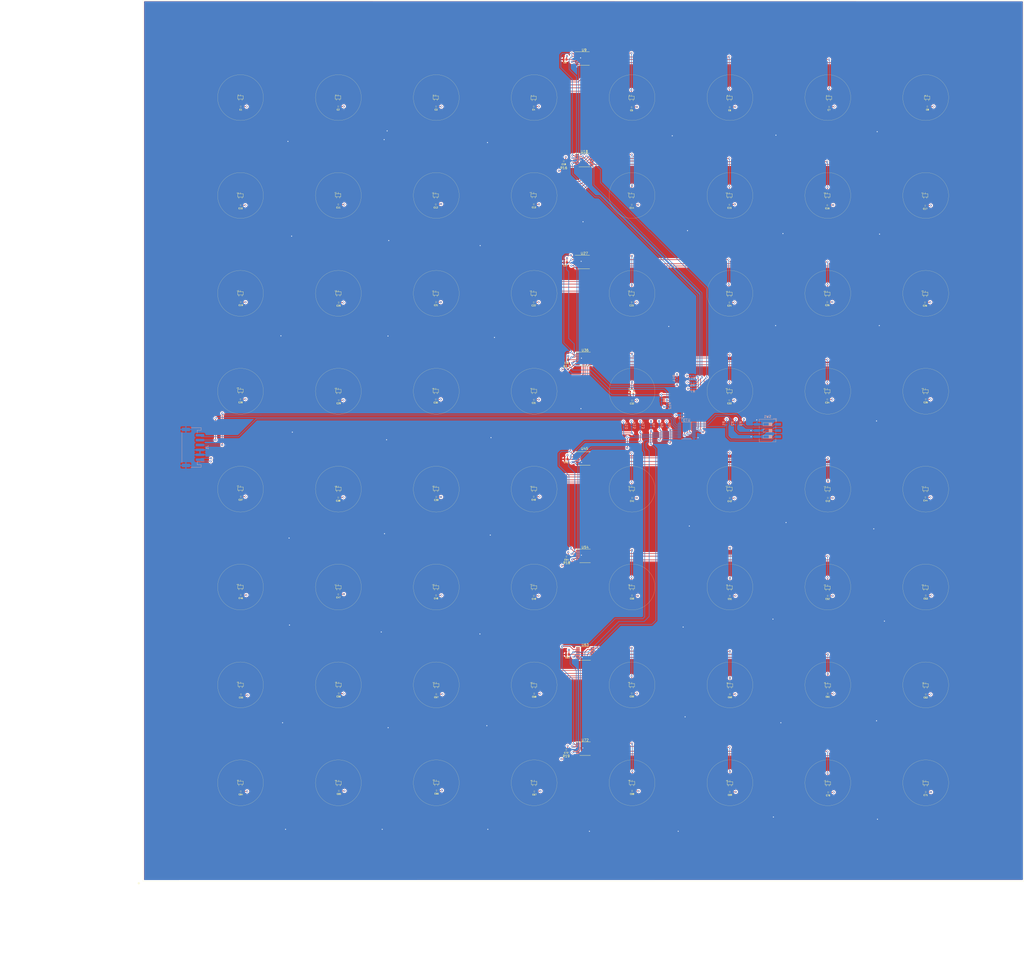
<source format=kicad_pcb>
(kicad_pcb (version 20171130) (host pcbnew 6.0.0-rc1-unknown-62e2fe8~66~ubuntu18.04.1)
  (layers (0 F.Cu signal) (1 In1.Cu power) (2 In2.Cu power) (31 B.Cu signal) (34 B.Paste user) (35 F.Paste user) (36 B.SilkS user) (37 F.SilkS user) (38 B.Mask user) (39 F.Mask user) (44 Edge.Cuts user))
  (net 0 "")
  (net 1 GND)
  (net 2 +3V3)
  (net 3 "Net-(U1-Pad2)")
  (net 4 "Net-(U2-Pad2)")
  (net 5 "Net-(U3-Pad2)")
  (net 6 "Net-(U4-Pad2)")
  (net 7 "Net-(U5-Pad2)")
  (net 8 "Net-(U6-Pad2)")
  (net 9 "Net-(U7-Pad2)")
  (net 10 "Net-(U8-Pad2)")
  (net 11 "Net-(U9-Pad1)")
  (net 12 "Net-(U10-Pad2)")
  (net 13 "Net-(U11-Pad2)")
  (net 14 "Net-(U12-Pad2)")
  (net 15 "Net-(U13-Pad2)")
  (net 16 "Net-(U14-Pad2)")
  (net 17 "Net-(U15-Pad2)")
  (net 18 "Net-(U16-Pad2)")
  (net 19 "Net-(U17-Pad2)")
  (net 20 "Net-(U18-Pad1)")
  (net 21 "Net-(U19-Pad2)")
  (net 22 "Net-(U20-Pad2)")
  (net 23 "Net-(U21-Pad2)")
  (net 24 "Net-(U22-Pad2)")
  (net 25 "Net-(U23-Pad2)")
  (net 26 "Net-(U24-Pad2)")
  (net 27 "Net-(U25-Pad2)")
  (net 28 "Net-(U26-Pad2)")
  (net 29 "Net-(U27-Pad1)")
  (net 30 "Net-(U28-Pad2)")
  (net 31 "Net-(U29-Pad2)")
  (net 32 "Net-(U30-Pad2)")
  (net 33 "Net-(U31-Pad2)")
  (net 34 "Net-(U32-Pad2)")
  (net 35 "Net-(U33-Pad2)")
  (net 36 "Net-(U34-Pad2)")
  (net 37 "Net-(U35-Pad2)")
  (net 38 "Net-(U36-Pad1)")
  (net 39 "Net-(U37-Pad2)")
  (net 40 "Net-(U38-Pad2)")
  (net 41 "Net-(U39-Pad2)")
  (net 42 "Net-(U40-Pad2)")
  (net 43 "Net-(U41-Pad2)")
  (net 44 "Net-(U42-Pad2)")
  (net 45 "Net-(U43-Pad2)")
  (net 46 "Net-(U44-Pad2)")
  (net 47 "Net-(U45-Pad1)")
  (net 48 "Net-(U46-Pad2)")
  (net 49 "Net-(U47-Pad2)")
  (net 50 "Net-(U48-Pad2)")
  (net 51 "Net-(U49-Pad2)")
  (net 52 "Net-(U50-Pad2)")
  (net 53 "Net-(U51-Pad2)")
  (net 54 "Net-(U52-Pad2)")
  (net 55 "Net-(U53-Pad2)")
  (net 56 "Net-(U54-Pad1)")
  (net 57 "Net-(U55-Pad2)")
  (net 58 "Net-(U56-Pad2)")
  (net 59 "Net-(U57-Pad2)")
  (net 60 "Net-(U58-Pad2)")
  (net 61 "Net-(U59-Pad2)")
  (net 62 "Net-(U60-Pad2)")
  (net 63 "Net-(U61-Pad2)")
  (net 64 "Net-(U62-Pad2)")
  (net 65 "Net-(U63-Pad1)")
  (net 66 "Net-(U64-Pad2)")
  (net 67 "Net-(U65-Pad2)")
  (net 68 "Net-(U66-Pad2)")
  (net 69 "Net-(U67-Pad2)")
  (net 70 "Net-(U68-Pad2)")
  (net 71 "Net-(U69-Pad2)")
  (net 72 "Net-(U70-Pad2)")
  (net 73 "Net-(U71-Pad2)")
  (net 74 "Net-(U72-Pad1)")
  (net 75 "Net-(R1-Pad2)")
  (net 76 "Net-(R2-Pad2)")
  (net 77 "Net-(R3-Pad2)")
  (net 78 /sheet5C2B8B4A/INT4)
  (net 79 /Sheet1/SDA1)
  (net 80 /sheet5C2B8B4A/SCL4)
  (net 81 /Sheet1/SCL1)
  (net 82 /sheet5C2B878C/SDA2)
  (net 83 /sheet5C2B8B4A/SDA4)
  (net 84 /sheet5C2B89C0/INT3)
  (net 85 /Sheet1/INT1)
  (net 86 /sheet5C2B878C/SCL2)
  (net 87 /sheet5C2B89C0/SCL3)
  (net 88 /sheet5C2B878C/INT2)
  (net 89 /sheet5C2B89C0/SDA3)
  (net 90 "Net-(R16-Pad2)")
  (net 91 "Net-(R17-Pad2)")
  (net 92 "Net-(R18-Pad2)")
  (net 93 "Net-(R19-Pad2)")
  (net 94 "Net-(J1-Pad6)")
  (net 95 "Net-(J1-Pad5)")
  (net 96 "Net-(J1-Pad4)")
  (module Connector_JST:JST_PH_S6B-PH-SM4-TB_1x06-1MP_P2.00mm_Horizontal (layer B.Cu) (at 239.99 270.76 90)
    (fp_text reference J1 (at 0 5.8 90) (layer B.SilkS) (effects (justify mirror)))
    (fp_text value HEADER_6 hide)
    (pad MP smd roundrect (at 7.35 -2.9 90) (size 1.5 3.4) (layers B.Cu B.Paste B.Mask) (roundrect_rratio 0.167) (net 1 GND))
    (pad MP smd roundrect (at -7.35 -2.9 90) (size 1.5 3.4) (layers B.Cu B.Paste B.Mask) (roundrect_rratio 0.167) (net 1 GND))
    (pad 6 smd roundrect (at 5 2.85 90) (size 1 3.5) (layers B.Cu B.Paste B.Mask) (net 94 "Net-(J1-Pad6)"))
    (pad 5 smd roundrect (at 3 2.85 90) (size 1 3.5) (layers B.Cu B.Paste B.Mask) (net 95 "Net-(J1-Pad5)"))
    (pad 4 smd roundrect (at 1 2.85 90) (size 1 3.5) (layers B.Cu B.Paste B.Mask) (net 96 "Net-(J1-Pad4)"))
    (pad 3 smd roundrect (at -1 2.85 90) (size 1 3.5) (layers B.Cu B.Paste B.Mask) (net 1 GND))
    (pad 2 smd roundrect (at -3 2.85 90) (size 1 3.5) (layers B.Cu B.Paste B.Mask) (net 1 GND))
    (pad 1 smd roundrect (at -5 2.85 90) (size 1 3.5) (layers B.Cu B.Paste B.Mask) (net 2 +3V3))
  )
  (module Capacitors:0402 (layer B.Cu) (at 439.21 257.5)
    (fp_text reference C73 (at 0 1.27) (layer B.SilkS) (effects (font (size 0.6096 0.6096) (thickness 0.127)) (justify mirror)))
    (fp_text value 0.1UF-0402-16V-10% hide)
    (pad 2 smd rect (at 0.57912 0) (size 0.84836 0.89916) (layers B.Cu B.Paste B.Mask) (net 1 GND))
    (pad 1 smd rect (at -0.57912 0) (size 0.84836 0.89916) (layers B.Cu B.Paste B.Mask) (net 2 +3V3))
  )
  (module Capacitors:0402 (layer F.Cu) (at 392.5 394.3 180)
    (fp_text reference C72 (at 0 -1.27 180) (layer F.SilkS) (effects (font (size 0.6096 0.6096) (thickness 0.127))))
    (fp_text value 0.1UF-0402-16V-10% hide)
    (pad 2 smd rect (at 0.57912 0 180) (size 0.84836 0.89916) (layers F.Cu F.Paste F.Mask) (net 1 GND))
    (pad 1 smd rect (at -0.57912 0 180) (size 0.84836 0.89916) (layers F.Cu F.Paste F.Mask) (net 2 +3V3))
  )
  (module Capacitors:0402 (layer F.Cu) (at 539.4 411.6 180)
    (fp_text reference C71 (at 0 -1.27 180) (layer F.SilkS) (effects (font (size 0.6096 0.6096) (thickness 0.127))))
    (fp_text value 0.1UF-0402-16V-10% hide)
    (pad 2 smd rect (at 0.57912 0 180) (size 0.84836 0.89916) (layers F.Cu F.Paste F.Mask) (net 1 GND))
    (pad 1 smd rect (at -0.57912 0 180) (size 0.84836 0.89916) (layers F.Cu F.Paste F.Mask) (net 2 +3V3))
  )
  (module Capacitors:0402 (layer F.Cu) (at 499.5 411.7 180)
    (fp_text reference C70 (at 0 -1.27 180) (layer F.SilkS) (effects (font (size 0.6096 0.6096) (thickness 0.127))))
    (fp_text value 0.1UF-0402-16V-10% hide)
    (pad 2 smd rect (at 0.57912 0 180) (size 0.84836 0.89916) (layers F.Cu F.Paste F.Mask) (net 1 GND))
    (pad 1 smd rect (at -0.57912 0 180) (size 0.84836 0.89916) (layers F.Cu F.Paste F.Mask) (net 2 +3V3))
  )
  (module Capacitors:0402 (layer F.Cu) (at 459.4 411.5 180)
    (fp_text reference C69 (at 0 -1.27 180) (layer F.SilkS) (effects (font (size 0.6096 0.6096) (thickness 0.127))))
    (fp_text value 0.1UF-0402-16V-10% hide)
    (pad 2 smd rect (at 0.57912 0 180) (size 0.84836 0.89916) (layers F.Cu F.Paste F.Mask) (net 1 GND))
    (pad 1 smd rect (at -0.57912 0 180) (size 0.84836 0.89916) (layers F.Cu F.Paste F.Mask) (net 2 +3V3))
  )
  (module Capacitors:0402 (layer F.Cu) (at 419.4 411.1 180)
    (fp_text reference C68 (at 0 -1.27 180) (layer F.SilkS) (effects (font (size 0.6096 0.6096) (thickness 0.127))))
    (fp_text value 0.1UF-0402-16V-10% hide)
    (pad 2 smd rect (at 0.57912 0 180) (size 0.84836 0.89916) (layers F.Cu F.Paste F.Mask) (net 1 GND))
    (pad 1 smd rect (at -0.57912 0 180) (size 0.84836 0.89916) (layers F.Cu F.Paste F.Mask) (net 2 +3V3))
  )
  (module Capacitors:0402 (layer F.Cu) (at 379.5 411.4 180)
    (fp_text reference C67 (at 0 -1.27 180) (layer F.SilkS) (effects (font (size 0.6096 0.6096) (thickness 0.127))))
    (fp_text value 0.1UF-0402-16V-10% hide)
    (pad 2 smd rect (at 0.57912 0 180) (size 0.84836 0.89916) (layers F.Cu F.Paste F.Mask) (net 1 GND))
    (pad 1 smd rect (at -0.57912 0 180) (size 0.84836 0.89916) (layers F.Cu F.Paste F.Mask) (net 2 +3V3))
  )
  (module Capacitors:0402 (layer F.Cu) (at 339.5 411 180)
    (fp_text reference C66 (at 0 -1.27 180) (layer F.SilkS) (effects (font (size 0.6096 0.6096) (thickness 0.127))))
    (fp_text value 0.1UF-0402-16V-10% hide)
    (pad 2 smd rect (at 0.57912 0 180) (size 0.84836 0.89916) (layers F.Cu F.Paste F.Mask) (net 1 GND))
    (pad 1 smd rect (at -0.57912 0 180) (size 0.84836 0.89916) (layers F.Cu F.Paste F.Mask) (net 2 +3V3))
  )
  (module Capacitors:0402 (layer F.Cu) (at 299.6 411.1 180)
    (fp_text reference C65 (at 0 -1.27 180) (layer F.SilkS) (effects (font (size 0.6096 0.6096) (thickness 0.127))))
    (fp_text value 0.1UF-0402-16V-10% hide)
    (pad 2 smd rect (at 0.57912 0 180) (size 0.84836 0.89916) (layers F.Cu F.Paste F.Mask) (net 1 GND))
    (pad 1 smd rect (at -0.57912 0 180) (size 0.84836 0.89916) (layers F.Cu F.Paste F.Mask) (net 2 +3V3))
  )
  (module Capacitors:0402 (layer F.Cu) (at 259.5 411.3 180)
    (fp_text reference C64 (at 0 -1.27 180) (layer F.SilkS) (effects (font (size 0.6096 0.6096) (thickness 0.127))))
    (fp_text value 0.1UF-0402-16V-10% hide)
    (pad 2 smd rect (at 0.57912 0 180) (size 0.84836 0.89916) (layers F.Cu F.Paste F.Mask) (net 1 GND))
    (pad 1 smd rect (at -0.57912 0 180) (size 0.84836 0.89916) (layers F.Cu F.Paste F.Mask) (net 2 +3V3))
  )
  (module Capacitors:0402 (layer F.Cu) (at 393 355.4 180)
    (fp_text reference C63 (at 0 -1.27 180) (layer F.SilkS) (effects (font (size 0.6096 0.6096) (thickness 0.127))))
    (fp_text value 0.1UF-0402-16V-10% hide)
    (pad 2 smd rect (at 0.57912 0 180) (size 0.84836 0.89916) (layers F.Cu F.Paste F.Mask) (net 1 GND))
    (pad 1 smd rect (at -0.57912 0 180) (size 0.84836 0.89916) (layers F.Cu F.Paste F.Mask) (net 2 +3V3))
  )
  (module Capacitors:0402 (layer F.Cu) (at 539.4 371.7 180)
    (fp_text reference C62 (at 0 -1.27 180) (layer F.SilkS) (effects (font (size 0.6096 0.6096) (thickness 0.127))))
    (fp_text value 0.1UF-0402-16V-10% hide)
    (pad 2 smd rect (at 0.57912 0 180) (size 0.84836 0.89916) (layers F.Cu F.Paste F.Mask) (net 1 GND))
    (pad 1 smd rect (at -0.57912 0 180) (size 0.84836 0.89916) (layers F.Cu F.Paste F.Mask) (net 2 +3V3))
  )
  (module Capacitors:0402 (layer F.Cu) (at 499.4 371.4 180)
    (fp_text reference C61 (at 0 -1.27 180) (layer F.SilkS) (effects (font (size 0.6096 0.6096) (thickness 0.127))))
    (fp_text value 0.1UF-0402-16V-10% hide)
    (pad 2 smd rect (at 0.57912 0 180) (size 0.84836 0.89916) (layers F.Cu F.Paste F.Mask) (net 1 GND))
    (pad 1 smd rect (at -0.57912 0 180) (size 0.84836 0.89916) (layers F.Cu F.Paste F.Mask) (net 2 +3V3))
  )
  (module Capacitors:0402 (layer F.Cu) (at 459.4 371.6 180)
    (fp_text reference C60 (at 0 -1.27 180) (layer F.SilkS) (effects (font (size 0.6096 0.6096) (thickness 0.127))))
    (fp_text value 0.1UF-0402-16V-10% hide)
    (pad 2 smd rect (at 0.57912 0 180) (size 0.84836 0.89916) (layers F.Cu F.Paste F.Mask) (net 1 GND))
    (pad 1 smd rect (at -0.57912 0 180) (size 0.84836 0.89916) (layers F.Cu F.Paste F.Mask) (net 2 +3V3))
  )
  (module Capacitors:0402 (layer F.Cu) (at 419.3 371.3 180)
    (fp_text reference C59 (at 0 -1.27 180) (layer F.SilkS) (effects (font (size 0.6096 0.6096) (thickness 0.127))))
    (fp_text value 0.1UF-0402-16V-10% hide)
    (pad 2 smd rect (at 0.57912 0 180) (size 0.84836 0.89916) (layers F.Cu F.Paste F.Mask) (net 1 GND))
    (pad 1 smd rect (at -0.57912 0 180) (size 0.84836 0.89916) (layers F.Cu F.Paste F.Mask) (net 2 +3V3))
  )
  (module Capacitors:0402 (layer F.Cu) (at 379.4 371.4 180)
    (fp_text reference C58 (at 0 -1.27 180) (layer F.SilkS) (effects (font (size 0.6096 0.6096) (thickness 0.127))))
    (fp_text value 0.1UF-0402-16V-10% hide)
    (pad 2 smd rect (at 0.57912 0 180) (size 0.84836 0.89916) (layers F.Cu F.Paste F.Mask) (net 1 GND))
    (pad 1 smd rect (at -0.57912 0 180) (size 0.84836 0.89916) (layers F.Cu F.Paste F.Mask) (net 2 +3V3))
  )
  (module Capacitors:0402 (layer F.Cu) (at 339.4 371.6 180)
    (fp_text reference C57 (at 0 -1.27 180) (layer F.SilkS) (effects (font (size 0.6096 0.6096) (thickness 0.127))))
    (fp_text value 0.1UF-0402-16V-10% hide)
    (pad 2 smd rect (at 0.57912 0 180) (size 0.84836 0.89916) (layers F.Cu F.Paste F.Mask) (net 1 GND))
    (pad 1 smd rect (at -0.57912 0 180) (size 0.84836 0.89916) (layers F.Cu F.Paste F.Mask) (net 2 +3V3))
  )
  (module Capacitors:0402 (layer F.Cu) (at 299.5 371.3 180)
    (fp_text reference C56 (at 0 -1.27 180) (layer F.SilkS) (effects (font (size 0.6096 0.6096) (thickness 0.127))))
    (fp_text value 0.1UF-0402-16V-10% hide)
    (pad 2 smd rect (at 0.57912 0 180) (size 0.84836 0.89916) (layers F.Cu F.Paste F.Mask) (net 1 GND))
    (pad 1 smd rect (at -0.57912 0 180) (size 0.84836 0.89916) (layers F.Cu F.Paste F.Mask) (net 2 +3V3))
  )
  (module Capacitors:0402 (layer F.Cu) (at 259.6 371.7 180)
    (fp_text reference C55 (at 0 -1.27 180) (layer F.SilkS) (effects (font (size 0.6096 0.6096) (thickness 0.127))))
    (fp_text value 0.1UF-0402-16V-10% hide)
    (pad 2 smd rect (at 0.57912 0 180) (size 0.84836 0.89916) (layers F.Cu F.Paste F.Mask) (net 1 GND))
    (pad 1 smd rect (at -0.57912 0 180) (size 0.84836 0.89916) (layers F.Cu F.Paste F.Mask) (net 2 +3V3))
  )
  (module Capacitors:0402 (layer F.Cu) (at 392.6 315.4 180)
    (fp_text reference C54 (at 0 -1.27 180) (layer F.SilkS) (effects (font (size 0.6096 0.6096) (thickness 0.127))))
    (fp_text value 0.1UF-0402-16V-10% hide)
    (pad 2 smd rect (at 0.57912 0 180) (size 0.84836 0.89916) (layers F.Cu F.Paste F.Mask) (net 1 GND))
    (pad 1 smd rect (at -0.57912 0 180) (size 0.84836 0.89916) (layers F.Cu F.Paste F.Mask) (net 2 +3V3))
  )
  (module Capacitors:0402 (layer F.Cu) (at 539.4 331.3 180)
    (fp_text reference C53 (at 0 -1.27 180) (layer F.SilkS) (effects (font (size 0.6096 0.6096) (thickness 0.127))))
    (fp_text value 0.1UF-0402-16V-10% hide)
    (pad 2 smd rect (at 0.57912 0 180) (size 0.84836 0.89916) (layers F.Cu F.Paste F.Mask) (net 1 GND))
    (pad 1 smd rect (at -0.57912 0 180) (size 0.84836 0.89916) (layers F.Cu F.Paste F.Mask) (net 2 +3V3))
  )
  (module Capacitors:0402 (layer F.Cu) (at 499.3 331.4 180)
    (fp_text reference C52 (at 0 -1.27 180) (layer F.SilkS) (effects (font (size 0.6096 0.6096) (thickness 0.127))))
    (fp_text value 0.1UF-0402-16V-10% hide)
    (pad 2 smd rect (at 0.57912 0 180) (size 0.84836 0.89916) (layers F.Cu F.Paste F.Mask) (net 1 GND))
    (pad 1 smd rect (at -0.57912 0 180) (size 0.84836 0.89916) (layers F.Cu F.Paste F.Mask) (net 2 +3V3))
  )
  (module Capacitors:0402 (layer F.Cu) (at 459.4 331.4 180)
    (fp_text reference C51 (at 0 -1.27 180) (layer F.SilkS) (effects (font (size 0.6096 0.6096) (thickness 0.127))))
    (fp_text value 0.1UF-0402-16V-10% hide)
    (pad 2 smd rect (at 0.57912 0 180) (size 0.84836 0.89916) (layers F.Cu F.Paste F.Mask) (net 1 GND))
    (pad 1 smd rect (at -0.57912 0 180) (size 0.84836 0.89916) (layers F.Cu F.Paste F.Mask) (net 2 +3V3))
  )
  (module Capacitors:0402 (layer F.Cu) (at 419.37912 331.3 180)
    (fp_text reference C50 (at 0 -1.27 180) (layer F.SilkS) (effects (font (size 0.6096 0.6096) (thickness 0.127))))
    (fp_text value 0.1UF-0402-16V-10% hide)
    (pad 2 smd rect (at 0.57912 0 180) (size 0.84836 0.89916) (layers F.Cu F.Paste F.Mask) (net 1 GND))
    (pad 1 smd rect (at -0.57912 0 180) (size 0.84836 0.89916) (layers F.Cu F.Paste F.Mask) (net 2 +3V3))
  )
  (module Capacitors:0402 (layer F.Cu) (at 379.3 331.4 180)
    (fp_text reference C49 (at 0 -1.27 180) (layer F.SilkS) (effects (font (size 0.6096 0.6096) (thickness 0.127))))
    (fp_text value 0.1UF-0402-16V-10% hide)
    (pad 2 smd rect (at 0.57912 0 180) (size 0.84836 0.89916) (layers F.Cu F.Paste F.Mask) (net 1 GND))
    (pad 1 smd rect (at -0.57912 0 180) (size 0.84836 0.89916) (layers F.Cu F.Paste F.Mask) (net 2 +3V3))
  )
  (module Capacitors:0402 (layer F.Cu) (at 339.3 331.2 180)
    (fp_text reference C48 (at 0 -1.27 180) (layer F.SilkS) (effects (font (size 0.6096 0.6096) (thickness 0.127))))
    (fp_text value 0.1UF-0402-16V-10% hide)
    (pad 2 smd rect (at 0.57912 0 180) (size 0.84836 0.89916) (layers F.Cu F.Paste F.Mask) (net 1 GND))
    (pad 1 smd rect (at -0.57912 0 180) (size 0.84836 0.89916) (layers F.Cu F.Paste F.Mask) (net 2 +3V3))
  )
  (module Capacitors:0402 (layer F.Cu) (at 299.4 330.8 180)
    (fp_text reference C47 (at 0 -1.27 180) (layer F.SilkS) (effects (font (size 0.6096 0.6096) (thickness 0.127))))
    (fp_text value 0.1UF-0402-16V-10% hide)
    (pad 2 smd rect (at 0.57912 0 180) (size 0.84836 0.89916) (layers F.Cu F.Paste F.Mask) (net 1 GND))
    (pad 1 smd rect (at -0.57912 0 180) (size 0.84836 0.89916) (layers F.Cu F.Paste F.Mask) (net 2 +3V3))
  )
  (module Capacitors:0402 (layer F.Cu) (at 259.5 331.1 180)
    (fp_text reference C46 (at 0 -1.27 180) (layer F.SilkS) (effects (font (size 0.6096 0.6096) (thickness 0.127))))
    (fp_text value 0.1UF-0402-16V-10% hide)
    (pad 2 smd rect (at 0.57912 0 180) (size 0.84836 0.89916) (layers F.Cu F.Paste F.Mask) (net 1 GND))
    (pad 1 smd rect (at -0.57912 0 180) (size 0.84836 0.89916) (layers F.Cu F.Paste F.Mask) (net 2 +3V3))
  )
  (module Capacitors:0402 (layer F.Cu) (at 392.4 275.6 180)
    (fp_text reference C45 (at 0 -1.27 180) (layer F.SilkS) (effects (font (size 0.6096 0.6096) (thickness 0.127))))
    (fp_text value 0.1UF-0402-16V-10% hide)
    (pad 2 smd rect (at 0.57912 0 180) (size 0.84836 0.89916) (layers F.Cu F.Paste F.Mask) (net 1 GND))
    (pad 1 smd rect (at -0.57912 0 180) (size 0.84836 0.89916) (layers F.Cu F.Paste F.Mask) (net 2 +3V3))
  )
  (module Capacitors:0402 (layer F.Cu) (at 539.3 291.2 180)
    (fp_text reference C44 (at 0 -1.27 180) (layer F.SilkS) (effects (font (size 0.6096 0.6096) (thickness 0.127))))
    (fp_text value 0.1UF-0402-16V-10% hide)
    (pad 2 smd rect (at 0.57912 0 180) (size 0.84836 0.89916) (layers F.Cu F.Paste F.Mask) (net 1 GND))
    (pad 1 smd rect (at -0.57912 0 180) (size 0.84836 0.89916) (layers F.Cu F.Paste F.Mask) (net 2 +3V3))
  )
  (module Capacitors:0402 (layer F.Cu) (at 499.4 291.4 180)
    (fp_text reference C43 (at 0 -1.27 180) (layer F.SilkS) (effects (font (size 0.6096 0.6096) (thickness 0.127))))
    (fp_text value 0.1UF-0402-16V-10% hide)
    (pad 2 smd rect (at 0.57912 0 180) (size 0.84836 0.89916) (layers F.Cu F.Paste F.Mask) (net 1 GND))
    (pad 1 smd rect (at -0.57912 0 180) (size 0.84836 0.89916) (layers F.Cu F.Paste F.Mask) (net 2 +3V3))
  )
  (module Capacitors:0402 (layer F.Cu) (at 459.3 291.5 180)
    (fp_text reference C42 (at 0 -1.27 180) (layer F.SilkS) (effects (font (size 0.6096 0.6096) (thickness 0.127))))
    (fp_text value 0.1UF-0402-16V-10% hide)
    (pad 2 smd rect (at 0.57912 0 180) (size 0.84836 0.89916) (layers F.Cu F.Paste F.Mask) (net 1 GND))
    (pad 1 smd rect (at -0.57912 0 180) (size 0.84836 0.89916) (layers F.Cu F.Paste F.Mask) (net 2 +3V3))
  )
  (module Capacitors:0402 (layer F.Cu) (at 419.4 291.4 180)
    (fp_text reference C41 (at 0 -1.27 180) (layer F.SilkS) (effects (font (size 0.6096 0.6096) (thickness 0.127))))
    (fp_text value 0.1UF-0402-16V-10% hide)
    (pad 2 smd rect (at 0.57912 0 180) (size 0.84836 0.89916) (layers F.Cu F.Paste F.Mask) (net 1 GND))
    (pad 1 smd rect (at -0.57912 0 180) (size 0.84836 0.89916) (layers F.Cu F.Paste F.Mask) (net 2 +3V3))
  )
  (module Capacitors:0402 (layer F.Cu) (at 379.2 290.9 180)
    (fp_text reference C40 (at 0 -1.27 180) (layer F.SilkS) (effects (font (size 0.6096 0.6096) (thickness 0.127))))
    (fp_text value 0.1UF-0402-16V-10% hide)
    (pad 2 smd rect (at 0.57912 0 180) (size 0.84836 0.89916) (layers F.Cu F.Paste F.Mask) (net 1 GND))
    (pad 1 smd rect (at -0.57912 0 180) (size 0.84836 0.89916) (layers F.Cu F.Paste F.Mask) (net 2 +3V3))
  )
  (module Capacitors:0402 (layer F.Cu) (at 339.4 291 180)
    (fp_text reference C39 (at 0 -1.27 180) (layer F.SilkS) (effects (font (size 0.6096 0.6096) (thickness 0.127))))
    (fp_text value 0.1UF-0402-16V-10% hide)
    (pad 2 smd rect (at 0.57912 0 180) (size 0.84836 0.89916) (layers F.Cu F.Paste F.Mask) (net 1 GND))
    (pad 1 smd rect (at -0.57912 0 180) (size 0.84836 0.89916) (layers F.Cu F.Paste F.Mask) (net 2 +3V3))
  )
  (module Capacitors:0402 (layer F.Cu) (at 299.3 291.3 180)
    (fp_text reference C38 (at 0 -1.27 180) (layer F.SilkS) (effects (font (size 0.6096 0.6096) (thickness 0.127))))
    (fp_text value 0.1UF-0402-16V-10% hide)
    (pad 2 smd rect (at 0.57912 0 180) (size 0.84836 0.89916) (layers F.Cu F.Paste F.Mask) (net 1 GND))
    (pad 1 smd rect (at -0.57912 0 180) (size 0.84836 0.89916) (layers F.Cu F.Paste F.Mask) (net 2 +3V3))
  )
  (module Capacitors:0402 (layer F.Cu) (at 259.5 290.9 180)
    (fp_text reference C37 (at 0 -1.27 180) (layer F.SilkS) (effects (font (size 0.6096 0.6096) (thickness 0.127))))
    (fp_text value 0.1UF-0402-16V-10% hide)
    (pad 2 smd rect (at 0.57912 0 180) (size 0.84836 0.89916) (layers F.Cu F.Paste F.Mask) (net 1 GND))
    (pad 1 smd rect (at -0.57912 0 180) (size 0.84836 0.89916) (layers F.Cu F.Paste F.Mask) (net 2 +3V3))
  )
  (module Capacitors:0402 (layer F.Cu) (at 392.67912 235 180)
    (fp_text reference C36 (at 0 -1.27 180) (layer F.SilkS) (effects (font (size 0.6096 0.6096) (thickness 0.127))))
    (fp_text value 0.1UF-0402-16V-10% hide)
    (pad 2 smd rect (at 0.57912 0 180) (size 0.84836 0.89916) (layers F.Cu F.Paste F.Mask) (net 1 GND))
    (pad 1 smd rect (at -0.57912 0 180) (size 0.84836 0.89916) (layers F.Cu F.Paste F.Mask) (net 2 +3V3))
  )
  (module Capacitors:0402 (layer F.Cu) (at 539.4 251.1 180)
    (fp_text reference C35 (at 0 -1.27 180) (layer F.SilkS) (effects (font (size 0.6096 0.6096) (thickness 0.127))))
    (fp_text value 0.1UF-0402-16V-10% hide)
    (pad 2 smd rect (at 0.57912 0 180) (size 0.84836 0.89916) (layers F.Cu F.Paste F.Mask) (net 1 GND))
    (pad 1 smd rect (at -0.57912 0 180) (size 0.84836 0.89916) (layers F.Cu F.Paste F.Mask) (net 2 +3V3))
  )
  (module Capacitors:0402 (layer F.Cu) (at 499.2 251.2 180)
    (fp_text reference C34 (at 0 -1.27 180) (layer F.SilkS) (effects (font (size 0.6096 0.6096) (thickness 0.127))))
    (fp_text value 0.1UF-0402-16V-10% hide)
    (pad 2 smd rect (at 0.57912 0 180) (size 0.84836 0.89916) (layers F.Cu F.Paste F.Mask) (net 1 GND))
    (pad 1 smd rect (at -0.57912 0 180) (size 0.84836 0.89916) (layers F.Cu F.Paste F.Mask) (net 2 +3V3))
  )
  (module Capacitors:0402 (layer F.Cu) (at 459.17912 251.5 180)
    (fp_text reference C33 (at 0 -1.27 180) (layer F.SilkS) (effects (font (size 0.6096 0.6096) (thickness 0.127))))
    (fp_text value 0.1UF-0402-16V-10% hide)
    (pad 2 smd rect (at 0.57912 0 180) (size 0.84836 0.89916) (layers F.Cu F.Paste F.Mask) (net 1 GND))
    (pad 1 smd rect (at -0.57912 0 180) (size 0.84836 0.89916) (layers F.Cu F.Paste F.Mask) (net 2 +3V3))
  )
  (module Capacitors:0402 (layer F.Cu) (at 419.37912 251.6 180)
    (fp_text reference C32 (at 0 -1.27 180) (layer F.SilkS) (effects (font (size 0.6096 0.6096) (thickness 0.127))))
    (fp_text value 0.1UF-0402-16V-10% hide)
    (pad 2 smd rect (at 0.57912 0 180) (size 0.84836 0.89916) (layers F.Cu F.Paste F.Mask) (net 1 GND))
    (pad 1 smd rect (at -0.57912 0 180) (size 0.84836 0.89916) (layers F.Cu F.Paste F.Mask) (net 2 +3V3))
  )
  (module Capacitors:0402 (layer F.Cu) (at 379.3 251.3 180)
    (fp_text reference C31 (at 0 -1.27 180) (layer F.SilkS) (effects (font (size 0.6096 0.6096) (thickness 0.127))))
    (fp_text value 0.1UF-0402-16V-10% hide)
    (pad 2 smd rect (at 0.57912 0 180) (size 0.84836 0.89916) (layers F.Cu F.Paste F.Mask) (net 1 GND))
    (pad 1 smd rect (at -0.57912 0 180) (size 0.84836 0.89916) (layers F.Cu F.Paste F.Mask) (net 2 +3V3))
  )
  (module Capacitors:0402 (layer F.Cu) (at 339.2 251.2 180)
    (fp_text reference C30 (at 0 -1.27 180) (layer F.SilkS) (effects (font (size 0.6096 0.6096) (thickness 0.127))))
    (fp_text value 0.1UF-0402-16V-10% hide)
    (pad 2 smd rect (at 0.57912 0 180) (size 0.84836 0.89916) (layers F.Cu F.Paste F.Mask) (net 1 GND))
    (pad 1 smd rect (at -0.57912 0 180) (size 0.84836 0.89916) (layers F.Cu F.Paste F.Mask) (net 2 +3V3))
  )
  (module Capacitors:0402 (layer F.Cu) (at 299.5 251.5 180)
    (fp_text reference C29 (at 0 -1.27 180) (layer F.SilkS) (effects (font (size 0.6096 0.6096) (thickness 0.127))))
    (fp_text value 0.1UF-0402-16V-10% hide)
    (pad 2 smd rect (at 0.57912 0 180) (size 0.84836 0.89916) (layers F.Cu F.Paste F.Mask) (net 1 GND))
    (pad 1 smd rect (at -0.57912 0 180) (size 0.84836 0.89916) (layers F.Cu F.Paste F.Mask) (net 2 +3V3))
  )
  (module Capacitors:0402 (layer F.Cu) (at 259.4 251.1 180)
    (fp_text reference C28 (at 0 -1.27 180) (layer F.SilkS) (effects (font (size 0.6096 0.6096) (thickness 0.127))))
    (fp_text value 0.1UF-0402-16V-10% hide)
    (pad 2 smd rect (at 0.57912 0 180) (size 0.84836 0.89916) (layers F.Cu F.Paste F.Mask) (net 1 GND))
    (pad 1 smd rect (at -0.57912 0 180) (size 0.84836 0.89916) (layers F.Cu F.Paste F.Mask) (net 2 +3V3))
  )
  (module Capacitors:0402 (layer F.Cu) (at 392.2 195.2 180)
    (fp_text reference C27 (at 0 -1.27 180) (layer F.SilkS) (effects (font (size 0.6096 0.6096) (thickness 0.127))))
    (fp_text value 0.1UF-0402-16V-10% hide)
    (pad 2 smd rect (at 0.57912 0 180) (size 0.84836 0.89916) (layers F.Cu F.Paste F.Mask) (net 1 GND))
    (pad 1 smd rect (at -0.57912 0 180) (size 0.84836 0.89916) (layers F.Cu F.Paste F.Mask) (net 2 +3V3))
  )
  (module Capacitors:0402 (layer F.Cu) (at 539.1 211.6 180)
    (fp_text reference C26 (at 0 -1.27 180) (layer F.SilkS) (effects (font (size 0.6096 0.6096) (thickness 0.127))))
    (fp_text value 0.1UF-0402-16V-10% hide)
    (pad 2 smd rect (at 0.57912 0 180) (size 0.84836 0.89916) (layers F.Cu F.Paste F.Mask) (net 1 GND))
    (pad 1 smd rect (at -0.57912 0 180) (size 0.84836 0.89916) (layers F.Cu F.Paste F.Mask) (net 2 +3V3))
  )
  (module Capacitors:0402 (layer F.Cu) (at 499.2 211.4 180)
    (fp_text reference C25 (at 0 -1.27 180) (layer F.SilkS) (effects (font (size 0.6096 0.6096) (thickness 0.127))))
    (fp_text value 0.1UF-0402-16V-10% hide)
    (pad 2 smd rect (at 0.57912 0 180) (size 0.84836 0.89916) (layers F.Cu F.Paste F.Mask) (net 1 GND))
    (pad 1 smd rect (at -0.57912 0 180) (size 0.84836 0.89916) (layers F.Cu F.Paste F.Mask) (net 2 +3V3))
  )
  (module Capacitors:0402 (layer F.Cu) (at 459.2 211.6 180)
    (fp_text reference C24 (at 0 -1.27 180) (layer F.SilkS) (effects (font (size 0.6096 0.6096) (thickness 0.127))))
    (fp_text value 0.1UF-0402-16V-10% hide)
    (pad 2 smd rect (at 0.57912 0 180) (size 0.84836 0.89916) (layers F.Cu F.Paste F.Mask) (net 1 GND))
    (pad 1 smd rect (at -0.57912 0 180) (size 0.84836 0.89916) (layers F.Cu F.Paste F.Mask) (net 2 +3V3))
  )
  (module Capacitors:0402 (layer F.Cu) (at 419.2 211.5 180)
    (fp_text reference C23 (at 0 -1.27 180) (layer F.SilkS) (effects (font (size 0.6096 0.6096) (thickness 0.127))))
    (fp_text value 0.1UF-0402-16V-10% hide)
    (pad 2 smd rect (at 0.57912 0 180) (size 0.84836 0.89916) (layers F.Cu F.Paste F.Mask) (net 1 GND))
    (pad 1 smd rect (at -0.57912 0 180) (size 0.84836 0.89916) (layers F.Cu F.Paste F.Mask) (net 2 +3V3))
  )
  (module Capacitors:0402 (layer F.Cu) (at 379.2 211.5 180)
    (fp_text reference C22 (at 0 -1.27 180) (layer F.SilkS) (effects (font (size 0.6096 0.6096) (thickness 0.127))))
    (fp_text value 0.1UF-0402-16V-10% hide)
    (pad 2 smd rect (at 0.57912 0 180) (size 0.84836 0.89916) (layers F.Cu F.Paste F.Mask) (net 1 GND))
    (pad 1 smd rect (at -0.57912 0 180) (size 0.84836 0.89916) (layers F.Cu F.Paste F.Mask) (net 2 +3V3))
  )
  (module Capacitors:0402 (layer F.Cu) (at 339.3 211.4 180)
    (fp_text reference C21 (at 0 -1.27 180) (layer F.SilkS) (effects (font (size 0.6096 0.6096) (thickness 0.127))))
    (fp_text value 0.1UF-0402-16V-10% hide)
    (pad 2 smd rect (at 0.57912 0 180) (size 0.84836 0.89916) (layers F.Cu F.Paste F.Mask) (net 1 GND))
    (pad 1 smd rect (at -0.57912 0 180) (size 0.84836 0.89916) (layers F.Cu F.Paste F.Mask) (net 2 +3V3))
  )
  (module Capacitors:0402 (layer F.Cu) (at 299.47912 211.6 180)
    (fp_text reference C20 (at 0 -1.27 180) (layer F.SilkS) (effects (font (size 0.6096 0.6096) (thickness 0.127))))
    (fp_text value 0.1UF-0402-16V-10% hide)
    (pad 2 smd rect (at 0.57912 0 180) (size 0.84836 0.89916) (layers F.Cu F.Paste F.Mask) (net 1 GND))
    (pad 1 smd rect (at -0.57912 0 180) (size 0.84836 0.89916) (layers F.Cu F.Paste F.Mask) (net 2 +3V3))
  )
  (module Capacitors:0402 (layer F.Cu) (at 259.5 211.4 180)
    (fp_text reference C19 (at 0 -1.27 180) (layer F.SilkS) (effects (font (size 0.6096 0.6096) (thickness 0.127))))
    (fp_text value 0.1UF-0402-16V-10% hide)
    (pad 2 smd rect (at 0.57912 0 180) (size 0.84836 0.89916) (layers F.Cu F.Paste F.Mask) (net 1 GND))
    (pad 1 smd rect (at -0.57912 0 180) (size 0.84836 0.89916) (layers F.Cu F.Paste F.Mask) (net 2 +3V3))
  )
  (module Capacitors:0402 (layer F.Cu) (at 391.5 153.8 180)
    (fp_text reference C18 (at 0 -1.27 180) (layer F.SilkS) (effects (font (size 0.6096 0.6096) (thickness 0.127))))
    (fp_text value 0.1UF-0402-16V-10% hide)
    (pad 2 smd rect (at 0.57912 0 180) (size 0.84836 0.89916) (layers F.Cu F.Paste F.Mask) (net 1 GND))
    (pad 1 smd rect (at -0.57912 0 180) (size 0.84836 0.89916) (layers F.Cu F.Paste F.Mask) (net 2 +3V3))
  )
  (module Capacitors:0402 (layer F.Cu) (at 539.2 172 180)
    (fp_text reference C17 (at 0 -1.27 180) (layer F.SilkS) (effects (font (size 0.6096 0.6096) (thickness 0.127))))
    (fp_text value 0.1UF-0402-16V-10% hide)
    (pad 2 smd rect (at 0.57912 0 180) (size 0.84836 0.89916) (layers F.Cu F.Paste F.Mask) (net 1 GND))
    (pad 1 smd rect (at -0.57912 0 180) (size 0.84836 0.89916) (layers F.Cu F.Paste F.Mask) (net 2 +3V3))
  )
  (module Capacitors:0402 (layer F.Cu) (at 499.2 171.8 180)
    (fp_text reference C16 (at 0 -1.27 180) (layer F.SilkS) (effects (font (size 0.6096 0.6096) (thickness 0.127))))
    (fp_text value 0.1UF-0402-16V-10% hide)
    (pad 2 smd rect (at 0.57912 0 180) (size 0.84836 0.89916) (layers F.Cu F.Paste F.Mask) (net 1 GND))
    (pad 1 smd rect (at -0.57912 0 180) (size 0.84836 0.89916) (layers F.Cu F.Paste F.Mask) (net 2 +3V3))
  )
  (module Capacitors:0402 (layer F.Cu) (at 459.2 171.6 180)
    (fp_text reference C15 (at 0 -1.27 180) (layer F.SilkS) (effects (font (size 0.6096 0.6096) (thickness 0.127))))
    (fp_text value 0.1UF-0402-16V-10% hide)
    (pad 2 smd rect (at 0.57912 0 180) (size 0.84836 0.89916) (layers F.Cu F.Paste F.Mask) (net 1 GND))
    (pad 1 smd rect (at -0.57912 0 180) (size 0.84836 0.89916) (layers F.Cu F.Paste F.Mask) (net 2 +3V3))
  )
  (module Capacitors:0402 (layer F.Cu) (at 419.3 171.6 180)
    (fp_text reference C14 (at 0 -1.27 180) (layer F.SilkS) (effects (font (size 0.6096 0.6096) (thickness 0.127))))
    (fp_text value 0.1UF-0402-16V-10% hide)
    (pad 2 smd rect (at 0.57912 0 180) (size 0.84836 0.89916) (layers F.Cu F.Paste F.Mask) (net 1 GND))
    (pad 1 smd rect (at -0.57912 0 180) (size 0.84836 0.89916) (layers F.Cu F.Paste F.Mask) (net 2 +3V3))
  )
  (module Capacitors:0402 (layer F.Cu) (at 379.3 171.4 180)
    (fp_text reference C13 (at 0 -1.27 180) (layer F.SilkS) (effects (font (size 0.6096 0.6096) (thickness 0.127))))
    (fp_text value 0.1UF-0402-16V-10% hide)
    (pad 2 smd rect (at 0.57912 0 180) (size 0.84836 0.89916) (layers F.Cu F.Paste F.Mask) (net 1 GND))
    (pad 1 smd rect (at -0.57912 0 180) (size 0.84836 0.89916) (layers F.Cu F.Paste F.Mask) (net 2 +3V3))
  )
  (module Capacitors:0402 (layer F.Cu) (at 339.2 171.5 180)
    (fp_text reference C12 (at 0 -1.27 180) (layer F.SilkS) (effects (font (size 0.6096 0.6096) (thickness 0.127))))
    (fp_text value 0.1UF-0402-16V-10% hide)
    (pad 2 smd rect (at 0.57912 0 180) (size 0.84836 0.89916) (layers F.Cu F.Paste F.Mask) (net 1 GND))
    (pad 1 smd rect (at -0.57912 0 180) (size 0.84836 0.89916) (layers F.Cu F.Paste F.Mask) (net 2 +3V3))
  )
  (module Capacitors:0402 (layer F.Cu) (at 299.4 171.5 180)
    (fp_text reference C11 (at 0 -1.27 180) (layer F.SilkS) (effects (font (size 0.6096 0.6096) (thickness 0.127))))
    (fp_text value 0.1UF-0402-16V-10% hide)
    (pad 2 smd rect (at 0.57912 0 180) (size 0.84836 0.89916) (layers F.Cu F.Paste F.Mask) (net 1 GND))
    (pad 1 smd rect (at -0.57912 0 180) (size 0.84836 0.89916) (layers F.Cu F.Paste F.Mask) (net 2 +3V3))
  )
  (module Capacitors:0402 (layer F.Cu) (at 259.42088 171.8 180)
    (fp_text reference C10 (at 0 -1.27 180) (layer F.SilkS) (effects (font (size 0.6096 0.6096) (thickness 0.127))))
    (fp_text value 0.1UF-0402-16V-10% hide)
    (pad 2 smd rect (at 0.57912 0 180) (size 0.84836 0.89916) (layers F.Cu F.Paste F.Mask) (net 1 GND))
    (pad 1 smd rect (at -0.57912 0 180) (size 0.84836 0.89916) (layers F.Cu F.Paste F.Mask) (net 2 +3V3))
  )
  (module Capacitors:0402 (layer F.Cu) (at 392 112.25 180)
    (fp_text reference C9 (at 0 -1.27 180) (layer F.SilkS) (effects (font (size 0.6096 0.6096) (thickness 0.127))))
    (fp_text value 0.1UF-0402-16V-10% hide)
    (pad 2 smd rect (at 0.57912 0 180) (size 0.84836 0.89916) (layers F.Cu F.Paste F.Mask) (net 1 GND))
    (pad 1 smd rect (at -0.57912 0 180) (size 0.84836 0.89916) (layers F.Cu F.Paste F.Mask) (net 2 +3V3))
  )
  (module Capacitors:0402 (layer F.Cu) (at 540.1 131.5 180)
    (fp_text reference C8 (at 0 -1.27 180) (layer F.SilkS) (effects (font (size 0.6096 0.6096) (thickness 0.127))))
    (fp_text value 0.1UF-0402-16V-10% hide)
    (pad 2 smd rect (at 0.57912 0 180) (size 0.84836 0.89916) (layers F.Cu F.Paste F.Mask) (net 1 GND))
    (pad 1 smd rect (at -0.57912 0 180) (size 0.84836 0.89916) (layers F.Cu F.Paste F.Mask) (net 2 +3V3))
  )
  (module Capacitors:0402 (layer F.Cu) (at 499.9 131.6 180)
    (fp_text reference C7 (at 0 -1.27 180) (layer F.SilkS) (effects (font (size 0.6096 0.6096) (thickness 0.127))))
    (fp_text value 0.1UF-0402-16V-10% hide)
    (pad 2 smd rect (at 0.57912 0 180) (size 0.84836 0.89916) (layers F.Cu F.Paste F.Mask) (net 1 GND))
    (pad 1 smd rect (at -0.57912 0 180) (size 0.84836 0.89916) (layers F.Cu F.Paste F.Mask) (net 2 +3V3))
  )
  (module Capacitors:0402 (layer F.Cu) (at 459.3 131.75 180)
    (fp_text reference C6 (at 0 -1.27 180) (layer F.SilkS) (effects (font (size 0.6096 0.6096) (thickness 0.127))))
    (fp_text value 0.1UF-0402-16V-10% hide)
    (pad 2 smd rect (at 0.57912 0 180) (size 0.84836 0.89916) (layers F.Cu F.Paste F.Mask) (net 1 GND))
    (pad 1 smd rect (at -0.57912 0 180) (size 0.84836 0.89916) (layers F.Cu F.Paste F.Mask) (net 2 +3V3))
  )
  (module Capacitors:0402 (layer F.Cu) (at 419.2 131.75 180)
    (fp_text reference C5 (at 0 -1.27 180) (layer F.SilkS) (effects (font (size 0.6096 0.6096) (thickness 0.127))))
    (fp_text value 0.1UF-0402-16V-10% hide)
    (pad 2 smd rect (at 0.57912 0 180) (size 0.84836 0.89916) (layers F.Cu F.Paste F.Mask) (net 1 GND))
    (pad 1 smd rect (at -0.57912 0 180) (size 0.84836 0.89916) (layers F.Cu F.Paste F.Mask) (net 2 +3V3))
  )
  (module Capacitors:0402 (layer F.Cu) (at 379.2 131.5 180)
    (fp_text reference C4 (at 0 -1.27 180) (layer F.SilkS) (effects (font (size 0.6096 0.6096) (thickness 0.127))))
    (fp_text value 0.1UF-0402-16V-10% hide)
    (pad 2 smd rect (at 0.57912 0 180) (size 0.84836 0.89916) (layers F.Cu F.Paste F.Mask) (net 1 GND))
    (pad 1 smd rect (at -0.57912 0 180) (size 0.84836 0.89916) (layers F.Cu F.Paste F.Mask) (net 2 +3V3))
  )
  (module Capacitors:0402 (layer F.Cu) (at 339.3 131.5 180)
    (fp_text reference C3 (at 0 -1.27 180) (layer F.SilkS) (effects (font (size 0.6096 0.6096) (thickness 0.127))))
    (fp_text value 0.1UF-0402-16V-10% hide)
    (pad 2 smd rect (at 0.57912 0 180) (size 0.84836 0.89916) (layers F.Cu F.Paste F.Mask) (net 1 GND))
    (pad 1 smd rect (at -0.57912 0 180) (size 0.84836 0.89916) (layers F.Cu F.Paste F.Mask) (net 2 +3V3))
  )
  (module Capacitors:0402 (layer F.Cu) (at 299.3 131.5 180)
    (fp_text reference C2 (at 0 -1.27 180) (layer F.SilkS) (effects (font (size 0.6096 0.6096) (thickness 0.127))))
    (fp_text value 0.1UF-0402-16V-10% hide)
    (pad 2 smd rect (at 0.57912 0 180) (size 0.84836 0.89916) (layers F.Cu F.Paste F.Mask) (net 1 GND))
    (pad 1 smd rect (at -0.57912 0 180) (size 0.84836 0.89916) (layers F.Cu F.Paste F.Mask) (net 2 +3V3))
  )
  (module Capacitors:0402 (layer F.Cu) (at 259.5 131.5 180)
    (fp_text reference C1 (at 0 -1.27 180) (layer F.SilkS) (effects (font (size 0.6096 0.6096) (thickness 0.127))))
    (fp_text value 0.1UF-0402-16V-10% hide)
    (pad 2 smd rect (at 0.57912 0 180) (size 0.84836 0.89916) (layers F.Cu F.Paste F.Mask) (net 1 GND))
    (pad 1 smd rect (at -0.57912 0 180) (size 0.84836 0.89916) (layers F.Cu F.Paste F.Mask) (net 2 +3V3))
  )
  (module Button_Switch_SMD:SW_DIP_SPSTx03_Slide_6.7x9.18mm_W8.61mm_P2.54mm_LowProfile (layer B.Cu) (at 474.77 263.85 180)
    (fp_text reference SW1 (at 0 5.65 180) (layer B.SilkS) (effects (justify mirror)))
    (fp_text value SW_DIP_x03 hide)
    (pad 6 smd rect (at 4.305 2.54 180) (size 2.44 1.12) (layers B.Cu B.Paste B.Mask) (net 1 GND))
    (pad 3 smd rect (at -4.305 -2.54 180) (size 2.44 1.12) (layers B.Cu B.Paste B.Mask) (net 75 "Net-(R1-Pad2)"))
    (pad 5 smd rect (at 4.305 0 180) (size 2.44 1.12) (layers B.Cu B.Paste B.Mask) (net 1 GND))
    (pad 2 smd rect (at -4.305 0 180) (size 2.44 1.12) (layers B.Cu B.Paste B.Mask) (net 76 "Net-(R2-Pad2)"))
    (pad 4 smd rect (at 4.305 -2.54 180) (size 2.44 1.12) (layers B.Cu B.Paste B.Mask) (net 1 GND))
    (pad 1 smd rect (at -4.305 2.54 180) (size 2.44 1.12) (layers B.Cu B.Paste B.Mask) (net 77 "Net-(R3-Pad2)"))
  )
  (module Package_SO:TSSOP-20_4.4x6.5mm_P0.65mm (layer B.Cu) (at 441.75 263.85 180)
    (fp_text reference U73 (at 0 4.3 180) (layer B.SilkS) (effects (justify mirror)))
    (fp_text value PCA9544APW hide)
    (pad 20 smd rect (at 2.95 2.925 180) (size 1.45 0.45) (layers B.Cu B.Paste B.Mask) (net 2 +3V3))
    (pad 19 smd rect (at 2.95 2.275 180) (size 1.45 0.45) (layers B.Cu B.Paste B.Mask) (net 96 "Net-(J1-Pad4)"))
    (pad 18 smd rect (at 2.95 1.625 180) (size 1.45 0.45) (layers B.Cu B.Paste B.Mask) (net 95 "Net-(J1-Pad5)"))
    (pad 17 smd rect (at 2.95 0.975 180) (size 1.45 0.45) (layers B.Cu B.Paste B.Mask) (net 94 "Net-(J1-Pad6)"))
    (pad 16 smd rect (at 2.95 0.325 180) (size 1.45 0.45) (layers B.Cu B.Paste B.Mask) (net 80 /sheet5C2B8B4A/SCL4))
    (pad 15 smd rect (at 2.95 -0.325 180) (size 1.45 0.45) (layers B.Cu B.Paste B.Mask) (net 83 /sheet5C2B8B4A/SDA4))
    (pad 14 smd rect (at 2.95 -0.975 180) (size 1.45 0.45) (layers B.Cu B.Paste B.Mask) (net 78 /sheet5C2B8B4A/INT4))
    (pad 13 smd rect (at 2.95 -1.625 180) (size 1.45 0.45) (layers B.Cu B.Paste B.Mask) (net 87 /sheet5C2B89C0/SCL3))
    (pad 12 smd rect (at 2.95 -2.275 180) (size 1.45 0.45) (layers B.Cu B.Paste B.Mask) (net 89 /sheet5C2B89C0/SDA3))
    (pad 11 smd rect (at 2.95 -2.925 180) (size 1.45 0.45) (layers B.Cu B.Paste B.Mask) (net 84 /sheet5C2B89C0/INT3))
    (pad 10 smd rect (at -2.95 -2.925 180) (size 1.45 0.45) (layers B.Cu B.Paste B.Mask) (net 1 GND))
    (pad 9 smd rect (at -2.95 -2.275 180) (size 1.45 0.45) (layers B.Cu B.Paste B.Mask) (net 86 /sheet5C2B878C/SCL2))
    (pad 8 smd rect (at -2.95 -1.625 180) (size 1.45 0.45) (layers B.Cu B.Paste B.Mask) (net 82 /sheet5C2B878C/SDA2))
    (pad 7 smd rect (at -2.95 -0.975 180) (size 1.45 0.45) (layers B.Cu B.Paste B.Mask) (net 88 /sheet5C2B878C/INT2))
    (pad 6 smd rect (at -2.95 -0.325 180) (size 1.45 0.45) (layers B.Cu B.Paste B.Mask) (net 81 /Sheet1/SCL1))
    (pad 5 smd rect (at -2.95 0.325 180) (size 1.45 0.45) (layers B.Cu B.Paste B.Mask) (net 79 /Sheet1/SDA1))
    (pad 4 smd rect (at -2.95 0.975 180) (size 1.45 0.45) (layers B.Cu B.Paste B.Mask) (net 85 /Sheet1/INT1))
    (pad 3 smd rect (at -2.95 1.625 180) (size 1.45 0.45) (layers B.Cu B.Paste B.Mask) (net 75 "Net-(R1-Pad2)"))
    (pad 2 smd rect (at -2.95 2.275 180) (size 1.45 0.45) (layers B.Cu B.Paste B.Mask) (net 76 "Net-(R2-Pad2)"))
    (pad 1 smd rect (at -2.95 2.925 180) (size 1.45 0.45) (layers B.Cu B.Paste B.Mask) (net 77 "Net-(R3-Pad2)"))
  )
  (module Resistor_SMD:R_0402_1005Metric (layer F.Cu) (at 392.485 398.1)
    (fp_text reference R19 (at 0 -1.17) (layer F.SilkS))
    (fp_text value "10K, 5%, 402" hide)
    (pad 2 smd roundrect (at 0.485 0) (size 0.59 0.64) (layers F.Cu F.Paste F.Mask) (net 93 "Net-(R19-Pad2)"))
    (pad 1 smd roundrect (at -0.485 0) (size 0.59 0.64) (layers F.Cu F.Paste F.Mask) (net 2 +3V3))
  )
  (module Resistor_SMD:R_0402_1005Metric (layer F.Cu) (at 392.7 319.1)
    (fp_text reference R18 (at 0 -1.17) (layer F.SilkS))
    (fp_text value "10K, 5%, 402" hide)
    (pad 2 smd roundrect (at 0.485 0) (size 0.59 0.64) (layers F.Cu F.Paste F.Mask) (net 92 "Net-(R18-Pad2)"))
    (pad 1 smd roundrect (at -0.485 0) (size 0.59 0.64) (layers F.Cu F.Paste F.Mask) (net 2 +3V3))
  )
  (module Resistor_SMD:R_0402_1005Metric (layer F.Cu) (at 392.7 238.9)
    (fp_text reference R17 (at 0 -1.17) (layer F.SilkS))
    (fp_text value "10K, 5%, 402" hide)
    (pad 2 smd roundrect (at 0.485 0) (size 0.59 0.64) (layers F.Cu F.Paste F.Mask) (net 91 "Net-(R17-Pad2)"))
    (pad 1 smd roundrect (at -0.485 0) (size 0.59 0.64) (layers F.Cu F.Paste F.Mask) (net 2 +3V3))
  )
  (module Resistor_SMD:R_0402_1005Metric (layer F.Cu) (at 391.5 157.7)
    (fp_text reference R16 (at 0 -1.17) (layer F.SilkS))
    (fp_text value "10K, 5%, 402" hide)
    (pad 2 smd roundrect (at 0.485 0) (size 0.59 0.64) (layers F.Cu F.Paste F.Mask) (net 90 "Net-(R16-Pad2)"))
    (pad 1 smd roundrect (at -0.485 0) (size 0.59 0.64) (layers F.Cu F.Paste F.Mask) (net 2 +3V3))
  )
  (module Resistor_SMD:R_0402_1005Metric (layer B.Cu) (at 419.2 261.75 90)
    (fp_text reference R15 (at 0 1.17 90) (layer B.SilkS) (effects (justify mirror)))
    (fp_text value "10K, 5%, 402" hide)
    (pad 2 smd roundrect (at 0.485 0 90) (size 0.59 0.64) (layers B.Cu B.Paste B.Mask) (net 2 +3V3))
    (pad 1 smd roundrect (at -0.485 0 90) (size 0.59 0.64) (layers B.Cu B.Paste B.Mask) (net 89 /sheet5C2B89C0/SDA3))
  )
  (module Resistor_SMD:R_0402_1005Metric (layer B.Cu) (at 437.8 242.45 270)
    (fp_text reference R14 (at 0 1.17 270) (layer B.SilkS) (effects (justify mirror)))
    (fp_text value "10K, 5%, 402" hide)
    (pad 2 smd roundrect (at 0.485 0 270) (size 0.59 0.64) (layers B.Cu B.Paste B.Mask) (net 88 /sheet5C2B878C/INT2))
    (pad 1 smd roundrect (at -0.485 0 270) (size 0.59 0.64) (layers B.Cu B.Paste B.Mask) (net 2 +3V3))
  )
  (module Resistor_SMD:R_0402_1005Metric (layer B.Cu) (at 422.75 261.7 90)
    (fp_text reference R13 (at 0 1.17 90) (layer B.SilkS) (effects (justify mirror)))
    (fp_text value "10K, 5%, 402" hide)
    (pad 2 smd roundrect (at 0.485 0 90) (size 0.59 0.64) (layers B.Cu B.Paste B.Mask) (net 2 +3V3))
    (pad 1 smd roundrect (at -0.485 0 90) (size 0.59 0.64) (layers B.Cu B.Paste B.Mask) (net 87 /sheet5C2B89C0/SCL3))
  )
  (module Resistor_SMD:R_0402_1005Metric (layer B.Cu) (at 433.65 253.75 90)
    (fp_text reference R12 (at 0 1.17 90) (layer B.SilkS) (effects (justify mirror)))
    (fp_text value "10K, 5%, 402" hide)
    (pad 2 smd roundrect (at 0.485 0 90) (size 0.59 0.64) (layers B.Cu B.Paste B.Mask) (net 86 /sheet5C2B878C/SCL2))
    (pad 1 smd roundrect (at -0.485 0 90) (size 0.59 0.64) (layers B.Cu B.Paste B.Mask) (net 2 +3V3))
  )
  (module Resistor_SMD:R_0402_1005Metric (layer B.Cu) (at 443.85 241.45)
    (fp_text reference R11 (at 0 1.17) (layer B.SilkS) (effects (justify mirror)))
    (fp_text value "10K, 5%, 402" hide)
    (pad 2 smd roundrect (at 0.485 0) (size 0.59 0.64) (layers B.Cu B.Paste B.Mask) (net 85 /Sheet1/INT1))
    (pad 1 smd roundrect (at -0.485 0) (size 0.59 0.64) (layers B.Cu B.Paste B.Mask) (net 2 +3V3))
  )
  (module Resistor_SMD:R_0402_1005Metric (layer B.Cu) (at 415.95 261.9 90)
    (fp_text reference R10 (at 0 1.17 90) (layer B.SilkS) (effects (justify mirror)))
    (fp_text value "10K, 5%, 402" hide)
    (pad 2 smd roundrect (at 0.485 0 90) (size 0.59 0.64) (layers B.Cu B.Paste B.Mask) (net 2 +3V3))
    (pad 1 smd roundrect (at -0.485 0 90) (size 0.59 0.64) (layers B.Cu B.Paste B.Mask) (net 84 /sheet5C2B89C0/INT3))
  )
  (module Resistor_SMD:R_0402_1005Metric (layer B.Cu) (at 430.5 261.65 90)
    (fp_text reference R9 (at 0 1.17 90) (layer B.SilkS) (effects (justify mirror)))
    (fp_text value "10K, 5%, 402" hide)
    (pad 2 smd roundrect (at 0.485 0 90) (size 0.59 0.64) (layers B.Cu B.Paste B.Mask) (net 2 +3V3))
    (pad 1 smd roundrect (at -0.485 0 90) (size 0.59 0.64) (layers B.Cu B.Paste B.Mask) (net 83 /sheet5C2B8B4A/SDA4))
  )
  (module Resistor_SMD:R_0402_1005Metric (layer B.Cu) (at 431.45 251.35 90)
    (fp_text reference R8 (at 0 1.17 90) (layer B.SilkS) (effects (justify mirror)))
    (fp_text value "10K, 5%, 402" hide)
    (pad 2 smd roundrect (at 0.485 0 90) (size 0.59 0.64) (layers B.Cu B.Paste B.Mask) (net 82 /sheet5C2B878C/SDA2))
    (pad 1 smd roundrect (at -0.485 0 90) (size 0.59 0.64) (layers B.Cu B.Paste B.Mask) (net 2 +3V3))
  )
  (module Resistor_SMD:R_0402_1005Metric (layer B.Cu) (at 444.2 246.7)
    (fp_text reference R7 (at 0 1.17) (layer B.SilkS) (effects (justify mirror)))
    (fp_text value "10K, 5%, 402" hide)
    (pad 2 smd roundrect (at 0.485 0) (size 0.59 0.64) (layers B.Cu B.Paste B.Mask) (net 81 /Sheet1/SCL1))
    (pad 1 smd roundrect (at -0.485 0) (size 0.59 0.64) (layers B.Cu B.Paste B.Mask) (net 2 +3V3))
  )
  (module Resistor_SMD:R_0402_1005Metric (layer B.Cu) (at 433.6 261.7 90)
    (fp_text reference R6 (at 0 1.17 90) (layer B.SilkS) (effects (justify mirror)))
    (fp_text value "10K, 5%, 402" hide)
    (pad 2 smd roundrect (at 0.485 0 90) (size 0.59 0.64) (layers B.Cu B.Paste B.Mask) (net 2 +3V3))
    (pad 1 smd roundrect (at -0.485 0 90) (size 0.59 0.64) (layers B.Cu B.Paste B.Mask) (net 80 /sheet5C2B8B4A/SCL4))
  )
  (module Resistor_SMD:R_0402_1005Metric (layer B.Cu) (at 444.15 244.2)
    (fp_text reference R5 (at 0 1.17) (layer B.SilkS) (effects (justify mirror)))
    (fp_text value "10K, 5%, 402" hide)
    (pad 2 smd roundrect (at 0.485 0) (size 0.59 0.64) (layers B.Cu B.Paste B.Mask) (net 79 /Sheet1/SDA1))
    (pad 1 smd roundrect (at -0.485 0) (size 0.59 0.64) (layers B.Cu B.Paste B.Mask) (net 2 +3V3))
  )
  (module Resistor_SMD:R_0402_1005Metric (layer B.Cu) (at 427.15 261.65 90)
    (fp_text reference R4 (at 0 1.17 90) (layer B.SilkS) (effects (justify mirror)))
    (fp_text value "10K, 5%, 402" hide)
    (pad 2 smd roundrect (at 0.485 0 90) (size 0.59 0.64) (layers B.Cu B.Paste B.Mask) (net 2 +3V3))
    (pad 1 smd roundrect (at -0.485 0 90) (size 0.59 0.64) (layers B.Cu B.Paste B.Mask) (net 78 /sheet5C2B8B4A/INT4))
  )
  (module Resistor_SMD:R_0402_1005Metric (layer B.Cu) (at 465.05 260.95 270)
    (fp_text reference R3 (at 0 1.17 270) (layer B.SilkS) (effects (justify mirror)))
    (fp_text value "10K, 5%, 402" hide)
    (pad 2 smd roundrect (at 0.485 0 270) (size 0.59 0.64) (layers B.Cu B.Paste B.Mask) (net 77 "Net-(R3-Pad2)"))
    (pad 1 smd roundrect (at -0.485 0 270) (size 0.59 0.64) (layers B.Cu B.Paste B.Mask) (net 2 +3V3))
  )
  (module Resistor_SMD:R_0402_1005Metric (layer B.Cu) (at 461.7 260.95 270)
    (fp_text reference R2 (at 0 1.17 270) (layer B.SilkS) (effects (justify mirror)))
    (fp_text value "10K, 5%, 402" hide)
    (pad 2 smd roundrect (at 0.485 0 270) (size 0.59 0.64) (layers B.Cu B.Paste B.Mask) (net 76 "Net-(R2-Pad2)"))
    (pad 1 smd roundrect (at -0.485 0 270) (size 0.59 0.64) (layers B.Cu B.Paste B.Mask) (net 2 +3V3))
  )
  (module Resistor_SMD:R_0402_1005Metric (layer B.Cu) (at 458.1 260.95 270)
    (fp_text reference R1 (at 0 1.17 270) (layer B.SilkS) (effects (justify mirror)))
    (fp_text value "10K, 5%, 402" hide)
    (pad 2 smd roundrect (at 0.485 0 270) (size 0.59 0.64) (layers B.Cu B.Paste B.Mask) (net 75 "Net-(R1-Pad2)"))
    (pad 1 smd roundrect (at -0.485 0 270) (size 0.59 0.64) (layers B.Cu B.Paste B.Mask) (net 2 +3V3))
  )
  (module Package_SO:TSSOP-16_4.4x5mm_P0.65mm (layer F.Cu) (at 400.2 393.9)
    (fp_text reference U72 (at 0 -3.55) (layer F.SilkS))
    (fp_text value ADC128D818 hide)
    (pad 16 smd rect (at 2.95 -2.275) (size 1.5 0.45) (layers F.Cu F.Paste F.Mask) (net 70 "Net-(U68-Pad2)"))
    (pad 15 smd rect (at 2.95 -1.625) (size 1.5 0.45) (layers F.Cu F.Paste F.Mask) (net 66 "Net-(U64-Pad2)"))
    (pad 14 smd rect (at 2.95 -0.975) (size 1.5 0.45) (layers F.Cu F.Paste F.Mask) (net 71 "Net-(U69-Pad2)"))
    (pad 13 smd rect (at 2.95 -0.325) (size 1.5 0.45) (layers F.Cu F.Paste F.Mask) (net 67 "Net-(U65-Pad2)"))
    (pad 12 smd rect (at 2.95 0.325) (size 1.5 0.45) (layers F.Cu F.Paste F.Mask) (net 72 "Net-(U70-Pad2)"))
    (pad 11 smd rect (at 2.95 0.975) (size 1.5 0.45) (layers F.Cu F.Paste F.Mask) (net 68 "Net-(U66-Pad2)"))
    (pad 10 smd rect (at 2.95 1.625) (size 1.5 0.45) (layers F.Cu F.Paste F.Mask) (net 73 "Net-(U71-Pad2)"))
    (pad 9 smd rect (at 2.95 2.275) (size 1.5 0.45) (layers F.Cu F.Paste F.Mask) (net 69 "Net-(U67-Pad2)"))
    (pad 8 smd rect (at -2.95 2.275) (size 1.5 0.45) (layers F.Cu F.Paste F.Mask) (net 93 "Net-(R19-Pad2)"))
    (pad 7 smd rect (at -2.95 1.625) (size 1.5 0.45) (layers F.Cu F.Paste F.Mask) (net 1 GND))
    (pad 6 smd rect (at -2.95 0.975) (size 1.5 0.45) (layers F.Cu F.Paste F.Mask) (net 78 /sheet5C2B8B4A/INT4))
    (pad 5 smd rect (at -2.95 0.325) (size 1.5 0.45) (layers F.Cu F.Paste F.Mask) (net 2 +3V3))
    (pad 4 smd rect (at -2.95 -0.325) (size 1.5 0.45) (layers F.Cu F.Paste F.Mask) (net 1 GND))
    (pad 3 smd rect (at -2.95 -0.975) (size 1.5 0.45) (layers F.Cu F.Paste F.Mask) (net 80 /sheet5C2B8B4A/SCL4))
    (pad 2 smd rect (at -2.95 -1.625) (size 1.5 0.45) (layers F.Cu F.Paste F.Mask) (net 83 /sheet5C2B8B4A/SDA4))
    (pad 1 smd rect (at -2.95 -2.275) (size 1.5 0.45) (layers F.Cu F.Paste F.Mask) (net 74 "Net-(U72-Pad1)"))
  )
  (module w_smd_trans:sot323 (layer F.Cu) (at 539.4 408)
    (fp_text reference U71 (at -0.99 -1.03) (layer F.SilkS) (effects (font (size 0.29972 0.29972) (thickness 0.06096))))
    (fp_text value DRV5053VAQDBZR hide)
    (pad 3 smd rect (at 0.65024 1.00076) (size 0.59944 0.8001) (layers F.Cu F.Paste F.Mask) (net 2 +3V3))
    (pad 2 smd rect (at 0 -1.00076) (size 0.59944 0.8001) (layers F.Cu F.Paste F.Mask) (net 73 "Net-(U71-Pad2)"))
    (pad 1 smd rect (at -0.65024 1.00076) (size 0.59944 0.8001) (layers F.Cu F.Paste F.Mask) (net 1 GND))
  )
  (module w_smd_trans:sot323 (layer F.Cu) (at 499.4 408)
    (fp_text reference U70 (at -1.13 -1.02) (layer F.SilkS) (effects (font (size 0.29972 0.29972) (thickness 0.06096))))
    (fp_text value DRV5053VAQDBZR hide)
    (pad 3 smd rect (at 0.65024 1.00076) (size 0.59944 0.8001) (layers F.Cu F.Paste F.Mask) (net 2 +3V3))
    (pad 2 smd rect (at 0 -1.00076) (size 0.59944 0.8001) (layers F.Cu F.Paste F.Mask) (net 72 "Net-(U70-Pad2)"))
    (pad 1 smd rect (at -0.65024 1.00076) (size 0.59944 0.8001) (layers F.Cu F.Paste F.Mask) (net 1 GND))
  )
  (module w_smd_trans:sot323 (layer F.Cu) (at 459.4 408)
    (fp_text reference U69 (at -1.18 -1.06) (layer F.SilkS) (effects (font (size 0.29972 0.29972) (thickness 0.06096))))
    (fp_text value DRV5053VAQDBZR hide)
    (pad 3 smd rect (at 0.65024 1.00076) (size 0.59944 0.8001) (layers F.Cu F.Paste F.Mask) (net 2 +3V3))
    (pad 2 smd rect (at 0 -1.00076) (size 0.59944 0.8001) (layers F.Cu F.Paste F.Mask) (net 71 "Net-(U69-Pad2)"))
    (pad 1 smd rect (at -0.65024 1.00076) (size 0.59944 0.8001) (layers F.Cu F.Paste F.Mask) (net 1 GND))
  )
  (module w_smd_trans:sot323 (layer F.Cu) (at 419.4 407.9)
    (fp_text reference U68 (at -1.16 -1.06) (layer F.SilkS) (effects (font (size 0.29972 0.29972) (thickness 0.06096))))
    (fp_text value DRV5053VAQDBZR hide)
    (pad 3 smd rect (at 0.65024 1.00076) (size 0.59944 0.8001) (layers F.Cu F.Paste F.Mask) (net 2 +3V3))
    (pad 2 smd rect (at 0 -1.00076) (size 0.59944 0.8001) (layers F.Cu F.Paste F.Mask) (net 70 "Net-(U68-Pad2)"))
    (pad 1 smd rect (at -0.65024 1.00076) (size 0.59944 0.8001) (layers F.Cu F.Paste F.Mask) (net 1 GND))
  )
  (module w_smd_trans:sot323 (layer F.Cu) (at 379.4 407.9)
    (fp_text reference U67 (at -1.08 -1.01) (layer F.SilkS) (effects (font (size 0.29972 0.29972) (thickness 0.06096))))
    (fp_text value DRV5053VAQDBZR hide)
    (pad 3 smd rect (at 0.65024 1.00076) (size 0.59944 0.8001) (layers F.Cu F.Paste F.Mask) (net 2 +3V3))
    (pad 2 smd rect (at 0 -1.00076) (size 0.59944 0.8001) (layers F.Cu F.Paste F.Mask) (net 69 "Net-(U67-Pad2)"))
    (pad 1 smd rect (at -0.65024 1.00076) (size 0.59944 0.8001) (layers F.Cu F.Paste F.Mask) (net 1 GND))
  )
  (module w_smd_trans:sot323 (layer F.Cu) (at 339.4 407.8)
    (fp_text reference U66 (at -1.06 -1.09) (layer F.SilkS) (effects (font (size 0.29972 0.29972) (thickness 0.06096))))
    (fp_text value DRV5053VAQDBZR hide)
    (pad 3 smd rect (at 0.65024 1.00076) (size 0.59944 0.8001) (layers F.Cu F.Paste F.Mask) (net 2 +3V3))
    (pad 2 smd rect (at 0 -1.00076) (size 0.59944 0.8001) (layers F.Cu F.Paste F.Mask) (net 68 "Net-(U66-Pad2)"))
    (pad 1 smd rect (at -0.65024 1.00076) (size 0.59944 0.8001) (layers F.Cu F.Paste F.Mask) (net 1 GND))
  )
  (module w_smd_trans:sot323 (layer F.Cu) (at 299.5 407.9)
    (fp_text reference U65 (at -1.11 -1.05) (layer F.SilkS) (effects (font (size 0.29972 0.29972) (thickness 0.06096))))
    (fp_text value DRV5053VAQDBZR hide)
    (pad 3 smd rect (at 0.65024 1.00076) (size 0.59944 0.8001) (layers F.Cu F.Paste F.Mask) (net 2 +3V3))
    (pad 2 smd rect (at 0 -1.00076) (size 0.59944 0.8001) (layers F.Cu F.Paste F.Mask) (net 67 "Net-(U65-Pad2)"))
    (pad 1 smd rect (at -0.65024 1.00076) (size 0.59944 0.8001) (layers F.Cu F.Paste F.Mask) (net 1 GND))
  )
  (module w_smd_trans:sot323 (layer F.Cu) (at 259.4 407.8)
    (fp_text reference U64 (at -1.03 -1) (layer F.SilkS) (effects (font (size 0.29972 0.29972) (thickness 0.06096))))
    (fp_text value DRV5053VAQDBZR hide)
    (pad 3 smd rect (at 0.65024 1.00076) (size 0.59944 0.8001) (layers F.Cu F.Paste F.Mask) (net 2 +3V3))
    (pad 2 smd rect (at 0 -1.00076) (size 0.59944 0.8001) (layers F.Cu F.Paste F.Mask) (net 66 "Net-(U64-Pad2)"))
    (pad 1 smd rect (at -0.65024 1.00076) (size 0.59944 0.8001) (layers F.Cu F.Paste F.Mask) (net 1 GND))
  )
  (module Package_SO:TSSOP-16_4.4x5mm_P0.65mm (layer F.Cu) (at 400.25 354.975)
    (fp_text reference U63 (at 0 -3.55) (layer F.SilkS))
    (fp_text value ADC128D818 hide)
    (pad 16 smd rect (at 2.95 -2.275) (size 1.5 0.45) (layers F.Cu F.Paste F.Mask) (net 61 "Net-(U59-Pad2)"))
    (pad 15 smd rect (at 2.95 -1.625) (size 1.5 0.45) (layers F.Cu F.Paste F.Mask) (net 57 "Net-(U55-Pad2)"))
    (pad 14 smd rect (at 2.95 -0.975) (size 1.5 0.45) (layers F.Cu F.Paste F.Mask) (net 62 "Net-(U60-Pad2)"))
    (pad 13 smd rect (at 2.95 -0.325) (size 1.5 0.45) (layers F.Cu F.Paste F.Mask) (net 58 "Net-(U56-Pad2)"))
    (pad 12 smd rect (at 2.95 0.325) (size 1.5 0.45) (layers F.Cu F.Paste F.Mask) (net 63 "Net-(U61-Pad2)"))
    (pad 11 smd rect (at 2.95 0.975) (size 1.5 0.45) (layers F.Cu F.Paste F.Mask) (net 59 "Net-(U57-Pad2)"))
    (pad 10 smd rect (at 2.95 1.625) (size 1.5 0.45) (layers F.Cu F.Paste F.Mask) (net 64 "Net-(U62-Pad2)"))
    (pad 9 smd rect (at 2.95 2.275) (size 1.5 0.45) (layers F.Cu F.Paste F.Mask) (net 60 "Net-(U58-Pad2)"))
    (pad 8 smd rect (at -2.95 2.275) (size 1.5 0.45) (layers F.Cu F.Paste F.Mask) (net 1 GND))
    (pad 7 smd rect (at -2.95 1.625) (size 1.5 0.45) (layers F.Cu F.Paste F.Mask) (net 1 GND))
    (pad 6 smd rect (at -2.95 0.975) (size 1.5 0.45) (layers F.Cu F.Paste F.Mask) (net 78 /sheet5C2B8B4A/INT4))
    (pad 5 smd rect (at -2.95 0.325) (size 1.5 0.45) (layers F.Cu F.Paste F.Mask) (net 2 +3V3))
    (pad 4 smd rect (at -2.95 -0.325) (size 1.5 0.45) (layers F.Cu F.Paste F.Mask) (net 1 GND))
    (pad 3 smd rect (at -2.95 -0.975) (size 1.5 0.45) (layers F.Cu F.Paste F.Mask) (net 80 /sheet5C2B8B4A/SCL4))
    (pad 2 smd rect (at -2.95 -1.625) (size 1.5 0.45) (layers F.Cu F.Paste F.Mask) (net 83 /sheet5C2B8B4A/SDA4))
    (pad 1 smd rect (at -2.95 -2.275) (size 1.5 0.45) (layers F.Cu F.Paste F.Mask) (net 65 "Net-(U63-Pad1)"))
  )
  (module w_smd_trans:sot323 (layer F.Cu) (at 539.4 368)
    (fp_text reference U62 (at -0.98 -1.04) (layer F.SilkS) (effects (font (size 0.29972 0.29972) (thickness 0.06096))))
    (fp_text value DRV5053VAQDBZR hide)
    (pad 3 smd rect (at 0.65024 1.00076) (size 0.59944 0.8001) (layers F.Cu F.Paste F.Mask) (net 2 +3V3))
    (pad 2 smd rect (at 0 -1.00076) (size 0.59944 0.8001) (layers F.Cu F.Paste F.Mask) (net 64 "Net-(U62-Pad2)"))
    (pad 1 smd rect (at -0.65024 1.00076) (size 0.59944 0.8001) (layers F.Cu F.Paste F.Mask) (net 1 GND))
  )
  (module w_smd_trans:sot323 (layer F.Cu) (at 499.4 368)
    (fp_text reference U61 (at -1.14 -1.05) (layer F.SilkS) (effects (font (size 0.29972 0.29972) (thickness 0.06096))))
    (fp_text value DRV5053VAQDBZR hide)
    (pad 3 smd rect (at 0.65024 1.00076) (size 0.59944 0.8001) (layers F.Cu F.Paste F.Mask) (net 2 +3V3))
    (pad 2 smd rect (at 0 -1.00076) (size 0.59944 0.8001) (layers F.Cu F.Paste F.Mask) (net 63 "Net-(U61-Pad2)"))
    (pad 1 smd rect (at -0.65024 1.00076) (size 0.59944 0.8001) (layers F.Cu F.Paste F.Mask) (net 1 GND))
  )
  (module w_smd_trans:sot323 (layer F.Cu) (at 459.4 368)
    (fp_text reference U60 (at -0.99 -0.99) (layer F.SilkS) (effects (font (size 0.29972 0.29972) (thickness 0.06096))))
    (fp_text value DRV5053VAQDBZR hide)
    (pad 3 smd rect (at 0.65024 1.00076) (size 0.59944 0.8001) (layers F.Cu F.Paste F.Mask) (net 2 +3V3))
    (pad 2 smd rect (at 0 -1.00076) (size 0.59944 0.8001) (layers F.Cu F.Paste F.Mask) (net 62 "Net-(U60-Pad2)"))
    (pad 1 smd rect (at -0.65024 1.00076) (size 0.59944 0.8001) (layers F.Cu F.Paste F.Mask) (net 1 GND))
  )
  (module w_smd_trans:sot323 (layer F.Cu) (at 419.3 367.9)
    (fp_text reference U59 (at -1.14 -1.09) (layer F.SilkS) (effects (font (size 0.29972 0.29972) (thickness 0.06096))))
    (fp_text value DRV5053VAQDBZR hide)
    (pad 3 smd rect (at 0.65024 1.00076) (size 0.59944 0.8001) (layers F.Cu F.Paste F.Mask) (net 2 +3V3))
    (pad 2 smd rect (at 0 -1.00076) (size 0.59944 0.8001) (layers F.Cu F.Paste F.Mask) (net 61 "Net-(U59-Pad2)"))
    (pad 1 smd rect (at -0.65024 1.00076) (size 0.59944 0.8001) (layers F.Cu F.Paste F.Mask) (net 1 GND))
  )
  (module w_smd_trans:sot323 (layer F.Cu) (at 379.3 368)
    (fp_text reference U58 (at -1.04 -1.08) (layer F.SilkS) (effects (font (size 0.29972 0.29972) (thickness 0.06096))))
    (fp_text value DRV5053VAQDBZR hide)
    (pad 3 smd rect (at 0.65024 1.00076) (size 0.59944 0.8001) (layers F.Cu F.Paste F.Mask) (net 2 +3V3))
    (pad 2 smd rect (at 0 -1.00076) (size 0.59944 0.8001) (layers F.Cu F.Paste F.Mask) (net 60 "Net-(U58-Pad2)"))
    (pad 1 smd rect (at -0.65024 1.00076) (size 0.59944 0.8001) (layers F.Cu F.Paste F.Mask) (net 1 GND))
  )
  (module w_smd_trans:sot323 (layer F.Cu) (at 339.4 367.9)
    (fp_text reference U57 (at -1 -1.02) (layer F.SilkS) (effects (font (size 0.29972 0.29972) (thickness 0.06096))))
    (fp_text value DRV5053VAQDBZR hide)
    (pad 3 smd rect (at 0.65024 1.00076) (size 0.59944 0.8001) (layers F.Cu F.Paste F.Mask) (net 2 +3V3))
    (pad 2 smd rect (at 0 -1.00076) (size 0.59944 0.8001) (layers F.Cu F.Paste F.Mask) (net 59 "Net-(U57-Pad2)"))
    (pad 1 smd rect (at -0.65024 1.00076) (size 0.59944 0.8001) (layers F.Cu F.Paste F.Mask) (net 1 GND))
  )
  (module w_smd_trans:sot323 (layer F.Cu) (at 299.5 367.8)
    (fp_text reference U56 (at -1.06 -1.05) (layer F.SilkS) (effects (font (size 0.29972 0.29972) (thickness 0.06096))))
    (fp_text value DRV5053VAQDBZR hide)
    (pad 3 smd rect (at 0.65024 1.00076) (size 0.59944 0.8001) (layers F.Cu F.Paste F.Mask) (net 2 +3V3))
    (pad 2 smd rect (at 0 -1.00076) (size 0.59944 0.8001) (layers F.Cu F.Paste F.Mask) (net 58 "Net-(U56-Pad2)"))
    (pad 1 smd rect (at -0.65024 1.00076) (size 0.59944 0.8001) (layers F.Cu F.Paste F.Mask) (net 1 GND))
  )
  (module w_smd_trans:sot323 (layer F.Cu) (at 259.5 367.8)
    (fp_text reference U55 (at -1.15 -1.09) (layer F.SilkS) (effects (font (size 0.29972 0.29972) (thickness 0.06096))))
    (fp_text value DRV5053VAQDBZR hide)
    (pad 3 smd rect (at 0.65024 1.00076) (size 0.59944 0.8001) (layers F.Cu F.Paste F.Mask) (net 2 +3V3))
    (pad 2 smd rect (at 0 -1.00076) (size 0.59944 0.8001) (layers F.Cu F.Paste F.Mask) (net 57 "Net-(U55-Pad2)"))
    (pad 1 smd rect (at -0.65024 1.00076) (size 0.59944 0.8001) (layers F.Cu F.Paste F.Mask) (net 1 GND))
  )
  (module Package_SO:TSSOP-16_4.4x5mm_P0.65mm (layer F.Cu) (at 400.2 315.1)
    (fp_text reference U54 (at 0 -3.55) (layer F.SilkS))
    (fp_text value ADC128D818 hide)
    (pad 16 smd rect (at 2.95 -2.275) (size 1.5 0.45) (layers F.Cu F.Paste F.Mask) (net 52 "Net-(U50-Pad2)"))
    (pad 15 smd rect (at 2.95 -1.625) (size 1.5 0.45) (layers F.Cu F.Paste F.Mask) (net 48 "Net-(U46-Pad2)"))
    (pad 14 smd rect (at 2.95 -0.975) (size 1.5 0.45) (layers F.Cu F.Paste F.Mask) (net 53 "Net-(U51-Pad2)"))
    (pad 13 smd rect (at 2.95 -0.325) (size 1.5 0.45) (layers F.Cu F.Paste F.Mask) (net 49 "Net-(U47-Pad2)"))
    (pad 12 smd rect (at 2.95 0.325) (size 1.5 0.45) (layers F.Cu F.Paste F.Mask) (net 54 "Net-(U52-Pad2)"))
    (pad 11 smd rect (at 2.95 0.975) (size 1.5 0.45) (layers F.Cu F.Paste F.Mask) (net 50 "Net-(U48-Pad2)"))
    (pad 10 smd rect (at 2.95 1.625) (size 1.5 0.45) (layers F.Cu F.Paste F.Mask) (net 55 "Net-(U53-Pad2)"))
    (pad 9 smd rect (at 2.95 2.275) (size 1.5 0.45) (layers F.Cu F.Paste F.Mask) (net 51 "Net-(U49-Pad2)"))
    (pad 8 smd rect (at -2.95 2.275) (size 1.5 0.45) (layers F.Cu F.Paste F.Mask) (net 92 "Net-(R18-Pad2)"))
    (pad 7 smd rect (at -2.95 1.625) (size 1.5 0.45) (layers F.Cu F.Paste F.Mask) (net 1 GND))
    (pad 6 smd rect (at -2.95 0.975) (size 1.5 0.45) (layers F.Cu F.Paste F.Mask) (net 84 /sheet5C2B89C0/INT3))
    (pad 5 smd rect (at -2.95 0.325) (size 1.5 0.45) (layers F.Cu F.Paste F.Mask) (net 2 +3V3))
    (pad 4 smd rect (at -2.95 -0.325) (size 1.5 0.45) (layers F.Cu F.Paste F.Mask) (net 1 GND))
    (pad 3 smd rect (at -2.95 -0.975) (size 1.5 0.45) (layers F.Cu F.Paste F.Mask) (net 87 /sheet5C2B89C0/SCL3))
    (pad 2 smd rect (at -2.95 -1.625) (size 1.5 0.45) (layers F.Cu F.Paste F.Mask) (net 89 /sheet5C2B89C0/SDA3))
    (pad 1 smd rect (at -2.95 -2.275) (size 1.5 0.45) (layers F.Cu F.Paste F.Mask) (net 56 "Net-(U54-Pad1)"))
  )
  (module w_smd_trans:sot323 (layer F.Cu) (at 539.3 328)
    (fp_text reference U53 (at -1.13 -1.05) (layer F.SilkS) (effects (font (size 0.29972 0.29972) (thickness 0.06096))))
    (fp_text value DRV5053VAQDBZR hide)
    (pad 3 smd rect (at 0.65024 1.00076) (size 0.59944 0.8001) (layers F.Cu F.Paste F.Mask) (net 2 +3V3))
    (pad 2 smd rect (at 0 -1.00076) (size 0.59944 0.8001) (layers F.Cu F.Paste F.Mask) (net 55 "Net-(U53-Pad2)"))
    (pad 1 smd rect (at -0.65024 1.00076) (size 0.59944 0.8001) (layers F.Cu F.Paste F.Mask) (net 1 GND))
  )
  (module w_smd_trans:sot323 (layer F.Cu) (at 499.3 328.1)
    (fp_text reference U52 (at -1.09 -1.09) (layer F.SilkS) (effects (font (size 0.29972 0.29972) (thickness 0.06096))))
    (fp_text value DRV5053VAQDBZR hide)
    (pad 3 smd rect (at 0.65024 1.00076) (size 0.59944 0.8001) (layers F.Cu F.Paste F.Mask) (net 2 +3V3))
    (pad 2 smd rect (at 0 -1.00076) (size 0.59944 0.8001) (layers F.Cu F.Paste F.Mask) (net 54 "Net-(U52-Pad2)"))
    (pad 1 smd rect (at -0.65024 1.00076) (size 0.59944 0.8001) (layers F.Cu F.Paste F.Mask) (net 1 GND))
  )
  (module w_smd_trans:sot323 (layer F.Cu) (at 459.3 328)
    (fp_text reference U51 (at -1.07 -1.04) (layer F.SilkS) (effects (font (size 0.29972 0.29972) (thickness 0.06096))))
    (fp_text value DRV5053VAQDBZR hide)
    (pad 3 smd rect (at 0.65024 1.00076) (size 0.59944 0.8001) (layers F.Cu F.Paste F.Mask) (net 2 +3V3))
    (pad 2 smd rect (at 0 -1.00076) (size 0.59944 0.8001) (layers F.Cu F.Paste F.Mask) (net 53 "Net-(U51-Pad2)"))
    (pad 1 smd rect (at -0.65024 1.00076) (size 0.59944 0.8001) (layers F.Cu F.Paste F.Mask) (net 1 GND))
  )
  (module w_smd_trans:sot323 (layer F.Cu) (at 419.3 327.9)
    (fp_text reference U50 (at -1.09 -0.98) (layer F.SilkS) (effects (font (size 0.29972 0.29972) (thickness 0.06096))))
    (fp_text value DRV5053VAQDBZR hide)
    (pad 3 smd rect (at 0.65024 1.00076) (size 0.59944 0.8001) (layers F.Cu F.Paste F.Mask) (net 2 +3V3))
    (pad 2 smd rect (at 0 -1.00076) (size 0.59944 0.8001) (layers F.Cu F.Paste F.Mask) (net 52 "Net-(U50-Pad2)"))
    (pad 1 smd rect (at -0.65024 1.00076) (size 0.59944 0.8001) (layers F.Cu F.Paste F.Mask) (net 1 GND))
  )
  (module w_smd_trans:sot323 (layer F.Cu) (at 379.3 327.9)
    (fp_text reference U49 (at -1.09 -1.09) (layer F.SilkS) (effects (font (size 0.29972 0.29972) (thickness 0.06096))))
    (fp_text value DRV5053VAQDBZR hide)
    (pad 3 smd rect (at 0.65024 1.00076) (size 0.59944 0.8001) (layers F.Cu F.Paste F.Mask) (net 2 +3V3))
    (pad 2 smd rect (at 0 -1.00076) (size 0.59944 0.8001) (layers F.Cu F.Paste F.Mask) (net 51 "Net-(U49-Pad2)"))
    (pad 1 smd rect (at -0.65024 1.00076) (size 0.59944 0.8001) (layers F.Cu F.Paste F.Mask) (net 1 GND))
  )
  (module w_smd_trans:sot323 (layer F.Cu) (at 339.3 327.9)
    (fp_text reference U48 (at -1.13 -1.03) (layer F.SilkS) (effects (font (size 0.29972 0.29972) (thickness 0.06096))))
    (fp_text value DRV5053VAQDBZR hide)
    (pad 3 smd rect (at 0.65024 1.00076) (size 0.59944 0.8001) (layers F.Cu F.Paste F.Mask) (net 2 +3V3))
    (pad 2 smd rect (at 0 -1.00076) (size 0.59944 0.8001) (layers F.Cu F.Paste F.Mask) (net 50 "Net-(U48-Pad2)"))
    (pad 1 smd rect (at -0.65024 1.00076) (size 0.59944 0.8001) (layers F.Cu F.Paste F.Mask) (net 1 GND))
  )
  (module w_smd_trans:sot323 (layer F.Cu) (at 299.4 327.9)
    (fp_text reference U47 (at -1.1 -0.99) (layer F.SilkS) (effects (font (size 0.29972 0.29972) (thickness 0.06096))))
    (fp_text value DRV5053VAQDBZR hide)
    (pad 3 smd rect (at 0.65024 1.00076) (size 0.59944 0.8001) (layers F.Cu F.Paste F.Mask) (net 2 +3V3))
    (pad 2 smd rect (at 0 -1.00076) (size 0.59944 0.8001) (layers F.Cu F.Paste F.Mask) (net 49 "Net-(U47-Pad2)"))
    (pad 1 smd rect (at -0.65024 1.00076) (size 0.59944 0.8001) (layers F.Cu F.Paste F.Mask) (net 1 GND))
  )
  (module w_smd_trans:sot323 (layer F.Cu) (at 259.4 327.8)
    (fp_text reference U46 (at -1.15 -1.06) (layer F.SilkS) (effects (font (size 0.29972 0.29972) (thickness 0.06096))))
    (fp_text value DRV5053VAQDBZR hide)
    (pad 3 smd rect (at 0.65024 1.00076) (size 0.59944 0.8001) (layers F.Cu F.Paste F.Mask) (net 2 +3V3))
    (pad 2 smd rect (at 0 -1.00076) (size 0.59944 0.8001) (layers F.Cu F.Paste F.Mask) (net 48 "Net-(U46-Pad2)"))
    (pad 1 smd rect (at -0.65024 1.00076) (size 0.59944 0.8001) (layers F.Cu F.Paste F.Mask) (net 1 GND))
  )
  (module Package_SO:TSSOP-16_4.4x5mm_P0.65mm (layer F.Cu) (at 400.1 275.3)
    (fp_text reference U45 (at -0.095001 -4.035001) (layer F.SilkS))
    (fp_text value ADC128D818 hide)
    (pad 16 smd rect (at 2.95 -2.275) (size 1.5 0.45) (layers F.Cu F.Paste F.Mask) (net 43 "Net-(U41-Pad2)"))
    (pad 15 smd rect (at 2.95 -1.625) (size 1.5 0.45) (layers F.Cu F.Paste F.Mask) (net 39 "Net-(U37-Pad2)"))
    (pad 14 smd rect (at 2.95 -0.975) (size 1.5 0.45) (layers F.Cu F.Paste F.Mask) (net 44 "Net-(U42-Pad2)"))
    (pad 13 smd rect (at 2.95 -0.325) (size 1.5 0.45) (layers F.Cu F.Paste F.Mask) (net 40 "Net-(U38-Pad2)"))
    (pad 12 smd rect (at 2.95 0.325) (size 1.5 0.45) (layers F.Cu F.Paste F.Mask) (net 45 "Net-(U43-Pad2)"))
    (pad 11 smd rect (at 2.95 0.975) (size 1.5 0.45) (layers F.Cu F.Paste F.Mask) (net 41 "Net-(U39-Pad2)"))
    (pad 10 smd rect (at 2.95 1.625) (size 1.5 0.45) (layers F.Cu F.Paste F.Mask) (net 46 "Net-(U44-Pad2)"))
    (pad 9 smd rect (at 2.95 2.275) (size 1.5 0.45) (layers F.Cu F.Paste F.Mask) (net 42 "Net-(U40-Pad2)"))
    (pad 8 smd rect (at -2.95 2.275) (size 1.5 0.45) (layers F.Cu F.Paste F.Mask) (net 1 GND))
    (pad 7 smd rect (at -2.95 1.625) (size 1.5 0.45) (layers F.Cu F.Paste F.Mask) (net 1 GND))
    (pad 6 smd rect (at -2.95 0.975) (size 1.5 0.45) (layers F.Cu F.Paste F.Mask) (net 84 /sheet5C2B89C0/INT3))
    (pad 5 smd rect (at -2.95 0.325) (size 1.5 0.45) (layers F.Cu F.Paste F.Mask) (net 2 +3V3))
    (pad 4 smd rect (at -2.95 -0.325) (size 1.5 0.45) (layers F.Cu F.Paste F.Mask) (net 1 GND))
    (pad 3 smd rect (at -2.95 -0.975) (size 1.5 0.45) (layers F.Cu F.Paste F.Mask) (net 87 /sheet5C2B89C0/SCL3))
    (pad 2 smd rect (at -2.95 -1.625) (size 1.5 0.45) (layers F.Cu F.Paste F.Mask) (net 89 /sheet5C2B89C0/SDA3))
    (pad 1 smd rect (at -2.95 -2.275) (size 1.5 0.45) (layers F.Cu F.Paste F.Mask) (net 47 "Net-(U45-Pad1)"))
  )
  (module w_smd_trans:sot323 (layer F.Cu) (at 539.3 287.8)
    (fp_text reference U44 (at -1.07 -1) (layer F.SilkS) (effects (font (size 0.29972 0.29972) (thickness 0.06096))))
    (fp_text value DRV5053VAQDBZR hide)
    (pad 3 smd rect (at 0.65024 1.00076) (size 0.59944 0.8001) (layers F.Cu F.Paste F.Mask) (net 2 +3V3))
    (pad 2 smd rect (at 0 -1.00076) (size 0.59944 0.8001) (layers F.Cu F.Paste F.Mask) (net 46 "Net-(U44-Pad2)"))
    (pad 1 smd rect (at -0.65024 1.00076) (size 0.59944 0.8001) (layers F.Cu F.Paste F.Mask) (net 1 GND))
  )
  (module w_smd_trans:sot323 (layer F.Cu) (at 499.3 287.8)
    (fp_text reference U43 (at -1.08 -1.03) (layer F.SilkS) (effects (font (size 0.29972 0.29972) (thickness 0.06096))))
    (fp_text value DRV5053VAQDBZR hide)
    (pad 3 smd rect (at 0.65024 1.00076) (size 0.59944 0.8001) (layers F.Cu F.Paste F.Mask) (net 2 +3V3))
    (pad 2 smd rect (at 0 -1.00076) (size 0.59944 0.8001) (layers F.Cu F.Paste F.Mask) (net 45 "Net-(U43-Pad2)"))
    (pad 1 smd rect (at -0.65024 1.00076) (size 0.59944 0.8001) (layers F.Cu F.Paste F.Mask) (net 1 GND))
  )
  (module w_smd_trans:sot323 (layer F.Cu) (at 459.2 287.7)
    (fp_text reference U42 (at -1.1 -1.06) (layer F.SilkS) (effects (font (size 0.29972 0.29972) (thickness 0.06096))))
    (fp_text value DRV5053VAQDBZR hide)
    (pad 3 smd rect (at 0.65024 1.00076) (size 0.59944 0.8001) (layers F.Cu F.Paste F.Mask) (net 2 +3V3))
    (pad 2 smd rect (at 0 -1.00076) (size 0.59944 0.8001) (layers F.Cu F.Paste F.Mask) (net 44 "Net-(U42-Pad2)"))
    (pad 1 smd rect (at -0.65024 1.00076) (size 0.59944 0.8001) (layers F.Cu F.Paste F.Mask) (net 1 GND))
  )
  (module w_smd_trans:sot323 (layer F.Cu) (at 419.3 287.7)
    (fp_text reference U41 (at -1.06 -1.03) (layer F.SilkS) (effects (font (size 0.29972 0.29972) (thickness 0.06096))))
    (fp_text value DRV5053VAQDBZR hide)
    (pad 3 smd rect (at 0.65024 1.00076) (size 0.59944 0.8001) (layers F.Cu F.Paste F.Mask) (net 2 +3V3))
    (pad 2 smd rect (at 0 -1.00076) (size 0.59944 0.8001) (layers F.Cu F.Paste F.Mask) (net 43 "Net-(U41-Pad2)"))
    (pad 1 smd rect (at -0.65024 1.00076) (size 0.59944 0.8001) (layers F.Cu F.Paste F.Mask) (net 1 GND))
  )
  (module w_smd_trans:sot323 (layer F.Cu) (at 379.3 287.7)
    (fp_text reference U40 (at -1.09 -1.01) (layer F.SilkS) (effects (font (size 0.29972 0.29972) (thickness 0.06096))))
    (fp_text value DRV5053VAQDBZR hide)
    (pad 3 smd rect (at 0.65024 1.00076) (size 0.59944 0.8001) (layers F.Cu F.Paste F.Mask) (net 2 +3V3))
    (pad 2 smd rect (at 0 -1.00076) (size 0.59944 0.8001) (layers F.Cu F.Paste F.Mask) (net 42 "Net-(U40-Pad2)"))
    (pad 1 smd rect (at -0.65024 1.00076) (size 0.59944 0.8001) (layers F.Cu F.Paste F.Mask) (net 1 GND))
  )
  (module w_smd_trans:sot323 (layer F.Cu) (at 339.3 287.7)
    (fp_text reference U39 (at -1.09 -1.05) (layer F.SilkS) (effects (font (size 0.29972 0.29972) (thickness 0.06096))))
    (fp_text value DRV5053VAQDBZR hide)
    (pad 3 smd rect (at 0.65024 1.00076) (size 0.59944 0.8001) (layers F.Cu F.Paste F.Mask) (net 2 +3V3))
    (pad 2 smd rect (at 0 -1.00076) (size 0.59944 0.8001) (layers F.Cu F.Paste F.Mask) (net 41 "Net-(U39-Pad2)"))
    (pad 1 smd rect (at -0.65024 1.00076) (size 0.59944 0.8001) (layers F.Cu F.Paste F.Mask) (net 1 GND))
  )
  (module w_smd_trans:sot323 (layer F.Cu) (at 299.4 287.7)
    (fp_text reference U38 (at -1.05 -1.03) (layer F.SilkS) (effects (font (size 0.29972 0.29972) (thickness 0.06096))))
    (fp_text value DRV5053VAQDBZR hide)
    (pad 3 smd rect (at 0.65024 1.00076) (size 0.59944 0.8001) (layers F.Cu F.Paste F.Mask) (net 2 +3V3))
    (pad 2 smd rect (at 0 -1.00076) (size 0.59944 0.8001) (layers F.Cu F.Paste F.Mask) (net 40 "Net-(U38-Pad2)"))
    (pad 1 smd rect (at -0.65024 1.00076) (size 0.59944 0.8001) (layers F.Cu F.Paste F.Mask) (net 1 GND))
  )
  (module w_smd_trans:sot323 (layer F.Cu) (at 259.4 287.6)
    (fp_text reference U37 (at -1.03 -1.12) (layer F.SilkS) (effects (font (size 0.29972 0.29972) (thickness 0.06096))))
    (fp_text value DRV5053VAQDBZR hide)
    (pad 3 smd rect (at 0.65024 1.00076) (size 0.59944 0.8001) (layers F.Cu F.Paste F.Mask) (net 2 +3V3))
    (pad 2 smd rect (at 0 -1.00076) (size 0.59944 0.8001) (layers F.Cu F.Paste F.Mask) (net 39 "Net-(U37-Pad2)"))
    (pad 1 smd rect (at -0.65024 1.00076) (size 0.59944 0.8001) (layers F.Cu F.Paste F.Mask) (net 1 GND))
  )
  (module Package_SO:TSSOP-16_4.4x5mm_P0.65mm (layer F.Cu) (at 400.2 234.6)
    (fp_text reference U36 (at 0 -3.55) (layer F.SilkS))
    (fp_text value ADC128D818 hide)
    (pad 16 smd rect (at 2.95 -2.275) (size 1.5 0.45) (layers F.Cu F.Paste F.Mask) (net 34 "Net-(U32-Pad2)"))
    (pad 15 smd rect (at 2.95 -1.625) (size 1.5 0.45) (layers F.Cu F.Paste F.Mask) (net 30 "Net-(U28-Pad2)"))
    (pad 14 smd rect (at 2.95 -0.975) (size 1.5 0.45) (layers F.Cu F.Paste F.Mask) (net 35 "Net-(U33-Pad2)"))
    (pad 13 smd rect (at 2.95 -0.325) (size 1.5 0.45) (layers F.Cu F.Paste F.Mask) (net 31 "Net-(U29-Pad2)"))
    (pad 12 smd rect (at 2.95 0.325) (size 1.5 0.45) (layers F.Cu F.Paste F.Mask) (net 36 "Net-(U34-Pad2)"))
    (pad 11 smd rect (at 2.95 0.975) (size 1.5 0.45) (layers F.Cu F.Paste F.Mask) (net 32 "Net-(U30-Pad2)"))
    (pad 10 smd rect (at 2.95 1.625) (size 1.5 0.45) (layers F.Cu F.Paste F.Mask) (net 37 "Net-(U35-Pad2)"))
    (pad 9 smd rect (at 2.95 2.275) (size 1.5 0.45) (layers F.Cu F.Paste F.Mask) (net 33 "Net-(U31-Pad2)"))
    (pad 8 smd rect (at -2.95 2.275) (size 1.5 0.45) (layers F.Cu F.Paste F.Mask) (net 91 "Net-(R17-Pad2)"))
    (pad 7 smd rect (at -2.95 1.625) (size 1.5 0.45) (layers F.Cu F.Paste F.Mask) (net 1 GND))
    (pad 6 smd rect (at -2.95 0.975) (size 1.5 0.45) (layers F.Cu F.Paste F.Mask) (net 88 /sheet5C2B878C/INT2))
    (pad 5 smd rect (at -2.95 0.325) (size 1.5 0.45) (layers F.Cu F.Paste F.Mask) (net 2 +3V3))
    (pad 4 smd rect (at -2.95 -0.325) (size 1.5 0.45) (layers F.Cu F.Paste F.Mask) (net 1 GND))
    (pad 3 smd rect (at -2.95 -0.975) (size 1.5 0.45) (layers F.Cu F.Paste F.Mask) (net 86 /sheet5C2B878C/SCL2))
    (pad 2 smd rect (at -2.95 -1.625) (size 1.5 0.45) (layers F.Cu F.Paste F.Mask) (net 82 /sheet5C2B878C/SDA2))
    (pad 1 smd rect (at -2.95 -2.275) (size 1.5 0.45) (layers F.Cu F.Paste F.Mask) (net 38 "Net-(U36-Pad1)"))
  )
  (module w_smd_trans:sot323 (layer F.Cu) (at 539.3 247.8)
    (fp_text reference U35 (at -1.1 -1.07) (layer F.SilkS) (effects (font (size 0.29972 0.29972) (thickness 0.06096))))
    (fp_text value DRV5053VAQDBZR hide)
    (pad 3 smd rect (at 0.65024 1.00076) (size 0.59944 0.8001) (layers F.Cu F.Paste F.Mask) (net 2 +3V3))
    (pad 2 smd rect (at 0 -1.00076) (size 0.59944 0.8001) (layers F.Cu F.Paste F.Mask) (net 37 "Net-(U35-Pad2)"))
    (pad 1 smd rect (at -0.65024 1.00076) (size 0.59944 0.8001) (layers F.Cu F.Paste F.Mask) (net 1 GND))
  )
  (module w_smd_trans:sot323 (layer F.Cu) (at 499.2 247.8)
    (fp_text reference U34 (at -1.09 -1.03) (layer F.SilkS) (effects (font (size 0.29972 0.29972) (thickness 0.06096))))
    (fp_text value DRV5053VAQDBZR hide)
    (pad 3 smd rect (at 0.65024 1.00076) (size 0.59944 0.8001) (layers F.Cu F.Paste F.Mask) (net 2 +3V3))
    (pad 2 smd rect (at 0 -1.00076) (size 0.59944 0.8001) (layers F.Cu F.Paste F.Mask) (net 36 "Net-(U34-Pad2)"))
    (pad 1 smd rect (at -0.65024 1.00076) (size 0.59944 0.8001) (layers F.Cu F.Paste F.Mask) (net 1 GND))
  )
  (module w_smd_trans:sot323 (layer F.Cu) (at 459.2 247.8)
    (fp_text reference U33 (at -1.17 -1.05) (layer F.SilkS) (effects (font (size 0.29972 0.29972) (thickness 0.06096))))
    (fp_text value DRV5053VAQDBZR hide)
    (pad 3 smd rect (at 0.65024 1.00076) (size 0.59944 0.8001) (layers F.Cu F.Paste F.Mask) (net 2 +3V3))
    (pad 2 smd rect (at 0 -1.00076) (size 0.59944 0.8001) (layers F.Cu F.Paste F.Mask) (net 35 "Net-(U33-Pad2)"))
    (pad 1 smd rect (at -0.65024 1.00076) (size 0.59944 0.8001) (layers F.Cu F.Paste F.Mask) (net 1 GND))
  )
  (module w_smd_trans:sot323 (layer F.Cu) (at 419.3 247.8)
    (fp_text reference U32 (at -1.08 -1.05) (layer F.SilkS) (effects (font (size 0.29972 0.29972) (thickness 0.06096))))
    (fp_text value DRV5053VAQDBZR hide)
    (pad 3 smd rect (at 0.65024 1.00076) (size 0.59944 0.8001) (layers F.Cu F.Paste F.Mask) (net 2 +3V3))
    (pad 2 smd rect (at 0 -1.00076) (size 0.59944 0.8001) (layers F.Cu F.Paste F.Mask) (net 34 "Net-(U32-Pad2)"))
    (pad 1 smd rect (at -0.65024 1.00076) (size 0.59944 0.8001) (layers F.Cu F.Paste F.Mask) (net 1 GND))
  )
  (module w_smd_trans:sot323 (layer F.Cu) (at 379.3 247.7)
    (fp_text reference U31 (at -1.03 -1.02) (layer F.SilkS) (effects (font (size 0.29972 0.29972) (thickness 0.06096))))
    (fp_text value DRV5053VAQDBZR hide)
    (pad 3 smd rect (at 0.65024 1.00076) (size 0.59944 0.8001) (layers F.Cu F.Paste F.Mask) (net 2 +3V3))
    (pad 2 smd rect (at 0 -1.00076) (size 0.59944 0.8001) (layers F.Cu F.Paste F.Mask) (net 33 "Net-(U31-Pad2)"))
    (pad 1 smd rect (at -0.65024 1.00076) (size 0.59944 0.8001) (layers F.Cu F.Paste F.Mask) (net 1 GND))
  )
  (module w_smd_trans:sot323 (layer F.Cu) (at 339.2 247.7)
    (fp_text reference U30 (at -1.02 -1.01) (layer F.SilkS) (effects (font (size 0.29972 0.29972) (thickness 0.06096))))
    (fp_text value DRV5053VAQDBZR hide)
    (pad 3 smd rect (at 0.65024 1.00076) (size 0.59944 0.8001) (layers F.Cu F.Paste F.Mask) (net 2 +3V3))
    (pad 2 smd rect (at 0 -1.00076) (size 0.59944 0.8001) (layers F.Cu F.Paste F.Mask) (net 32 "Net-(U30-Pad2)"))
    (pad 1 smd rect (at -0.65024 1.00076) (size 0.59944 0.8001) (layers F.Cu F.Paste F.Mask) (net 1 GND))
  )
  (module w_smd_trans:sot323 (layer F.Cu) (at 299.4 247.7)
    (fp_text reference U29 (at -1.07 -1.07) (layer F.SilkS) (effects (font (size 0.29972 0.29972) (thickness 0.06096))))
    (fp_text value DRV5053VAQDBZR hide)
    (pad 3 smd rect (at 0.65024 1.00076) (size 0.59944 0.8001) (layers F.Cu F.Paste F.Mask) (net 2 +3V3))
    (pad 2 smd rect (at 0 -1.00076) (size 0.59944 0.8001) (layers F.Cu F.Paste F.Mask) (net 31 "Net-(U29-Pad2)"))
    (pad 1 smd rect (at -0.65024 1.00076) (size 0.59944 0.8001) (layers F.Cu F.Paste F.Mask) (net 1 GND))
  )
  (module w_smd_trans:sot323 (layer F.Cu) (at 259.4 247.6)
    (fp_text reference U28 (at -1.15 -1.11) (layer F.SilkS) (effects (font (size 0.29972 0.29972) (thickness 0.06096))))
    (fp_text value DRV5053VAQDBZR hide)
    (pad 3 smd rect (at 0.65024 1.00076) (size 0.59944 0.8001) (layers F.Cu F.Paste F.Mask) (net 2 +3V3))
    (pad 2 smd rect (at 0 -1.00076) (size 0.59944 0.8001) (layers F.Cu F.Paste F.Mask) (net 30 "Net-(U28-Pad2)"))
    (pad 1 smd rect (at -0.65024 1.00076) (size 0.59944 0.8001) (layers F.Cu F.Paste F.Mask) (net 1 GND))
  )
  (module Package_SO:TSSOP-16_4.4x5mm_P0.65mm (layer F.Cu) (at 399.9 195)
    (fp_text reference U27 (at 0 -3.55) (layer F.SilkS))
    (fp_text value ADC128D818 hide)
    (pad 16 smd rect (at 2.95 -2.275) (size 1.5 0.45) (layers F.Cu F.Paste F.Mask) (net 25 "Net-(U23-Pad2)"))
    (pad 15 smd rect (at 2.95 -1.625) (size 1.5 0.45) (layers F.Cu F.Paste F.Mask) (net 21 "Net-(U19-Pad2)"))
    (pad 14 smd rect (at 2.95 -0.975) (size 1.5 0.45) (layers F.Cu F.Paste F.Mask) (net 26 "Net-(U24-Pad2)"))
    (pad 13 smd rect (at 2.95 -0.325) (size 1.5 0.45) (layers F.Cu F.Paste F.Mask) (net 22 "Net-(U20-Pad2)"))
    (pad 12 smd rect (at 2.95 0.325) (size 1.5 0.45) (layers F.Cu F.Paste F.Mask) (net 27 "Net-(U25-Pad2)"))
    (pad 11 smd rect (at 2.95 0.975) (size 1.5 0.45) (layers F.Cu F.Paste F.Mask) (net 23 "Net-(U21-Pad2)"))
    (pad 10 smd rect (at 2.95 1.625) (size 1.5 0.45) (layers F.Cu F.Paste F.Mask) (net 28 "Net-(U26-Pad2)"))
    (pad 9 smd rect (at 2.95 2.275) (size 1.5 0.45) (layers F.Cu F.Paste F.Mask) (net 24 "Net-(U22-Pad2)"))
    (pad 8 smd rect (at -2.95 2.275) (size 1.5 0.45) (layers F.Cu F.Paste F.Mask) (net 1 GND))
    (pad 7 smd rect (at -2.95 1.625) (size 1.5 0.45) (layers F.Cu F.Paste F.Mask) (net 1 GND))
    (pad 6 smd rect (at -2.95 0.975) (size 1.5 0.45) (layers F.Cu F.Paste F.Mask) (net 88 /sheet5C2B878C/INT2))
    (pad 5 smd rect (at -2.95 0.325) (size 1.5 0.45) (layers F.Cu F.Paste F.Mask) (net 2 +3V3))
    (pad 4 smd rect (at -2.95 -0.325) (size 1.5 0.45) (layers F.Cu F.Paste F.Mask) (net 1 GND))
    (pad 3 smd rect (at -2.95 -0.975) (size 1.5 0.45) (layers F.Cu F.Paste F.Mask) (net 86 /sheet5C2B878C/SCL2))
    (pad 2 smd rect (at -2.95 -1.625) (size 1.5 0.45) (layers F.Cu F.Paste F.Mask) (net 82 /sheet5C2B878C/SDA2))
    (pad 1 smd rect (at -2.95 -2.275) (size 1.5 0.45) (layers F.Cu F.Paste F.Mask) (net 29 "Net-(U27-Pad1)"))
  )
  (module w_smd_trans:sot323 (layer F.Cu) (at 539.2 208)
    (fp_text reference U26 (at -1.13 -1.13) (layer F.SilkS) (effects (font (size 0.29972 0.29972) (thickness 0.06096))))
    (fp_text value DRV5053VAQDBZR hide)
    (pad 3 smd rect (at 0.65024 1.00076) (size 0.59944 0.8001) (layers F.Cu F.Paste F.Mask) (net 2 +3V3))
    (pad 2 smd rect (at 0 -1.00076) (size 0.59944 0.8001) (layers F.Cu F.Paste F.Mask) (net 28 "Net-(U26-Pad2)"))
    (pad 1 smd rect (at -0.65024 1.00076) (size 0.59944 0.8001) (layers F.Cu F.Paste F.Mask) (net 1 GND))
  )
  (module w_smd_trans:sot323 (layer F.Cu) (at 499.2 208)
    (fp_text reference U25 (at -1.07 -1.02) (layer F.SilkS) (effects (font (size 0.29972 0.29972) (thickness 0.06096))))
    (fp_text value DRV5053VAQDBZR hide)
    (pad 3 smd rect (at 0.65024 1.00076) (size 0.59944 0.8001) (layers F.Cu F.Paste F.Mask) (net 2 +3V3))
    (pad 2 smd rect (at 0 -1.00076) (size 0.59944 0.8001) (layers F.Cu F.Paste F.Mask) (net 27 "Net-(U25-Pad2)"))
    (pad 1 smd rect (at -0.65024 1.00076) (size 0.59944 0.8001) (layers F.Cu F.Paste F.Mask) (net 1 GND))
  )
  (module w_smd_trans:sot323 (layer F.Cu) (at 459.2 208)
    (fp_text reference U24 (at -1 -0.99) (layer F.SilkS) (effects (font (size 0.29972 0.29972) (thickness 0.06096))))
    (fp_text value DRV5053VAQDBZR hide)
    (pad 3 smd rect (at 0.65024 1.00076) (size 0.59944 0.8001) (layers F.Cu F.Paste F.Mask) (net 2 +3V3))
    (pad 2 smd rect (at 0 -1.00076) (size 0.59944 0.8001) (layers F.Cu F.Paste F.Mask) (net 26 "Net-(U24-Pad2)"))
    (pad 1 smd rect (at -0.65024 1.00076) (size 0.59944 0.8001) (layers F.Cu F.Paste F.Mask) (net 1 GND))
  )
  (module w_smd_trans:sot323 (layer F.Cu) (at 419.2 207.9)
    (fp_text reference U23 (at -1.04 -1.03) (layer F.SilkS) (effects (font (size 0.29972 0.29972) (thickness 0.06096))))
    (fp_text value DRV5053VAQDBZR hide)
    (pad 3 smd rect (at 0.65024 1.00076) (size 0.59944 0.8001) (layers F.Cu F.Paste F.Mask) (net 2 +3V3))
    (pad 2 smd rect (at 0 -1.00076) (size 0.59944 0.8001) (layers F.Cu F.Paste F.Mask) (net 25 "Net-(U23-Pad2)"))
    (pad 1 smd rect (at -0.65024 1.00076) (size 0.59944 0.8001) (layers F.Cu F.Paste F.Mask) (net 1 GND))
  )
  (module w_smd_trans:sot323 (layer F.Cu) (at 379.2 207.9)
    (fp_text reference U22 (at -1.13 -1.04) (layer F.SilkS) (effects (font (size 0.29972 0.29972) (thickness 0.06096))))
    (fp_text value DRV5053VAQDBZR hide)
    (pad 3 smd rect (at 0.65024 1.00076) (size 0.59944 0.8001) (layers F.Cu F.Paste F.Mask) (net 2 +3V3))
    (pad 2 smd rect (at 0 -1.00076) (size 0.59944 0.8001) (layers F.Cu F.Paste F.Mask) (net 24 "Net-(U22-Pad2)"))
    (pad 1 smd rect (at -0.65024 1.00076) (size 0.59944 0.8001) (layers F.Cu F.Paste F.Mask) (net 1 GND))
  )
  (module w_smd_trans:sot323 (layer F.Cu) (at 339.2 207.9)
    (fp_text reference U21 (at -1.02 -1.02) (layer F.SilkS) (effects (font (size 0.29972 0.29972) (thickness 0.06096))))
    (fp_text value DRV5053VAQDBZR hide)
    (pad 3 smd rect (at 0.65024 1.00076) (size 0.59944 0.8001) (layers F.Cu F.Paste F.Mask) (net 2 +3V3))
    (pad 2 smd rect (at 0 -1.00076) (size 0.59944 0.8001) (layers F.Cu F.Paste F.Mask) (net 23 "Net-(U21-Pad2)"))
    (pad 1 smd rect (at -0.65024 1.00076) (size 0.59944 0.8001) (layers F.Cu F.Paste F.Mask) (net 1 GND))
  )
  (module w_smd_trans:sot323 (layer F.Cu) (at 299.4 207.8)
    (fp_text reference U20 (at -1.04 -1.02) (layer F.SilkS) (effects (font (size 0.29972 0.29972) (thickness 0.06096))))
    (fp_text value DRV5053VAQDBZR hide)
    (pad 3 smd rect (at 0.65024 1.00076) (size 0.59944 0.8001) (layers F.Cu F.Paste F.Mask) (net 2 +3V3))
    (pad 2 smd rect (at 0 -1.00076) (size 0.59944 0.8001) (layers F.Cu F.Paste F.Mask) (net 22 "Net-(U20-Pad2)"))
    (pad 1 smd rect (at -0.65024 1.00076) (size 0.59944 0.8001) (layers F.Cu F.Paste F.Mask) (net 1 GND))
  )
  (module w_smd_trans:sot323 (layer F.Cu) (at 259.4 207.8)
    (fp_text reference U19 (at -1.04 -1.04) (layer F.SilkS) (effects (font (size 0.29972 0.29972) (thickness 0.06096))))
    (fp_text value DRV5053VAQDBZR hide)
    (pad 3 smd rect (at 0.65024 1.00076) (size 0.59944 0.8001) (layers F.Cu F.Paste F.Mask) (net 2 +3V3))
    (pad 2 smd rect (at 0 -1.00076) (size 0.59944 0.8001) (layers F.Cu F.Paste F.Mask) (net 21 "Net-(U19-Pad2)"))
    (pad 1 smd rect (at -0.65024 1.00076) (size 0.59944 0.8001) (layers F.Cu F.Paste F.Mask) (net 1 GND))
  )
  (module Package_SO:TSSOP-16_4.4x5mm_P0.65mm (layer F.Cu) (at 399.9 153.4)
    (fp_text reference U18 (at 0 -3.55) (layer F.SilkS))
    (fp_text value ADC128D818 hide)
    (pad 16 smd rect (at 2.95 -2.275) (size 1.5 0.45) (layers F.Cu F.Paste F.Mask) (net 16 "Net-(U14-Pad2)"))
    (pad 15 smd rect (at 2.95 -1.625) (size 1.5 0.45) (layers F.Cu F.Paste F.Mask) (net 12 "Net-(U10-Pad2)"))
    (pad 14 smd rect (at 2.95 -0.975) (size 1.5 0.45) (layers F.Cu F.Paste F.Mask) (net 17 "Net-(U15-Pad2)"))
    (pad 13 smd rect (at 2.95 -0.325) (size 1.5 0.45) (layers F.Cu F.Paste F.Mask) (net 13 "Net-(U11-Pad2)"))
    (pad 12 smd rect (at 2.95 0.325) (size 1.5 0.45) (layers F.Cu F.Paste F.Mask) (net 18 "Net-(U16-Pad2)"))
    (pad 11 smd rect (at 2.95 0.975) (size 1.5 0.45) (layers F.Cu F.Paste F.Mask) (net 14 "Net-(U12-Pad2)"))
    (pad 10 smd rect (at 2.95 1.625) (size 1.5 0.45) (layers F.Cu F.Paste F.Mask) (net 19 "Net-(U17-Pad2)"))
    (pad 9 smd rect (at 2.95 2.275) (size 1.5 0.45) (layers F.Cu F.Paste F.Mask) (net 15 "Net-(U13-Pad2)"))
    (pad 8 smd rect (at -2.95 2.275) (size 1.5 0.45) (layers F.Cu F.Paste F.Mask) (net 90 "Net-(R16-Pad2)"))
    (pad 7 smd rect (at -2.95 1.625) (size 1.5 0.45) (layers F.Cu F.Paste F.Mask) (net 1 GND))
    (pad 6 smd rect (at -2.95 0.975) (size 1.5 0.45) (layers F.Cu F.Paste F.Mask) (net 85 /Sheet1/INT1))
    (pad 5 smd rect (at -2.95 0.325) (size 1.5 0.45) (layers F.Cu F.Paste F.Mask) (net 2 +3V3))
    (pad 4 smd rect (at -2.95 -0.325) (size 1.5 0.45) (layers F.Cu F.Paste F.Mask) (net 1 GND))
    (pad 3 smd rect (at -2.95 -0.975) (size 1.5 0.45) (layers F.Cu F.Paste F.Mask) (net 81 /Sheet1/SCL1))
    (pad 2 smd rect (at -2.95 -1.625) (size 1.5 0.45) (layers F.Cu F.Paste F.Mask) (net 79 /Sheet1/SDA1))
    (pad 1 smd rect (at -2.95 -2.275) (size 1.5 0.45) (layers F.Cu F.Paste F.Mask) (net 20 "Net-(U18-Pad1)"))
  )
  (module w_smd_trans:sot323 (layer F.Cu) (at 539.2 167.8)
    (fp_text reference U17 (at -1.1205 -1.0415) (layer F.SilkS) (effects (font (size 0.29972 0.29972) (thickness 0.06096))))
    (fp_text value DRV5053VAQDBZR hide)
    (pad 3 smd rect (at 0.65024 1.00076) (size 0.59944 0.8001) (layers F.Cu F.Paste F.Mask) (net 2 +3V3))
    (pad 2 smd rect (at 0 -1.00076) (size 0.59944 0.8001) (layers F.Cu F.Paste F.Mask) (net 19 "Net-(U17-Pad2)"))
    (pad 1 smd rect (at -0.65024 1.00076) (size 0.59944 0.8001) (layers F.Cu F.Paste F.Mask) (net 1 GND))
  )
  (module w_smd_trans:sot323 (layer F.Cu) (at 499.2 167.8)
    (fp_text reference U16 (at -1.0112 -1.0161) (layer F.SilkS) (effects (font (size 0.29972 0.29972) (thickness 0.06096))))
    (fp_text value DRV5053VAQDBZR hide)
    (pad 3 smd rect (at 0.65024 1.00076) (size 0.59944 0.8001) (layers F.Cu F.Paste F.Mask) (net 2 +3V3))
    (pad 2 smd rect (at 0 -1.00076) (size 0.59944 0.8001) (layers F.Cu F.Paste F.Mask) (net 18 "Net-(U16-Pad2)"))
    (pad 1 smd rect (at -0.65024 1.00076) (size 0.59944 0.8001) (layers F.Cu F.Paste F.Mask) (net 1 GND))
  )
  (module w_smd_trans:sot323 (layer F.Cu) (at 459.2 167.8)
    (fp_text reference U15 (at -1.067 -1.0288) (layer F.SilkS) (effects (font (size 0.29972 0.29972) (thickness 0.06096))))
    (fp_text value DRV5053VAQDBZR hide)
    (pad 3 smd rect (at 0.65024 1.00076) (size 0.59944 0.8001) (layers F.Cu F.Paste F.Mask) (net 2 +3V3))
    (pad 2 smd rect (at 0 -1.00076) (size 0.59944 0.8001) (layers F.Cu F.Paste F.Mask) (net 17 "Net-(U15-Pad2)"))
    (pad 1 smd rect (at -0.65024 1.00076) (size 0.59944 0.8001) (layers F.Cu F.Paste F.Mask) (net 1 GND))
  )
  (module w_smd_trans:sot323 (layer F.Cu) (at 419.2 167.8)
    (fp_text reference U14 (at -1.1101 -1.0288) (layer F.SilkS) (effects (font (size 0.29972 0.29972) (thickness 0.06096))))
    (fp_text value DRV5053VAQDBZR hide)
    (pad 3 smd rect (at 0.65024 1.00076) (size 0.59944 0.8001) (layers F.Cu F.Paste F.Mask) (net 2 +3V3))
    (pad 2 smd rect (at 0 -1.00076) (size 0.59944 0.8001) (layers F.Cu F.Paste F.Mask) (net 16 "Net-(U14-Pad2)"))
    (pad 1 smd rect (at -0.65024 1.00076) (size 0.59944 0.8001) (layers F.Cu F.Paste F.Mask) (net 1 GND))
  )
  (module w_smd_trans:sot323 (layer F.Cu) (at 379.2 167.7)
    (fp_text reference U13 (at -1.1405 -1.1066) (layer F.SilkS) (effects (font (size 0.29972 0.29972) (thickness 0.06096))))
    (fp_text value DRV5053VAQDBZR hide)
    (pad 3 smd rect (at 0.65024 1.00076) (size 0.59944 0.8001) (layers F.Cu F.Paste F.Mask) (net 2 +3V3))
    (pad 2 smd rect (at 0 -1.00076) (size 0.59944 0.8001) (layers F.Cu F.Paste F.Mask) (net 15 "Net-(U13-Pad2)"))
    (pad 1 smd rect (at -0.65024 1.00076) (size 0.59944 0.8001) (layers F.Cu F.Paste F.Mask) (net 1 GND))
  )
  (module w_smd_trans:sot323 (layer F.Cu) (at 339.2 167.8)
    (fp_text reference U12 (at -1.0566 -1.0669) (layer F.SilkS) (effects (font (size 0.29972 0.29972) (thickness 0.06096))))
    (fp_text value DRV5053VAQDBZR hide)
    (pad 3 smd rect (at 0.65024 1.00076) (size 0.59944 0.8001) (layers F.Cu F.Paste F.Mask) (net 2 +3V3))
    (pad 2 smd rect (at 0 -1.00076) (size 0.59944 0.8001) (layers F.Cu F.Paste F.Mask) (net 14 "Net-(U12-Pad2)"))
    (pad 1 smd rect (at -0.65024 1.00076) (size 0.59944 0.8001) (layers F.Cu F.Paste F.Mask) (net 1 GND))
  )
  (module w_smd_trans:sot323 (layer F.Cu) (at 299.3 167.7)
    (fp_text reference U11 (at -1.0473 -1.0431) (layer F.SilkS) (effects (font (size 0.29972 0.29972) (thickness 0.06096))))
    (fp_text value DRV5053VAQDBZR hide)
    (pad 3 smd rect (at 0.65024 1.00076) (size 0.59944 0.8001) (layers F.Cu F.Paste F.Mask) (net 2 +3V3))
    (pad 2 smd rect (at 0 -1.00076) (size 0.59944 0.8001) (layers F.Cu F.Paste F.Mask) (net 13 "Net-(U11-Pad2)"))
    (pad 1 smd rect (at -0.65024 1.00076) (size 0.59944 0.8001) (layers F.Cu F.Paste F.Mask) (net 1 GND))
  )
  (module w_smd_trans:sot323 (layer F.Cu) (at 259.4 167.8)
    (fp_text reference U10 (at -1.07 -1) (layer F.SilkS) (effects (font (size 0.29972 0.29972) (thickness 0.06096))))
    (fp_text value DRV5053VAQDBZR hide)
    (pad 3 smd rect (at 0.65024 1.00076) (size 0.59944 0.8001) (layers F.Cu F.Paste F.Mask) (net 2 +3V3))
    (pad 2 smd rect (at 0 -1.00076) (size 0.59944 0.8001) (layers F.Cu F.Paste F.Mask) (net 12 "Net-(U10-Pad2)"))
    (pad 1 smd rect (at -0.65024 1.00076) (size 0.59944 0.8001) (layers F.Cu F.Paste F.Mask) (net 1 GND))
  )
  (module Package_SO:TSSOP-16_4.4x5mm_P0.65mm (layer F.Cu) (at 399.8 111.9)
    (fp_text reference U9 (at 0 -3.55) (layer F.SilkS))
    (fp_text value ADC128D818 hide)
    (pad 16 smd rect (at 2.95 -2.275) (size 1.5 0.45) (layers F.Cu F.Paste F.Mask) (net 7 "Net-(U5-Pad2)"))
    (pad 15 smd rect (at 2.95 -1.625) (size 1.5 0.45) (layers F.Cu F.Paste F.Mask) (net 3 "Net-(U1-Pad2)"))
    (pad 14 smd rect (at 2.95 -0.975) (size 1.5 0.45) (layers F.Cu F.Paste F.Mask) (net 8 "Net-(U6-Pad2)"))
    (pad 13 smd rect (at 2.95 -0.325) (size 1.5 0.45) (layers F.Cu F.Paste F.Mask) (net 4 "Net-(U2-Pad2)"))
    (pad 12 smd rect (at 2.95 0.325) (size 1.5 0.45) (layers F.Cu F.Paste F.Mask) (net 9 "Net-(U7-Pad2)"))
    (pad 11 smd rect (at 2.95 0.975) (size 1.5 0.45) (layers F.Cu F.Paste F.Mask) (net 5 "Net-(U3-Pad2)"))
    (pad 10 smd rect (at 2.95 1.625) (size 1.5 0.45) (layers F.Cu F.Paste F.Mask) (net 10 "Net-(U8-Pad2)"))
    (pad 9 smd rect (at 2.95 2.275) (size 1.5 0.45) (layers F.Cu F.Paste F.Mask) (net 6 "Net-(U4-Pad2)"))
    (pad 8 smd rect (at -2.95 2.275) (size 1.5 0.45) (layers F.Cu F.Paste F.Mask) (net 1 GND))
    (pad 7 smd rect (at -2.95 1.625) (size 1.5 0.45) (layers F.Cu F.Paste F.Mask) (net 1 GND))
    (pad 6 smd rect (at -2.95 0.975) (size 1.5 0.45) (layers F.Cu F.Paste F.Mask) (net 85 /Sheet1/INT1))
    (pad 5 smd rect (at -2.95 0.325) (size 1.5 0.45) (layers F.Cu F.Paste F.Mask) (net 2 +3V3))
    (pad 4 smd rect (at -2.95 -0.325) (size 1.5 0.45) (layers F.Cu F.Paste F.Mask) (net 1 GND))
    (pad 3 smd rect (at -2.95 -0.975) (size 1.5 0.45) (layers F.Cu F.Paste F.Mask) (net 81 /Sheet1/SCL1))
    (pad 2 smd rect (at -2.95 -1.625) (size 1.5 0.45) (layers F.Cu F.Paste F.Mask) (net 79 /Sheet1/SDA1))
    (pad 1 smd rect (at -2.95 -2.275) (size 1.5 0.45) (layers F.Cu F.Paste F.Mask) (net 11 "Net-(U9-Pad1)"))
  )
  (module w_smd_trans:sot323 (layer F.Cu) (at 540 127.9)
    (fp_text reference U8 (at -0.88 -0.94) (layer F.SilkS) (effects (font (size 0.29972 0.29972) (thickness 0.06096))))
    (fp_text value DRV5053VAQDBZR hide)
    (pad 3 smd rect (at 0.65024 1.00076) (size 0.59944 0.8001) (layers F.Cu F.Paste F.Mask) (net 2 +3V3))
    (pad 2 smd rect (at 0 -1.00076) (size 0.59944 0.8001) (layers F.Cu F.Paste F.Mask) (net 10 "Net-(U8-Pad2)"))
    (pad 1 smd rect (at -0.65024 1.00076) (size 0.59944 0.8001) (layers F.Cu F.Paste F.Mask) (net 1 GND))
  )
  (module w_smd_trans:sot323 (layer F.Cu) (at 499.85 127.9)
    (fp_text reference U7 (at -0.9 -0.93) (layer F.SilkS) (effects (font (size 0.29972 0.29972) (thickness 0.06096))))
    (fp_text value DRV5053VAQDBZR hide)
    (pad 3 smd rect (at 0.65024 1.00076) (size 0.59944 0.8001) (layers F.Cu F.Paste F.Mask) (net 2 +3V3))
    (pad 2 smd rect (at 0 -1.00076) (size 0.59944 0.8001) (layers F.Cu F.Paste F.Mask) (net 9 "Net-(U7-Pad2)"))
    (pad 1 smd rect (at -0.65024 1.00076) (size 0.59944 0.8001) (layers F.Cu F.Paste F.Mask) (net 1 GND))
  )
  (module w_smd_trans:sot323 (layer F.Cu) (at 459.2 127.9)
    (fp_text reference U6 (at -0.87 -0.97) (layer F.SilkS) (effects (font (size 0.29972 0.29972) (thickness 0.06096))))
    (fp_text value DRV5053VAQDBZR hide)
    (pad 3 smd rect (at 0.65024 1.00076) (size 0.59944 0.8001) (layers F.Cu F.Paste F.Mask) (net 2 +3V3))
    (pad 2 smd rect (at 0 -1.00076) (size 0.59944 0.8001) (layers F.Cu F.Paste F.Mask) (net 8 "Net-(U6-Pad2)"))
    (pad 1 smd rect (at -0.65024 1.00076) (size 0.59944 0.8001) (layers F.Cu F.Paste F.Mask) (net 1 GND))
  )
  (module w_smd_trans:sot323 (layer F.Cu) (at 419.2 127.9)
    (fp_text reference U5 (at -0.87 -1.01) (layer F.SilkS) (effects (font (size 0.29972 0.29972) (thickness 0.06096))))
    (fp_text value DRV5053VAQDBZR hide)
    (pad 3 smd rect (at 0.65024 1.00076) (size 0.59944 0.8001) (layers F.Cu F.Paste F.Mask) (net 2 +3V3))
    (pad 2 smd rect (at 0 -1.00076) (size 0.59944 0.8001) (layers F.Cu F.Paste F.Mask) (net 7 "Net-(U5-Pad2)"))
    (pad 1 smd rect (at -0.65024 1.00076) (size 0.59944 0.8001) (layers F.Cu F.Paste F.Mask) (net 1 GND))
  )
  (module w_smd_trans:sot323 (layer F.Cu) (at 379.2 127.95)
    (fp_text reference U4 (at -0.87 -0.99) (layer F.SilkS) (effects (font (size 0.29972 0.29972) (thickness 0.06096))))
    (fp_text value DRV5053VAQDBZR hide)
    (pad 3 smd rect (at 0.65024 1.00076) (size 0.59944 0.8001) (layers F.Cu F.Paste F.Mask) (net 2 +3V3))
    (pad 2 smd rect (at 0 -1.00076) (size 0.59944 0.8001) (layers F.Cu F.Paste F.Mask) (net 6 "Net-(U4-Pad2)"))
    (pad 1 smd rect (at -0.65024 1.00076) (size 0.59944 0.8001) (layers F.Cu F.Paste F.Mask) (net 1 GND))
  )
  (module w_smd_trans:sot323 (layer F.Cu) (at 339.2 127.8)
    (fp_text reference U3 (at -0.93 -0.98) (layer F.SilkS) (effects (font (size 0.29972 0.29972) (thickness 0.06096))))
    (fp_text value DRV5053VAQDBZR hide)
    (pad 3 smd rect (at 0.65024 1.00076) (size 0.59944 0.8001) (layers F.Cu F.Paste F.Mask) (net 2 +3V3))
    (pad 2 smd rect (at 0 -1.00076) (size 0.59944 0.8001) (layers F.Cu F.Paste F.Mask) (net 5 "Net-(U3-Pad2)"))
    (pad 1 smd rect (at -0.65024 1.00076) (size 0.59944 0.8001) (layers F.Cu F.Paste F.Mask) (net 1 GND))
  )
  (module w_smd_trans:sot323 (layer F.Cu) (at 299.25 127.75)
    (fp_text reference U2 (at -0.89 -1.02) (layer F.SilkS) (effects (font (size 0.29972 0.29972) (thickness 0.06096))))
    (fp_text value DRV5053VAQDBZR hide)
    (pad 3 smd rect (at 0.65024 1.00076) (size 0.59944 0.8001) (layers F.Cu F.Paste F.Mask) (net 2 +3V3))
    (pad 2 smd rect (at 0 -1.00076) (size 0.59944 0.8001) (layers F.Cu F.Paste F.Mask) (net 4 "Net-(U2-Pad2)"))
    (pad 1 smd rect (at -0.65024 1.00076) (size 0.59944 0.8001) (layers F.Cu F.Paste F.Mask) (net 1 GND))
  )
  (module w_smd_trans:sot323 (layer F.Cu) (at 259.4 127.75)
    (fp_text reference U1 (at -0.89 -1.04) (layer F.SilkS) (effects (font (size 0.29972 0.29972) (thickness 0.06096))))
    (fp_text value DRV5053VAQDBZR hide)
    (pad 3 smd rect (at 0.65024 1.00076) (size 0.59944 0.8001) (layers F.Cu F.Paste F.Mask) (net 2 +3V3))
    (pad 2 smd rect (at 0 -1.00076) (size 0.59944 0.8001) (layers F.Cu F.Paste F.Mask) (net 3 "Net-(U1-Pad2)"))
    (pad 1 smd rect (at -0.65024 1.00076) (size 0.59944 0.8001) (layers F.Cu F.Paste F.Mask) (net 1 GND))
  )
  (gr_circle (center 217.84 448.86) (end 218.14 448.76) (layer F.SilkS) (width 0.12))
  (gr_line (start 219.5 448) (end 219.5 88) (angle 90) (layer F.SilkS) (width 0.05))
  (gr_line (start 579.5 448) (end 219.5 448) (angle 90) (layer F.SilkS) (width 0.05))
  (gr_line (start 579.5 88) (end 579.5 448) (angle 90) (layer F.SilkS) (width 0.05))
  (gr_line (start 219.5 88) (end 579.5 88) (angle 90) (layer F.SilkS) (width 0.05))
  (gr_circle (center 259.4 127.8) (end 250.041 127.8) (layer F.SilkS) (width 0.05))
  (gr_circle (center 299.4 127.8) (end 290.041 127.8) (layer F.SilkS) (width 0.05))
  (gr_circle (center 339.4 127.8) (end 330.041 127.8) (layer F.SilkS) (width 0.05))
  (gr_circle (center 259.4 167.8) (end 250.041 167.8) (layer F.SilkS) (width 0.05))
  (gr_circle (center 299.4 167.8) (end 290.041 167.8) (layer F.SilkS) (width 0.05))
  (gr_circle (center 339.4 167.8) (end 330.041 167.8) (layer F.SilkS) (width 0.05))
  (gr_circle (center 379.4 127.8) (end 370.041 127.8) (layer F.SilkS) (width 0.05))
  (gr_circle (center 419.4 127.8) (end 410.041 127.8) (layer F.SilkS) (width 0.05))
  (gr_circle (center 459.4 127.8) (end 450.041 127.8) (layer F.SilkS) (width 0.05))
  (gr_circle (center 499.4 127.8) (end 490.041 127.8) (layer F.SilkS) (width 0.05))
  (gr_circle (center 539.4 127.8) (end 530.041 127.8) (layer F.SilkS) (width 0.05))
  (gr_circle (center 379.4 167.8) (end 370.041 167.8) (layer F.SilkS) (width 0.05))
  (gr_circle (center 419.4 167.8) (end 410.041 167.8) (layer F.SilkS) (width 0.05))
  (gr_circle (center 459.4 167.8) (end 450.041 167.8) (layer F.SilkS) (width 0.05))
  (gr_circle (center 499.4 167.8) (end 490.041 167.8) (layer F.SilkS) (width 0.05))
  (gr_circle (center 539.4 167.8) (end 530.041 167.8) (layer F.SilkS) (width 0.05))
  (gr_circle (center 259.4 207.8) (end 250.041 207.8) (layer F.SilkS) (width 0.05))
  (gr_circle (center 299.4 207.8) (end 290.041 207.8) (layer F.SilkS) (width 0.05))
  (gr_circle (center 339.4 207.8) (end 330.041 207.8) (layer F.SilkS) (width 0.05))
  (gr_circle (center 379.4 207.8) (end 370.041 207.8) (layer F.SilkS) (width 0.05))
  (gr_circle (center 419.4 207.8) (end 410.041 207.8) (layer F.SilkS) (width 0.05))
  (gr_circle (center 459.4 207.8) (end 450.041 207.8) (layer F.SilkS) (width 0.05))
  (gr_circle (center 499.4 207.8) (end 490.041 207.8) (layer F.SilkS) (width 0.05))
  (gr_circle (center 539.4 207.8) (end 530.041 207.8) (layer F.SilkS) (width 0.05))
  (gr_circle (center 259.4 247.8) (end 250.041 247.8) (layer F.SilkS) (width 0.05))
  (gr_circle (center 299.4 247.8) (end 290.041 247.8) (layer F.SilkS) (width 0.05))
  (gr_circle (center 339.4 247.8) (end 330.041 247.8) (layer F.SilkS) (width 0.05))
  (gr_circle (center 379.4 247.8) (end 370.041 247.8) (layer F.SilkS) (width 0.05))
  (gr_circle (center 419.4 247.8) (end 410.041 247.8) (layer F.SilkS) (width 0.05))
  (gr_circle (center 459.4 247.8) (end 450.041 247.8) (layer F.SilkS) (width 0.05))
  (gr_circle (center 499.4 247.8) (end 490.041 247.8) (layer F.SilkS) (width 0.05))
  (gr_circle (center 539.4 247.8) (end 530.041 247.8) (layer F.SilkS) (width 0.05))
  (gr_circle (center 259.4 287.8) (end 250.041 287.8) (layer F.SilkS) (width 0.05))
  (gr_circle (center 299.4 287.8) (end 290.041 287.8) (layer F.SilkS) (width 0.05))
  (gr_circle (center 339.4 287.8) (end 330.041 287.8) (layer F.SilkS) (width 0.05))
  (gr_circle (center 379.4 287.8) (end 370.041 287.8) (layer F.SilkS) (width 0.05))
  (gr_circle (center 419.4 287.8) (end 410.041 287.8) (layer F.SilkS) (width 0.05))
  (gr_circle (center 459.4 287.8) (end 450.041 287.8) (layer F.SilkS) (width 0.05))
  (gr_circle (center 499.4 287.8) (end 490.041 287.8) (layer F.SilkS) (width 0.05))
  (gr_circle (center 539.4 287.8) (end 530.041 287.8) (layer F.SilkS) (width 0.05))
  (gr_circle (center 259.4 327.8) (end 250.041 327.8) (layer F.SilkS) (width 0.05))
  (gr_circle (center 299.4 327.8) (end 290.041 327.8) (layer F.SilkS) (width 0.05))
  (gr_circle (center 339.4 327.8) (end 330.041 327.8) (layer F.SilkS) (width 0.05))
  (gr_circle (center 379.4 327.8) (end 370.041 327.8) (layer F.SilkS) (width 0.05))
  (gr_circle (center 419.4 327.8) (end 410.041 327.8) (layer F.SilkS) (width 0.05))
  (gr_circle (center 459.4 327.8) (end 450.041 327.8) (layer F.SilkS) (width 0.05))
  (gr_circle (center 499.4 327.8) (end 490.041 327.8) (layer F.SilkS) (width 0.05))
  (gr_circle (center 539.4 327.8) (end 530.041 327.8) (layer F.SilkS) (width 0.05))
  (gr_circle (center 259.4 367.8) (end 268.759 367.8) (layer F.SilkS) (width 0.05))
  (gr_circle (center 299.4 367.8) (end 308.759 367.8) (layer F.SilkS) (width 0.05))
  (gr_circle (center 339.4 367.8) (end 348.759 367.8) (layer F.SilkS) (width 0.05))
  (gr_circle (center 379.4 367.8) (end 370.041 367.8) (layer F.SilkS) (width 0.05))
  (gr_circle (center 419.4 367.8) (end 410.041 367.8) (layer F.SilkS) (width 0.05))
  (gr_circle (center 459.4 367.8) (end 450.041 367.8) (layer F.SilkS) (width 0.05))
  (gr_circle (center 499.4 367.8) (end 490.041 367.8) (layer F.SilkS) (width 0.05))
  (gr_circle (center 539.4 367.8) (end 530.041 367.8) (layer F.SilkS) (width 0.05))
  (gr_circle (center 259.4 407.8) (end 268.759 407.8) (layer F.SilkS) (width 0.05))
  (gr_circle (center 299.4 407.8) (end 308.759 407.8) (layer F.SilkS) (width 0.05))
  (gr_circle (center 339.4 407.8) (end 330.041 407.8) (layer F.SilkS) (width 0.05))
  (gr_circle (center 379.4 407.8) (end 388.759 407.8) (layer F.SilkS) (width 0.05))
  (gr_circle (center 419.4 407.8) (end 428.759 407.8) (layer F.SilkS) (width 0.05))
  (gr_circle (center 459.4 407.8) (end 468.759 407.8) (layer F.SilkS) (width 0.05))
  (gr_circle (center 499.4 407.8) (end 508.759 407.8) (layer F.SilkS) (width 0.05))
  (gr_circle (center 539.4 407.8) (end 548.759 407.8) (layer F.SilkS) (width 0.05))
  (segment (start 440.14 266.37) (end 440.14 264.94) (width 0.25) (layer B.Cu) (net 0))
  (segment (start 237.09 263.41) (end 237.09 264.26) (width 0.25) (layer B.Cu) (net 1))
  (segment (start 396.85 114.175) (end 396.85 113.525) (width 0.25) (layer F.Cu) (net 1))
  (segment (start 397.85 113.525) (end 398.025 113.7) (width 0.25) (layer F.Cu) (net 1))
  (segment (start 396.85 113.525) (end 397.85 113.525) (width 0.25) (layer F.Cu) (net 1))
  (segment (start 398.025 113.7) (end 398.5 113.7) (width 0.25) (layer F.Cu) (net 1))
  (segment (start 396.85 111.575) (end 398.375 111.575) (width 0.25) (layer F.Cu) (net 1))
  (segment (start 396.95 155.025) (end 398.475 155.025) (width 0.25) (layer F.Cu) (net 1))
  (segment (start 395.425 153.1) (end 396.95 153.1) (width 0.25) (layer F.Cu) (net 1))
  (segment (start 396.95 197.275) (end 396.95 196.625) (width 0.25) (layer F.Cu) (net 1))
  (segment (start 396.95 196.625) (end 398.375 196.625) (width 0.25) (layer F.Cu) (net 1))
  (segment (start 397.95 194.675) (end 397.975 194.7) (width 0.25) (layer F.Cu) (net 1))
  (segment (start 396.95 194.675) (end 397.95 194.675) (width 0.25) (layer F.Cu) (net 1))
  (segment (start 397.975 194.7) (end 398.4 194.7) (width 0.25) (layer F.Cu) (net 1))
  (segment (start 398.25 314.775) (end 398.275 314.8) (width 0.25) (layer F.Cu) (net 1))
  (segment (start 397.25 314.775) (end 398.25 314.775) (width 0.25) (layer F.Cu) (net 1))
  (segment (start 398.275 314.8) (end 398.7 314.8) (width 0.25) (layer F.Cu) (net 1))
  (segment (start 397.25 316.725) (end 398.675 316.725) (width 0.25) (layer F.Cu) (net 1))
  (segment (start 397.3 357.25) (end 397.3 356.6) (width 0.25) (layer F.Cu) (net 1))
  (segment (start 397.3 356.6) (end 398.7 356.6) (width 0.25) (layer F.Cu) (net 1))
  (segment (start 397.3 354.65) (end 398.65 354.65) (width 0.25) (layer F.Cu) (net 1))
  (segment (start 397.25 236.225) (end 398.575 236.225) (width 0.25) (layer F.Cu) (net 1))
  (segment (start 397.25 234.275) (end 398.575 234.275) (width 0.25) (layer F.Cu) (net 1))
  (segment (start 397.15 274.975) (end 398.525 274.975) (width 0.25) (layer F.Cu) (net 1))
  (segment (start 397.15 276.925) (end 397.15 277.575) (width 0.25) (layer F.Cu) (net 1))
  (segment (start 397.15 276.925) (end 398.575 276.925) (width 0.25) (layer F.Cu) (net 1))
  (segment (start 398.25 395.525) (end 398.275 395.5) (width 0.25) (layer F.Cu) (net 1))
  (segment (start 397.25 395.525) (end 398.25 395.525) (width 0.25) (layer F.Cu) (net 1))
  (segment (start 398.275 395.5) (end 398.6 395.5) (width 0.25) (layer F.Cu) (net 1))
  (segment (start 397.25 393.575) (end 398.775 393.575) (width 0.25) (layer F.Cu) (net 1))
  (segment (start 470.465 260.5) (end 470.35 260.385) (width 0.25) (layer B.Cu) (net 1))
  (segment (start 470.465 261.31) (end 470.465 260.5) (width 0.25) (layer B.Cu) (net 1))
  (via (at 470.35 259.5) (size 0.8) (drill 0.4) (layers F.Cu B.Cu) (net 1))
  (segment (start 470.35 260.385) (end 470.35 259.5) (width 0.25) (layer B.Cu) (net 1))
  (segment (start 470.465 266.39) (end 468.06 266.39) (width 0.25) (layer B.Cu) (net 1))
  (via (at 468.06 266.39) (size 0.8) (drill 0.4) (layers F.Cu B.Cu) (net 1))
  (segment (start 470.465 263.85) (end 468.995 263.85) (width 0.25) (layer B.Cu) (net 1))
  (segment (start 468.55 263.85) (end 468.5 263.9) (width 0.25) (layer B.Cu) (net 1))
  (segment (start 468.995 263.85) (end 468.55 263.85) (width 0.25) (layer B.Cu) (net 1))
  (via (at 468 263.9) (size 0.8) (drill 0.4) (layers F.Cu B.Cu) (net 1))
  (segment (start 468.5 263.9) (end 468 263.9) (width 0.25) (layer B.Cu) (net 1))
  (segment (start 444.7 266.775) (end 446.375 266.775) (width 0.25) (layer B.Cu) (net 1))
  (via (at 446.375 266.775) (size 0.8) (drill 0.4) (layers F.Cu B.Cu) (net 1))
  (segment (start 397.95 153.075) (end 398.225 153.35) (width 0.25) (layer F.Cu) (net 1))
  (segment (start 396.95 153.075) (end 397.95 153.075) (width 0.25) (layer F.Cu) (net 1))
  (segment (start 398.225 153.35) (end 398.35 153.35) (width 0.25) (layer F.Cu) (net 1))
  (segment (start 398.475 153.475) (end 398.35 153.35) (width 0.25) (layer F.Cu) (net 1))
  (segment (start 398.475 155.025) (end 398.475 153.475) (width 0.25) (layer F.Cu) (net 1))
  (segment (start 396.85 114.65) (end 396.83 114.67) (width 0.25) (layer F.Cu) (net 1))
  (segment (start 396.85 114.175) (end 396.85 114.65) (width 0.25) (layer F.Cu) (net 1))
  (via (at 396.81 115.23) (size 0.8) (drill 0.4) (layers F.Cu B.Cu) (net 1))
  (segment (start 396.83 114.67) (end 396.83 115.21) (width 0.25) (layer F.Cu) (net 1))
  (segment (start 396.83 115.21) (end 396.81 115.23) (width 0.25) (layer F.Cu) (net 1))
  (via (at 398.375 111.575) (size 0.8) (drill 0.4) (layers F.Cu B.Cu) (net 1))
  (via (at 398.475 153.475) (size 0.8) (drill 0.4) (layers F.Cu B.Cu) (net 1))
  (segment (start 398.4 194.7) (end 398.61 194.7) (width 0.25) (layer F.Cu) (net 1))
  (via (at 398.61 194.7) (size 0.8) (drill 0.4) (layers F.Cu B.Cu) (net 1))
  (via (at 398.71 234.28) (size 0.8) (drill 0.4) (layers F.Cu B.Cu) (net 1))
  (segment (start 398.575 234.275) (end 398.705 234.275) (width 0.25) (layer F.Cu) (net 1))
  (segment (start 398.705 234.275) (end 398.71 234.28) (width 0.25) (layer F.Cu) (net 1))
  (segment (start 398.575 276.925) (end 398.785 276.925) (width 0.25) (layer F.Cu) (net 1))
  (via (at 398.785 276.925) (size 0.8) (drill 0.4) (layers F.Cu B.Cu) (net 1))
  (via (at 398.7 314.8) (size 0.8) (drill 0.4) (layers F.Cu B.Cu) (net 1))
  (segment (start 398.7 356.6) (end 399.02 356.6) (width 0.25) (layer F.Cu) (net 1))
  (via (at 399.02 356.6) (size 0.8) (drill 0.4) (layers F.Cu B.Cu) (net 1))
  (segment (start 398.775 393.575) (end 399.275 393.575) (width 0.25) (layer F.Cu) (net 1))
  (via (at 399.275 393.575) (size 0.8) (drill 0.4) (layers F.Cu B.Cu) (net 1))
  (via (at 319.67 225.24) (size 0.8) (drill 0.4) (layers F.Cu B.Cu) (net 1))
  (via (at 363.18 225.81) (size 0.8) (drill 0.4) (layers F.Cu B.Cu) (net 1))
  (via (at 361.76 266.76) (size 0.8) (drill 0.4) (layers F.Cu B.Cu) (net 1))
  (via (at 319.1 267.62) (size 0.8) (drill 0.4) (layers F.Cu B.Cu) (net 1))
  (via (at 318.25 306.01) (size 0.8) (drill 0.4) (layers F.Cu B.Cu) (net 1))
  (via (at 361.48 306.58) (size 0.8) (drill 0.4) (layers F.Cu B.Cu) (net 1))
  (via (at 442.81 302.88) (size 0.8) (drill 0.4) (layers F.Cu B.Cu) (net 1))
  (via (at 482.34 301.46) (size 0.8) (drill 0.4) (layers F.Cu B.Cu) (net 1))
  (via (at 518.17 304.02) (size 0.8) (drill 0.4) (layers F.Cu B.Cu) (net 1))
  (via (at 519.31 259.94) (size 0.8) (drill 0.4) (layers F.Cu B.Cu) (net 1))
  (via (at 520.44 220.98) (size 0.8) (drill 0.4) (layers F.Cu B.Cu) (net 1))
  (via (at 478.07 220.98) (size 0.8) (drill 0.4) (layers F.Cu B.Cu) (net 1))
  (via (at 519.68 422.69) (size 0.8) (drill 0.4) (layers F.Cu B.Cu) (net 1))
  (via (at 477.16 421.78) (size 0.8) (drill 0.4) (layers F.Cu B.Cu) (net 1))
  (via (at 438.27 427.61) (size 0.8) (drill 0.4) (layers F.Cu B.Cu) (net 1))
  (via (at 401.98 427.61) (size 0.8) (drill 0.4) (layers F.Cu B.Cu) (net 1))
  (via (at 360.46 426.81) (size 0.8) (drill 0.4) (layers F.Cu B.Cu) (net 1))
  (via (at 317.32 426.81) (size 0.8) (drill 0.4) (layers F.Cu B.Cu) (net 1))
  (via (at 277.81 426.81) (size 0.8) (drill 0.4) (layers F.Cu B.Cu) (net 1))
  (via (at 276.6 383.26) (size 0.8) (drill 0.4) (layers F.Cu B.Cu) (net 1))
  (via (at 319.74 385.28) (size 0.8) (drill 0.4) (layers F.Cu B.Cu) (net 1))
  (via (at 360.06 384.47) (size 0.8) (drill 0.4) (layers F.Cu B.Cu) (net 1))
  (via (at 441.09 380.84) (size 0.8) (drill 0.4) (layers F.Cu B.Cu) (net 1))
  (via (at 480.2 383.26) (size 0.8) (drill 0.4) (layers F.Cu B.Cu) (net 1))
  (via (at 519.31 382.46) (size 0.8) (drill 0.4) (layers F.Cu B.Cu) (net 1))
  (via (at 522.53 341.74) (size 0.8) (drill 0.4) (layers F.Cu B.Cu) (net 1))
  (via (at 476.97 340.93) (size 0.8) (drill 0.4) (layers F.Cu B.Cu) (net 1))
  (via (at 440.29 344.16) (size 0.8) (drill 0.4) (layers F.Cu B.Cu) (net 1))
  (via (at 357.23 346.98) (size 0.8) (drill 0.4) (layers F.Cu B.Cu) (net 1))
  (via (at 316.92 346.17) (size 0.8) (drill 0.4) (layers F.Cu B.Cu) (net 1))
  (via (at 279.42 343.35) (size 0.8) (drill 0.4) (layers F.Cu B.Cu) (net 1))
  (via (at 279.26 307.8) (size 0.8) (drill 0.4) (layers F.Cu B.Cu) (net 1))
  (via (at 280.59 264.52) (size 0.8) (drill 0.4) (layers F.Cu B.Cu) (net 1))
  (via (at 275.91 225.15) (size 0.8) (drill 0.4) (layers F.Cu B.Cu) (net 1))
  (via (at 280.29 184.43) (size 0.8) (drill 0.4) (layers F.Cu B.Cu) (net 1))
  (via (at 319.98 186.23) (size 0.8) (drill 0.4) (layers F.Cu B.Cu) (net 1))
  (via (at 357.35 188.29) (size 0.8) (drill 0.4) (layers F.Cu B.Cu) (net 1))
  (via (at 360.32 146.18) (size 0.8) (drill 0.4) (layers F.Cu B.Cu) (net 1))
  (via (at 318.11 144.98) (size 0.8) (drill 0.4) (layers F.Cu B.Cu) (net 1))
  (via (at 278.78 145.7) (size 0.8) (drill 0.4) (layers F.Cu B.Cu) (net 1))
  (via (at 435.84 143.41) (size 0.8) (drill 0.4) (layers F.Cu B.Cu) (net 1))
  (via (at 478.19 143.17) (size 0.8) (drill 0.4) (layers F.Cu B.Cu) (net 1))
  (via (at 519.58 141.74) (size 0.8) (drill 0.4) (layers F.Cu B.Cu) (net 1))
  (via (at 520.54 183.6) (size 0.8) (drill 0.4) (layers F.Cu B.Cu) (net 1))
  (via (at 481.06 183.37) (size 0.8) (drill 0.4) (layers F.Cu B.Cu) (net 1))
  (via (at 442.06 182.17) (size 0.8) (drill 0.4) (layers F.Cu B.Cu) (net 1))
  (via (at 434.4 221.32) (size 0.8) (drill 0.4) (layers F.Cu B.Cu) (net 1))
  (via (at 399.37 178.54) (size 0.8) (drill 0.4) (layers F.Cu B.Cu) (net 1))
  (via (at 398.51 254.91) (size 0.8) (drill 0.4) (layers F.Cu B.Cu) (net 1))
  (via (at 319.33 141.4) (size 0.8) (drill 0.4) (layers F.Cu B.Cu) (net 1))
  (segment (start 539.85024 211.42888) (end 541.25024 211.42888) (width 0.25) (layer F.Cu) (net 2))
  (via (at 541.25024 211.42888) (size 0.8) (drill 0.4) (layers F.Cu B.Cu) (net 2))
  (segment (start 499.85024 211.32888) (end 501.25024 211.32888) (width 0.25) (layer F.Cu) (net 2))
  (via (at 501.25024 211.32888) (size 0.8) (drill 0.4) (layers F.Cu B.Cu) (net 2))
  (segment (start 459.85024 211.52888) (end 461.25024 211.52888) (width 0.25) (layer F.Cu) (net 2))
  (via (at 461.25024 211.52888) (size 0.8) (drill 0.4) (layers F.Cu B.Cu) (net 2))
  (segment (start 419.85024 211.42888) (end 421.25024 211.42888) (width 0.25) (layer F.Cu) (net 2))
  (via (at 421.25024 211.42888) (size 0.8) (drill 0.4) (layers F.Cu B.Cu) (net 2))
  (segment (start 379.85024 211.42888) (end 381.25024 211.42888) (width 0.25) (layer F.Cu) (net 2))
  (via (at 381.25024 211.42888) (size 0.8) (drill 0.4) (layers F.Cu B.Cu) (net 2))
  (segment (start 339.87912 211.4) (end 341.27912 211.4) (width 0.25) (layer F.Cu) (net 2))
  (via (at 341.27912 211.4) (size 0.8) (drill 0.4) (layers F.Cu B.Cu) (net 2))
  (segment (start 300.05824 211.6) (end 301.45824 211.6) (width 0.25) (layer F.Cu) (net 2))
  (via (at 301.45824 211.6) (size 0.8) (drill 0.4) (layers F.Cu B.Cu) (net 2))
  (segment (start 300.05024 251.47112) (end 301.45024 251.47112) (width 0.25) (layer F.Cu) (net 2))
  (via (at 301.45024 251.47112) (size 0.8) (drill 0.4) (layers F.Cu B.Cu) (net 2))
  (segment (start 339.85024 251.12888) (end 341.25024 251.12888) (width 0.25) (layer F.Cu) (net 2))
  (via (at 341.25024 251.12888) (size 0.8) (drill 0.4) (layers F.Cu B.Cu) (net 2))
  (segment (start 379.95024 251.22888) (end 381.35024 251.22888) (width 0.25) (layer F.Cu) (net 2))
  (via (at 381.35024 251.22888) (size 0.8) (drill 0.4) (layers F.Cu B.Cu) (net 2))
  (segment (start 419.95024 251.592) (end 421.35024 251.592) (width 0.25) (layer F.Cu) (net 2))
  (via (at 421.35024 251.592) (size 0.8) (drill 0.4) (layers F.Cu B.Cu) (net 2))
  (segment (start 459.75824 251.5) (end 461.15824 251.5) (width 0.25) (layer F.Cu) (net 2))
  (via (at 461.15824 251.5) (size 0.8) (drill 0.4) (layers F.Cu B.Cu) (net 2))
  (segment (start 499.77912 251.2) (end 501.17912 251.2) (width 0.25) (layer F.Cu) (net 2))
  (via (at 501.17912 251.2) (size 0.8) (drill 0.4) (layers F.Cu B.Cu) (net 2))
  (segment (start 539.97912 251.1) (end 541.37912 251.1) (width 0.25) (layer F.Cu) (net 2))
  (via (at 541.37912 251.1) (size 0.8) (drill 0.4) (layers F.Cu B.Cu) (net 2))
  (segment (start 539.95024 291.12888) (end 541.35024 291.12888) (width 0.25) (layer F.Cu) (net 2))
  (via (at 541.35024 291.12888) (size 0.8) (drill 0.4) (layers F.Cu B.Cu) (net 2))
  (segment (start 499.97912 291.4) (end 501.37912 291.4) (width 0.25) (layer F.Cu) (net 2))
  (via (at 501.37912 291.4) (size 0.8) (drill 0.4) (layers F.Cu B.Cu) (net 2))
  (segment (start 459.87912 291.5) (end 461.27912 291.5) (width 0.25) (layer F.Cu) (net 2))
  (via (at 461.27912 291.5) (size 0.8) (drill 0.4) (layers F.Cu B.Cu) (net 2))
  (segment (start 419.97912 291.4) (end 421.37912 291.4) (width 0.25) (layer F.Cu) (net 2))
  (via (at 421.37912 291.4) (size 0.8) (drill 0.4) (layers F.Cu B.Cu) (net 2))
  (segment (start 339.97912 291) (end 341.37912 291) (width 0.25) (layer F.Cu) (net 2))
  (via (at 341.37912 291) (size 0.8) (drill 0.4) (layers F.Cu B.Cu) (net 2))
  (segment (start 300.05024 291.12888) (end 301.45024 291.12888) (width 0.25) (layer F.Cu) (net 2))
  (via (at 301.45024 291.12888) (size 0.8) (drill 0.4) (layers F.Cu B.Cu) (net 2))
  (segment (start 260.05024 290.87112) (end 261.45024 290.87112) (width 0.25) (layer F.Cu) (net 2))
  (via (at 261.45024 290.87112) (size 0.8) (drill 0.4) (layers F.Cu B.Cu) (net 2))
  (segment (start 260.05024 251.02888) (end 261.45024 251.02888) (width 0.25) (layer F.Cu) (net 2))
  (via (at 261.45024 251.02888) (size 0.8) (drill 0.4) (layers F.Cu B.Cu) (net 2))
  (segment (start 260.1 211.4) (end 261.5 211.4) (width 0.25) (layer F.Cu) (net 2))
  (via (at 261.5 211.4) (size 0.8) (drill 0.4) (layers F.Cu B.Cu) (net 2))
  (segment (start 392.60412 112.225) (end 392.57912 112.25) (width 0.25) (layer F.Cu) (net 2))
  (segment (start 396.85 112.225) (end 392.60412 112.225) (width 0.25) (layer F.Cu) (net 2))
  (segment (start 392.57912 111.55042) (end 392.8 111.32954) (width 0.25) (layer F.Cu) (net 2))
  (segment (start 392.57912 112.25) (end 392.57912 111.55042) (width 0.25) (layer F.Cu) (net 2))
  (via (at 392.8 110.8) (size 0.8) (drill 0.4) (layers F.Cu B.Cu) (net 2))
  (segment (start 392.8 111.32954) (end 392.8 110.8) (width 0.25) (layer F.Cu) (net 2))
  (segment (start 379.85024 131.42888) (end 379.77912 131.5) (width 0.25) (layer F.Cu) (net 2))
  (segment (start 379.85024 128.95076) (end 379.85024 131.42888) (width 0.25) (layer F.Cu) (net 2))
  (segment (start 380.4533 131.5) (end 380.5533 131.4) (width 0.25) (layer F.Cu) (net 2))
  (segment (start 379.77912 131.5) (end 380.4533 131.5) (width 0.25) (layer F.Cu) (net 2))
  (via (at 381.3 131.4) (size 0.8) (drill 0.4) (layers F.Cu B.Cu) (net 2))
  (segment (start 380.5533 131.4) (end 381.3 131.4) (width 0.25) (layer F.Cu) (net 2))
  (segment (start 299.87912 128.77188) (end 299.90024 128.75076) (width 0.25) (layer F.Cu) (net 2))
  (segment (start 299.87912 131.5) (end 299.87912 128.77188) (width 0.25) (layer F.Cu) (net 2))
  (segment (start 300.5533 131.5) (end 300.6533 131.4) (width 0.25) (layer F.Cu) (net 2))
  (segment (start 299.87912 131.5) (end 300.5533 131.5) (width 0.25) (layer F.Cu) (net 2))
  (via (at 301.6 131.4) (size 0.8) (drill 0.4) (layers F.Cu B.Cu) (net 2))
  (segment (start 300.6533 131.4) (end 301.6 131.4) (width 0.25) (layer F.Cu) (net 2))
  (segment (start 260.05024 171.74976) (end 260 171.8) (width 0.25) (layer F.Cu) (net 2))
  (segment (start 260.05024 168.80076) (end 260.05024 171.74976) (width 0.25) (layer F.Cu) (net 2))
  (segment (start 299.95024 171.47112) (end 299.97912 171.5) (width 0.25) (layer F.Cu) (net 2))
  (segment (start 299.95024 168.70076) (end 299.95024 171.47112) (width 0.25) (layer F.Cu) (net 2))
  (segment (start 299.97912 171.5) (end 301.8 171.5) (width 0.25) (layer F.Cu) (net 2))
  (via (at 301.8 171.5) (size 0.8) (drill 0.4) (layers F.Cu B.Cu) (net 2))
  (segment (start 260.05024 131.47112) (end 260.07912 131.5) (width 0.25) (layer F.Cu) (net 2))
  (segment (start 260.05024 128.75076) (end 260.05024 131.47112) (width 0.25) (layer F.Cu) (net 2))
  (segment (start 260.07912 131.5) (end 261.8 131.5) (width 0.25) (layer F.Cu) (net 2))
  (via (at 261.9 131.5) (size 0.8) (drill 0.4) (layers F.Cu B.Cu) (net 2))
  (segment (start 261.8 131.5) (end 261.9 131.5) (width 0.25) (layer F.Cu) (net 2))
  (segment (start 339.85024 131.47112) (end 339.87912 131.5) (width 0.25) (layer F.Cu) (net 2))
  (segment (start 339.85024 128.80076) (end 339.85024 131.47112) (width 0.25) (layer F.Cu) (net 2))
  (segment (start 339.87912 131.5) (end 341.5 131.5) (width 0.25) (layer F.Cu) (net 2))
  (via (at 341.5 131.5) (size 0.8) (drill 0.4) (layers F.Cu B.Cu) (net 2))
  (segment (start 419.85024 131.67888) (end 419.77912 131.75) (width 0.25) (layer F.Cu) (net 2))
  (segment (start 419.85024 128.90076) (end 419.85024 131.67888) (width 0.25) (layer F.Cu) (net 2))
  (segment (start 420.4533 131.75) (end 420.6033 131.6) (width 0.25) (layer F.Cu) (net 2))
  (segment (start 419.77912 131.75) (end 420.4533 131.75) (width 0.25) (layer F.Cu) (net 2))
  (via (at 421.4 131.6) (size 0.8) (drill 0.4) (layers F.Cu B.Cu) (net 2))
  (segment (start 420.6033 131.6) (end 421.4 131.6) (width 0.25) (layer F.Cu) (net 2))
  (segment (start 459.85024 131.72112) (end 459.87912 131.75) (width 0.25) (layer F.Cu) (net 2))
  (segment (start 459.85024 128.90076) (end 459.85024 131.72112) (width 0.25) (layer F.Cu) (net 2))
  (segment (start 460.5533 131.75) (end 460.7033 131.6) (width 0.25) (layer F.Cu) (net 2))
  (segment (start 459.87912 131.75) (end 460.5533 131.75) (width 0.25) (layer F.Cu) (net 2))
  (via (at 461.6 131.6) (size 0.8) (drill 0.4) (layers F.Cu B.Cu) (net 2))
  (segment (start 460.7033 131.6) (end 461.6 131.6) (width 0.25) (layer F.Cu) (net 2))
  (segment (start 500.50024 131.57888) (end 500.47912 131.6) (width 0.25) (layer F.Cu) (net 2))
  (segment (start 500.50024 128.90076) (end 500.50024 131.57888) (width 0.25) (layer F.Cu) (net 2))
  (segment (start 501.1533 131.6) (end 501.2533 131.5) (width 0.25) (layer F.Cu) (net 2))
  (segment (start 500.47912 131.6) (end 501.1533 131.6) (width 0.25) (layer F.Cu) (net 2))
  (via (at 502.1 131.5) (size 0.8) (drill 0.4) (layers F.Cu B.Cu) (net 2))
  (segment (start 501.2533 131.5) (end 502.1 131.5) (width 0.25) (layer F.Cu) (net 2))
  (segment (start 540.65024 131.47112) (end 540.67912 131.5) (width 0.25) (layer F.Cu) (net 2))
  (segment (start 540.65024 128.90076) (end 540.65024 131.47112) (width 0.25) (layer F.Cu) (net 2))
  (segment (start 540.67912 131.5) (end 542.5 131.5) (width 0.25) (layer F.Cu) (net 2))
  (via (at 542.6 131.4) (size 0.8) (drill 0.4) (layers F.Cu B.Cu) (net 2))
  (segment (start 542.5 131.5) (end 542.6 131.4) (width 0.25) (layer F.Cu) (net 2))
  (segment (start 539.85024 171.92888) (end 539.77912 172) (width 0.25) (layer F.Cu) (net 2))
  (segment (start 539.85024 168.80076) (end 539.85024 171.92888) (width 0.25) (layer F.Cu) (net 2))
  (segment (start 540.4533 172) (end 540.5533 171.9) (width 0.25) (layer F.Cu) (net 2))
  (segment (start 539.77912 172) (end 540.4533 172) (width 0.25) (layer F.Cu) (net 2))
  (via (at 541.5 171.9) (size 0.8) (drill 0.4) (layers F.Cu B.Cu) (net 2))
  (segment (start 540.5533 171.9) (end 541.5 171.9) (width 0.25) (layer F.Cu) (net 2))
  (segment (start 499.85024 171.72888) (end 499.77912 171.8) (width 0.25) (layer F.Cu) (net 2))
  (segment (start 499.85024 168.80076) (end 499.85024 171.72888) (width 0.25) (layer F.Cu) (net 2))
  (segment (start 500.4533 171.8) (end 500.5533 171.7) (width 0.25) (layer F.Cu) (net 2))
  (segment (start 499.77912 171.8) (end 500.4533 171.8) (width 0.25) (layer F.Cu) (net 2))
  (via (at 501.6 171.7) (size 0.8) (drill 0.4) (layers F.Cu B.Cu) (net 2))
  (segment (start 500.5533 171.7) (end 501.6 171.7) (width 0.25) (layer F.Cu) (net 2))
  (segment (start 459.85024 171.52888) (end 459.77912 171.6) (width 0.25) (layer F.Cu) (net 2))
  (segment (start 459.85024 168.80076) (end 459.85024 171.52888) (width 0.25) (layer F.Cu) (net 2))
  (segment (start 460.4533 171.6) (end 460.6533 171.4) (width 0.25) (layer F.Cu) (net 2))
  (segment (start 459.77912 171.6) (end 460.4533 171.6) (width 0.25) (layer F.Cu) (net 2))
  (via (at 461.4 171.4) (size 0.8) (drill 0.4) (layers F.Cu B.Cu) (net 2))
  (segment (start 460.6533 171.4) (end 461.4 171.4) (width 0.25) (layer F.Cu) (net 2))
  (segment (start 419.85024 171.57112) (end 419.87912 171.6) (width 0.25) (layer F.Cu) (net 2))
  (segment (start 419.85024 168.80076) (end 419.85024 171.57112) (width 0.25) (layer F.Cu) (net 2))
  (segment (start 419.87912 171.6) (end 420.5533 171.6) (width 0.25) (layer F.Cu) (net 2))
  (via (at 421.9 171.6) (size 0.8) (drill 0.4) (layers F.Cu B.Cu) (net 2))
  (segment (start 420.5533 171.6) (end 421.9 171.6) (width 0.25) (layer F.Cu) (net 2))
  (segment (start 379.85024 171.37112) (end 379.87912 171.4) (width 0.25) (layer F.Cu) (net 2))
  (segment (start 379.85024 168.70076) (end 379.85024 171.37112) (width 0.25) (layer F.Cu) (net 2))
  (segment (start 379.87912 171.4) (end 380.5533 171.4) (width 0.25) (layer F.Cu) (net 2))
  (via (at 381.4 171.4) (size 0.8) (drill 0.4) (layers F.Cu B.Cu) (net 2))
  (segment (start 380.5533 171.4) (end 381.4 171.4) (width 0.25) (layer F.Cu) (net 2))
  (segment (start 339.85024 171.42888) (end 339.77912 171.5) (width 0.25) (layer F.Cu) (net 2))
  (segment (start 339.85024 168.80076) (end 339.85024 171.42888) (width 0.25) (layer F.Cu) (net 2))
  (segment (start 340.4533 171.5) (end 340.6533 171.3) (width 0.25) (layer F.Cu) (net 2))
  (segment (start 339.77912 171.5) (end 340.4533 171.5) (width 0.25) (layer F.Cu) (net 2))
  (via (at 341.4 171.3) (size 0.8) (drill 0.4) (layers F.Cu B.Cu) (net 2))
  (segment (start 340.6533 171.3) (end 341.4 171.3) (width 0.25) (layer F.Cu) (net 2))
  (segment (start 392.15412 153.725) (end 392.07912 153.8) (width 0.25) (layer F.Cu) (net 2))
  (segment (start 396.95 153.725) (end 392.15412 153.725) (width 0.25) (layer F.Cu) (net 2))
  (segment (start 392.07912 153.10042) (end 392.3 152.87954) (width 0.25) (layer F.Cu) (net 2))
  (segment (start 392.07912 153.8) (end 392.07912 153.10042) (width 0.25) (layer F.Cu) (net 2))
  (via (at 392.3 152.1) (size 0.8) (drill 0.4) (layers F.Cu B.Cu) (net 2))
  (segment (start 392.3 152.87954) (end 392.3 152.1) (width 0.25) (layer F.Cu) (net 2))
  (segment (start 392.90412 195.325) (end 392.77912 195.2) (width 0.25) (layer F.Cu) (net 2))
  (segment (start 396.95 195.325) (end 392.90412 195.325) (width 0.25) (layer F.Cu) (net 2))
  (segment (start 392.77912 194.50042) (end 392.8 194.47954) (width 0.25) (layer F.Cu) (net 2))
  (segment (start 392.77912 195.2) (end 392.77912 194.50042) (width 0.25) (layer F.Cu) (net 2))
  (via (at 392.8 193.4) (size 0.8) (drill 0.4) (layers F.Cu B.Cu) (net 2))
  (segment (start 392.8 194.47954) (end 392.8 193.4) (width 0.25) (layer F.Cu) (net 2))
  (segment (start 393.20412 315.425) (end 393.17912 315.4) (width 0.25) (layer F.Cu) (net 2))
  (segment (start 397.25 315.425) (end 393.20412 315.425) (width 0.25) (layer F.Cu) (net 2))
  (segment (start 393.17912 314.70042) (end 393.3 314.57954) (width 0.25) (layer F.Cu) (net 2))
  (segment (start 393.17912 315.4) (end 393.17912 314.70042) (width 0.25) (layer F.Cu) (net 2))
  (via (at 393.3 313.6) (size 0.8) (drill 0.4) (layers F.Cu B.Cu) (net 2))
  (segment (start 393.3 314.57954) (end 393.3 313.6) (width 0.25) (layer F.Cu) (net 2))
  (segment (start 393.67912 355.3) (end 393.57912 355.4) (width 0.25) (layer F.Cu) (net 2))
  (segment (start 397.3 355.3) (end 393.67912 355.3) (width 0.25) (layer F.Cu) (net 2))
  (segment (start 393.57912 354.70042) (end 393.6 354.67954) (width 0.25) (layer F.Cu) (net 2))
  (segment (start 393.57912 355.4) (end 393.57912 354.70042) (width 0.25) (layer F.Cu) (net 2))
  (via (at 393.6 353.5) (size 0.8) (drill 0.4) (layers F.Cu B.Cu) (net 2))
  (segment (start 393.6 354.67954) (end 393.6 353.5) (width 0.25) (layer F.Cu) (net 2))
  (segment (start 393.15412 394.225) (end 393.07912 394.3) (width 0.25) (layer F.Cu) (net 2))
  (segment (start 397.25 394.225) (end 393.15412 394.225) (width 0.25) (layer F.Cu) (net 2))
  (segment (start 393.07912 393.60042) (end 393.1 393.57954) (width 0.25) (layer F.Cu) (net 2))
  (segment (start 393.07912 394.3) (end 393.07912 393.60042) (width 0.25) (layer F.Cu) (net 2))
  (via (at 393.1 392.7) (size 0.8) (drill 0.4) (layers F.Cu B.Cu) (net 2))
  (segment (start 393.1 393.57954) (end 393.1 392.7) (width 0.25) (layer F.Cu) (net 2))
  (segment (start 393.00412 275.625) (end 392.97912 275.6) (width 0.25) (layer F.Cu) (net 2))
  (segment (start 397.15 275.625) (end 393.00412 275.625) (width 0.25) (layer F.Cu) (net 2))
  (segment (start 392.97912 274.90042) (end 393 274.87954) (width 0.25) (layer F.Cu) (net 2))
  (segment (start 392.97912 275.6) (end 392.97912 274.90042) (width 0.25) (layer F.Cu) (net 2))
  (via (at 393 273.9) (size 0.8) (drill 0.4) (layers F.Cu B.Cu) (net 2))
  (segment (start 393 274.87954) (end 393 273.9) (width 0.25) (layer F.Cu) (net 2))
  (segment (start 393.33324 234.925) (end 393.25824 235) (width 0.25) (layer F.Cu) (net 2))
  (segment (start 397.25 234.925) (end 393.33324 234.925) (width 0.25) (layer F.Cu) (net 2))
  (segment (start 393.25824 234.30042) (end 393.3 234.25866) (width 0.25) (layer F.Cu) (net 2))
  (segment (start 393.25824 235) (end 393.25824 234.30042) (width 0.25) (layer F.Cu) (net 2))
  (via (at 393.3 233.4) (size 0.8) (drill 0.4) (layers F.Cu B.Cu) (net 2))
  (segment (start 393.3 234.25866) (end 393.3 233.4) (width 0.25) (layer F.Cu) (net 2))
  (segment (start 260.15024 371.67112) (end 260.17912 371.7) (width 0.25) (layer F.Cu) (net 2))
  (segment (start 260.15024 368.80076) (end 260.15024 371.67112) (width 0.25) (layer F.Cu) (net 2))
  (segment (start 260.8533 371.7) (end 261.1533 372) (width 0.25) (layer F.Cu) (net 2))
  (segment (start 260.17912 371.7) (end 260.8533 371.7) (width 0.25) (layer F.Cu) (net 2))
  (via (at 262.3 372) (size 0.8) (drill 0.4) (layers F.Cu B.Cu) (net 2))
  (segment (start 261.1533 372) (end 262.3 372) (width 0.25) (layer F.Cu) (net 2))
  (segment (start 260.05024 411.27112) (end 260.07912 411.3) (width 0.25) (layer F.Cu) (net 2))
  (segment (start 260.05024 408.80076) (end 260.05024 411.27112) (width 0.25) (layer F.Cu) (net 2))
  (segment (start 260.07912 411.3) (end 260.7533 411.3) (width 0.25) (layer F.Cu) (net 2))
  (via (at 262.1 411.3) (size 0.8) (drill 0.4) (layers F.Cu B.Cu) (net 2))
  (segment (start 260.7533 411.3) (end 262.1 411.3) (width 0.25) (layer F.Cu) (net 2))
  (segment (start 300.15024 411.07112) (end 300.17912 411.1) (width 0.25) (layer F.Cu) (net 2))
  (segment (start 300.15024 408.90076) (end 300.15024 411.07112) (width 0.25) (layer F.Cu) (net 2))
  (segment (start 300.17912 411.1) (end 300.8533 411.1) (width 0.25) (layer F.Cu) (net 2))
  (via (at 301.9 411.1) (size 0.8) (drill 0.4) (layers F.Cu B.Cu) (net 2))
  (segment (start 300.8533 411.1) (end 301.9 411.1) (width 0.25) (layer F.Cu) (net 2))
  (segment (start 340.05024 410.97112) (end 340.07912 411) (width 0.25) (layer F.Cu) (net 2))
  (segment (start 340.05024 408.80076) (end 340.05024 410.97112) (width 0.25) (layer F.Cu) (net 2))
  (segment (start 340.07912 411) (end 341.6 411) (width 0.25) (layer F.Cu) (net 2))
  (via (at 341.7 410.9) (size 0.8) (drill 0.4) (layers F.Cu B.Cu) (net 2))
  (segment (start 341.6 411) (end 341.7 410.9) (width 0.25) (layer F.Cu) (net 2))
  (segment (start 380.05024 411.37112) (end 380.07912 411.4) (width 0.25) (layer F.Cu) (net 2))
  (segment (start 380.05024 408.90076) (end 380.05024 411.37112) (width 0.25) (layer F.Cu) (net 2))
  (segment (start 380.7533 411.4) (end 380.9533 411.2) (width 0.25) (layer F.Cu) (net 2))
  (segment (start 380.07912 411.4) (end 380.7533 411.4) (width 0.25) (layer F.Cu) (net 2))
  (via (at 382 411.2) (size 0.8) (drill 0.4) (layers F.Cu B.Cu) (net 2))
  (segment (start 380.9533 411.2) (end 382 411.2) (width 0.25) (layer F.Cu) (net 2))
  (segment (start 420.05024 411.02888) (end 419.97912 411.1) (width 0.25) (layer F.Cu) (net 2))
  (segment (start 420.05024 408.90076) (end 420.05024 411.02888) (width 0.25) (layer F.Cu) (net 2))
  (segment (start 419.97912 411.1) (end 422 411.1) (width 0.25) (layer F.Cu) (net 2))
  (segment (start 422 411.1) (end 422.1 411) (width 0.25) (layer F.Cu) (net 2))
  (segment (start 422.1 411) (end 422.1 411.2) (width 0.25) (layer F.Cu) (net 2))
  (via (at 422.1 411.2) (size 0.8) (drill 0.4) (layers F.Cu B.Cu) (net 2))
  (segment (start 460.05024 411.42888) (end 459.97912 411.5) (width 0.25) (layer F.Cu) (net 2))
  (segment (start 460.05024 409.00076) (end 460.05024 411.42888) (width 0.25) (layer F.Cu) (net 2))
  (segment (start 459.97912 411.5) (end 461.8 411.5) (width 0.25) (layer F.Cu) (net 2))
  (via (at 461.8 411.5) (size 0.8) (drill 0.4) (layers F.Cu B.Cu) (net 2))
  (segment (start 500.05024 411.67112) (end 500.07912 411.7) (width 0.25) (layer F.Cu) (net 2))
  (segment (start 500.05024 409.00076) (end 500.05024 411.67112) (width 0.25) (layer F.Cu) (net 2))
  (segment (start 500.07912 411.7) (end 500.7533 411.7) (width 0.25) (layer F.Cu) (net 2))
  (segment (start 500.7533 411.7) (end 501.8 411.7) (width 0.25) (layer F.Cu) (net 2))
  (via (at 501.8 411.7) (size 0.8) (drill 0.4) (layers F.Cu B.Cu) (net 2))
  (segment (start 540.05024 411.52888) (end 539.97912 411.6) (width 0.25) (layer F.Cu) (net 2))
  (segment (start 540.05024 409.00076) (end 540.05024 411.52888) (width 0.25) (layer F.Cu) (net 2))
  (segment (start 539.97912 411.6) (end 541.6 411.6) (width 0.25) (layer F.Cu) (net 2))
  (via (at 541.6 411.6) (size 0.8) (drill 0.4) (layers F.Cu B.Cu) (net 2))
  (segment (start 460.05024 371.52888) (end 459.97912 371.6) (width 0.25) (layer F.Cu) (net 2))
  (segment (start 460.05024 369.00076) (end 460.05024 371.52888) (width 0.25) (layer F.Cu) (net 2))
  (segment (start 459.97912 371.6) (end 461.6 371.6) (width 0.25) (layer F.Cu) (net 2))
  (via (at 461.6 371.6) (size 0.8) (drill 0.4) (layers F.Cu B.Cu) (net 2))
  (segment (start 500.05024 371.32888) (end 499.97912 371.4) (width 0.25) (layer F.Cu) (net 2))
  (segment (start 500.05024 369.00076) (end 500.05024 371.32888) (width 0.25) (layer F.Cu) (net 2))
  (segment (start 499.97912 371.4) (end 501.7 371.4) (width 0.25) (layer F.Cu) (net 2))
  (via (at 501.7 371.4) (size 0.8) (drill 0.4) (layers F.Cu B.Cu) (net 2))
  (segment (start 540.05024 371.62888) (end 539.97912 371.7) (width 0.25) (layer F.Cu) (net 2))
  (segment (start 540.05024 369.00076) (end 540.05024 371.62888) (width 0.25) (layer F.Cu) (net 2))
  (segment (start 539.97912 371.7) (end 541.4 371.7) (width 0.25) (layer F.Cu) (net 2))
  (via (at 541.4 371.7) (size 0.8) (drill 0.4) (layers F.Cu B.Cu) (net 2))
  (segment (start 419.95024 371.22888) (end 419.87912 371.3) (width 0.25) (layer F.Cu) (net 2))
  (segment (start 419.95024 368.90076) (end 419.95024 371.22888) (width 0.25) (layer F.Cu) (net 2))
  (segment (start 419.87912 371.3) (end 421.4 371.3) (width 0.25) (layer F.Cu) (net 2))
  (via (at 421.4 371.3) (size 0.8) (drill 0.4) (layers F.Cu B.Cu) (net 2))
  (segment (start 379.95024 371.37112) (end 379.97912 371.4) (width 0.25) (layer F.Cu) (net 2))
  (segment (start 379.95024 369.00076) (end 379.95024 371.37112) (width 0.25) (layer F.Cu) (net 2))
  (segment (start 379.97912 371.4) (end 381.9 371.4) (width 0.25) (layer F.Cu) (net 2))
  (via (at 381.9 371.4) (size 0.8) (drill 0.4) (layers F.Cu B.Cu) (net 2))
  (segment (start 340.05024 371.52888) (end 339.97912 371.6) (width 0.25) (layer F.Cu) (net 2))
  (segment (start 340.05024 368.90076) (end 340.05024 371.52888) (width 0.25) (layer F.Cu) (net 2))
  (segment (start 339.97912 371.6) (end 341.9 371.6) (width 0.25) (layer F.Cu) (net 2))
  (via (at 341.9 371.6) (size 0.8) (drill 0.4) (layers F.Cu B.Cu) (net 2))
  (segment (start 300.15024 371.22888) (end 300.07912 371.3) (width 0.25) (layer F.Cu) (net 2))
  (segment (start 300.15024 368.80076) (end 300.15024 371.22888) (width 0.25) (layer F.Cu) (net 2))
  (segment (start 300.7533 371.3) (end 300.8533 371.4) (width 0.25) (layer F.Cu) (net 2))
  (segment (start 300.07912 371.3) (end 300.7533 371.3) (width 0.25) (layer F.Cu) (net 2))
  (via (at 301.5 371.4) (size 0.8) (drill 0.4) (layers F.Cu B.Cu) (net 2))
  (segment (start 300.8533 371.4) (end 301.5 371.4) (width 0.25) (layer F.Cu) (net 2))
  (segment (start 539.95024 331.27112) (end 539.97912 331.3) (width 0.25) (layer F.Cu) (net 2))
  (segment (start 539.95024 329.00076) (end 539.95024 331.27112) (width 0.25) (layer F.Cu) (net 2))
  (segment (start 539.97912 331.3) (end 541.7 331.3) (width 0.25) (layer F.Cu) (net 2))
  (via (at 541.7 331.3) (size 0.8) (drill 0.4) (layers F.Cu B.Cu) (net 2))
  (segment (start 499.95024 331.32888) (end 499.87912 331.4) (width 0.25) (layer F.Cu) (net 2))
  (segment (start 499.95024 329.10076) (end 499.95024 331.32888) (width 0.25) (layer F.Cu) (net 2))
  (segment (start 499.87912 331.4) (end 501.4 331.4) (width 0.25) (layer F.Cu) (net 2))
  (via (at 501.4 331.4) (size 0.8) (drill 0.4) (layers F.Cu B.Cu) (net 2))
  (segment (start 459.95024 331.37112) (end 459.97912 331.4) (width 0.25) (layer F.Cu) (net 2))
  (segment (start 459.95024 329.00076) (end 459.95024 331.37112) (width 0.25) (layer F.Cu) (net 2))
  (segment (start 459.97912 331.4) (end 460.6533 331.4) (width 0.25) (layer F.Cu) (net 2))
  (via (at 461.7 331.4) (size 0.8) (drill 0.4) (layers F.Cu B.Cu) (net 2))
  (segment (start 460.6533 331.4) (end 461.7 331.4) (width 0.25) (layer F.Cu) (net 2))
  (segment (start 419.95024 331.292) (end 419.95824 331.3) (width 0.25) (layer F.Cu) (net 2))
  (segment (start 419.95024 328.90076) (end 419.95024 331.292) (width 0.25) (layer F.Cu) (net 2))
  (segment (start 420.63242 331.3) (end 420.73242 331.4) (width 0.25) (layer F.Cu) (net 2))
  (segment (start 419.95824 331.3) (end 420.63242 331.3) (width 0.25) (layer F.Cu) (net 2))
  (via (at 421.8 331.4) (size 0.8) (drill 0.4) (layers F.Cu B.Cu) (net 2))
  (segment (start 420.73242 331.4) (end 421.8 331.4) (width 0.25) (layer F.Cu) (net 2))
  (segment (start 379.95024 331.32888) (end 379.87912 331.4) (width 0.25) (layer F.Cu) (net 2))
  (segment (start 379.95024 328.90076) (end 379.95024 331.32888) (width 0.25) (layer F.Cu) (net 2))
  (segment (start 379.87912 331.4) (end 381.2 331.4) (width 0.25) (layer F.Cu) (net 2))
  (via (at 381.2 331.4) (size 0.8) (drill 0.4) (layers F.Cu B.Cu) (net 2))
  (segment (start 339.95024 331.12888) (end 339.87912 331.2) (width 0.25) (layer F.Cu) (net 2))
  (segment (start 339.95024 328.90076) (end 339.95024 331.12888) (width 0.25) (layer F.Cu) (net 2))
  (segment (start 339.87912 331.2) (end 340.5533 331.2) (width 0.25) (layer F.Cu) (net 2))
  (via (at 341.5 331.2) (size 0.8) (drill 0.4) (layers F.Cu B.Cu) (net 2))
  (segment (start 340.5533 331.2) (end 341.5 331.2) (width 0.25) (layer F.Cu) (net 2))
  (segment (start 300.05024 330.72888) (end 299.97912 330.8) (width 0.25) (layer F.Cu) (net 2))
  (segment (start 300.05024 328.90076) (end 300.05024 330.72888) (width 0.25) (layer F.Cu) (net 2))
  (segment (start 300.6533 330.8) (end 300.7533 330.7) (width 0.25) (layer F.Cu) (net 2))
  (segment (start 299.97912 330.8) (end 300.6533 330.8) (width 0.25) (layer F.Cu) (net 2))
  (via (at 301.7 330.7) (size 0.8) (drill 0.4) (layers F.Cu B.Cu) (net 2))
  (segment (start 300.7533 330.7) (end 301.7 330.7) (width 0.25) (layer F.Cu) (net 2))
  (segment (start 260.05024 331.07112) (end 260.07912 331.1) (width 0.25) (layer F.Cu) (net 2))
  (segment (start 260.05024 328.80076) (end 260.05024 331.07112) (width 0.25) (layer F.Cu) (net 2))
  (segment (start 260.07912 331.1) (end 260.7533 331.1) (width 0.25) (layer F.Cu) (net 2))
  (via (at 261.8 331.1) (size 0.8) (drill 0.4) (layers F.Cu B.Cu) (net 2))
  (segment (start 260.7533 331.1) (end 261.8 331.1) (width 0.25) (layer F.Cu) (net 2))
  (segment (start 379.95024 290.72888) (end 379.77912 290.9) (width 0.25) (layer F.Cu) (net 2))
  (segment (start 379.95024 288.70076) (end 379.95024 290.72888) (width 0.25) (layer F.Cu) (net 2))
  (segment (start 379.77912 290.9) (end 381.6 290.9) (width 0.25) (layer F.Cu) (net 2))
  (via (at 381.6 290.9) (size 0.8) (drill 0.4) (layers F.Cu B.Cu) (net 2))
  (segment (start 539.85024 211.42888) (end 539.67912 211.6) (width 0.25) (layer F.Cu) (net 2))
  (segment (start 539.85024 209.00076) (end 539.85024 211.42888) (width 0.25) (layer F.Cu) (net 2))
  (segment (start 539.95024 251.07112) (end 539.97912 251.1) (width 0.25) (layer F.Cu) (net 2))
  (segment (start 539.95024 248.80076) (end 539.95024 251.07112) (width 0.25) (layer F.Cu) (net 2))
  (segment (start 539.95024 291.12888) (end 539.87912 291.2) (width 0.25) (layer F.Cu) (net 2))
  (segment (start 539.95024 288.80076) (end 539.95024 291.12888) (width 0.25) (layer F.Cu) (net 2))
  (segment (start 499.95024 291.37112) (end 499.97912 291.4) (width 0.25) (layer F.Cu) (net 2))
  (segment (start 499.95024 288.80076) (end 499.95024 291.37112) (width 0.25) (layer F.Cu) (net 2))
  (segment (start 459.87912 290.80042) (end 459.87912 291.5) (width 0.25) (layer F.Cu) (net 2))
  (segment (start 459.87912 289.37969) (end 459.87912 290.80042) (width 0.25) (layer F.Cu) (net 2))
  (segment (start 459.85024 289.35081) (end 459.87912 289.37969) (width 0.25) (layer F.Cu) (net 2))
  (segment (start 459.85024 288.70076) (end 459.85024 289.35081) (width 0.25) (layer F.Cu) (net 2))
  (segment (start 419.95024 291.37112) (end 419.97912 291.4) (width 0.25) (layer F.Cu) (net 2))
  (segment (start 419.95024 288.70076) (end 419.95024 291.37112) (width 0.25) (layer F.Cu) (net 2))
  (segment (start 339.95024 290.97112) (end 339.97912 291) (width 0.25) (layer F.Cu) (net 2))
  (segment (start 339.95024 288.70076) (end 339.95024 290.97112) (width 0.25) (layer F.Cu) (net 2))
  (segment (start 300.05024 291.12888) (end 299.87912 291.3) (width 0.25) (layer F.Cu) (net 2))
  (segment (start 300.05024 288.70076) (end 300.05024 291.12888) (width 0.25) (layer F.Cu) (net 2))
  (segment (start 260.05024 290.87112) (end 260.07912 290.9) (width 0.25) (layer F.Cu) (net 2))
  (segment (start 260.05024 288.60076) (end 260.05024 290.87112) (width 0.25) (layer F.Cu) (net 2))
  (segment (start 260.05024 251.02888) (end 259.97912 251.1) (width 0.25) (layer F.Cu) (net 2))
  (segment (start 260.05024 248.60076) (end 260.05024 251.02888) (width 0.25) (layer F.Cu) (net 2))
  (segment (start 300.05024 251.47112) (end 300.07912 251.5) (width 0.25) (layer F.Cu) (net 2))
  (segment (start 300.05024 248.70076) (end 300.05024 251.47112) (width 0.25) (layer F.Cu) (net 2))
  (segment (start 339.85024 251.12888) (end 339.77912 251.2) (width 0.25) (layer F.Cu) (net 2))
  (segment (start 339.85024 248.70076) (end 339.85024 251.12888) (width 0.25) (layer F.Cu) (net 2))
  (segment (start 379.95024 251.22888) (end 379.87912 251.3) (width 0.25) (layer F.Cu) (net 2))
  (segment (start 379.95024 248.70076) (end 379.95024 251.22888) (width 0.25) (layer F.Cu) (net 2))
  (segment (start 419.95024 251.592) (end 419.95824 251.6) (width 0.25) (layer F.Cu) (net 2))
  (segment (start 419.95024 248.80076) (end 419.95024 251.592) (width 0.25) (layer F.Cu) (net 2))
  (segment (start 459.85024 251.408) (end 459.75824 251.5) (width 0.25) (layer F.Cu) (net 2))
  (segment (start 459.85024 248.80076) (end 459.85024 251.408) (width 0.25) (layer F.Cu) (net 2))
  (segment (start 499.85024 251.12888) (end 499.77912 251.2) (width 0.25) (layer F.Cu) (net 2))
  (segment (start 499.85024 248.80076) (end 499.85024 251.12888) (width 0.25) (layer F.Cu) (net 2))
  (segment (start 499.85024 211.32888) (end 499.77912 211.4) (width 0.25) (layer F.Cu) (net 2))
  (segment (start 499.85024 209.00076) (end 499.85024 211.32888) (width 0.25) (layer F.Cu) (net 2))
  (segment (start 459.85024 211.52888) (end 459.77912 211.6) (width 0.25) (layer F.Cu) (net 2))
  (segment (start 459.85024 209.00076) (end 459.85024 211.52888) (width 0.25) (layer F.Cu) (net 2))
  (segment (start 419.85024 211.42888) (end 419.77912 211.5) (width 0.25) (layer F.Cu) (net 2))
  (segment (start 419.85024 208.90076) (end 419.85024 211.42888) (width 0.25) (layer F.Cu) (net 2))
  (segment (start 379.85024 211.42888) (end 379.77912 211.5) (width 0.25) (layer F.Cu) (net 2))
  (segment (start 379.85024 208.90076) (end 379.85024 211.42888) (width 0.25) (layer F.Cu) (net 2))
  (segment (start 339.85024 211.37112) (end 339.87912 211.4) (width 0.25) (layer F.Cu) (net 2))
  (segment (start 339.85024 208.90076) (end 339.85024 211.37112) (width 0.25) (layer F.Cu) (net 2))
  (segment (start 300.05024 211.592) (end 300.05824 211.6) (width 0.25) (layer F.Cu) (net 2))
  (segment (start 300.05024 208.80076) (end 300.05024 211.592) (width 0.25) (layer F.Cu) (net 2))
  (segment (start 260.05024 211.37112) (end 260.07912 211.4) (width 0.25) (layer F.Cu) (net 2))
  (segment (start 260.05024 208.80076) (end 260.05024 211.37112) (width 0.25) (layer F.Cu) (net 2))
  (segment (start 260 171.8) (end 261.4 171.8) (width 0.25) (layer F.Cu) (net 2))
  (via (at 261.4 171.8) (size 0.8) (drill 0.4) (layers F.Cu B.Cu) (net 2))
  (segment (start 392 398.1) (end 390.5 398.1) (width 0.25) (layer F.Cu) (net 2))
  (via (at 390.5 398.1) (size 0.8) (drill 0.4) (layers F.Cu B.Cu) (net 2))
  (segment (start 392.215 319.1) (end 390.7 319.1) (width 0.25) (layer F.Cu) (net 2))
  (via (at 390.7 319.1) (size 0.8) (drill 0.4) (layers F.Cu B.Cu) (net 2))
  (segment (start 392.215 238.9) (end 390.7 238.9) (width 0.25) (layer F.Cu) (net 2))
  (via (at 390.7 238.9) (size 0.8) (drill 0.4) (layers F.Cu B.Cu) (net 2))
  (segment (start 391.015 157.7) (end 390.62 157.7) (width 0.25) (layer F.Cu) (net 2))
  (via (at 389.5 157.7) (size 0.8) (drill 0.4) (layers F.Cu B.Cu) (net 2))
  (segment (start 390.62 157.7) (end 389.5 157.7) (width 0.25) (layer F.Cu) (net 2))
  (segment (start 438.8 257.66912) (end 438.63088 257.5) (width 0.25) (layer B.Cu) (net 2))
  (segment (start 438.8 260.925) (end 438.8 257.66912) (width 0.25) (layer B.Cu) (net 2))
  (segment (start 458.1 260.07) (end 458.05 260.02) (width 0.25) (layer B.Cu) (net 2))
  (segment (start 458.1 260.465) (end 458.1 260.07) (width 0.25) (layer B.Cu) (net 2))
  (via (at 458.05 259.2) (size 0.8) (drill 0.4) (layers F.Cu B.Cu) (net 2))
  (segment (start 458.05 260.02) (end 458.05 259.2) (width 0.25) (layer B.Cu) (net 2))
  (segment (start 461.7 260.465) (end 461.7 260.07) (width 0.25) (layer B.Cu) (net 2))
  (via (at 461.75 259.25) (size 0.8) (drill 0.4) (layers F.Cu B.Cu) (net 2))
  (segment (start 461.7 260.07) (end 461.7 259.3) (width 0.25) (layer B.Cu) (net 2))
  (segment (start 461.7 259.3) (end 461.75 259.25) (width 0.25) (layer B.Cu) (net 2))
  (segment (start 465.05 260.465) (end 465.05 260.07) (width 0.25) (layer B.Cu) (net 2))
  (via (at 465.1 259.25) (size 0.8) (drill 0.4) (layers F.Cu B.Cu) (net 2))
  (segment (start 465.05 260.07) (end 465.05 259.3) (width 0.25) (layer B.Cu) (net 2))
  (segment (start 465.05 259.3) (end 465.1 259.25) (width 0.25) (layer B.Cu) (net 2))
  (segment (start 437.9567 257.5) (end 437.8067 257.65) (width 0.25) (layer B.Cu) (net 2))
  (segment (start 438.63088 257.5) (end 437.9567 257.5) (width 0.25) (layer B.Cu) (net 2))
  (via (at 437.25 257.65) (size 0.8) (drill 0.4) (layers F.Cu B.Cu) (net 2))
  (segment (start 437.8067 257.65) (end 437.25 257.65) (width 0.25) (layer B.Cu) (net 2))
  (segment (start 443.365 241.45) (end 442.97 241.45) (width 0.25) (layer B.Cu) (net 2))
  (via (at 441.8 241.45) (size 0.8) (drill 0.4) (layers F.Cu B.Cu) (net 2))
  (segment (start 442.97 241.45) (end 441.8 241.45) (width 0.25) (layer B.Cu) (net 2))
  (segment (start 443.27 244.2) (end 443.22 244.15) (width 0.25) (layer B.Cu) (net 2))
  (segment (start 443.665 244.2) (end 443.27 244.2) (width 0.25) (layer B.Cu) (net 2))
  (via (at 442.05 244.15) (size 0.8) (drill 0.4) (layers F.Cu B.Cu) (net 2))
  (segment (start 443.22 244.15) (end 442.05 244.15) (width 0.25) (layer B.Cu) (net 2))
  (segment (start 443.32 246.7) (end 443.27 246.75) (width 0.25) (layer B.Cu) (net 2))
  (segment (start 443.715 246.7) (end 443.32 246.7) (width 0.25) (layer B.Cu) (net 2))
  (via (at 442.25 246.75) (size 0.8) (drill 0.4) (layers F.Cu B.Cu) (net 2))
  (segment (start 443.27 246.75) (end 442.25 246.75) (width 0.25) (layer B.Cu) (net 2))
  (segment (start 437.665 242.1) (end 437.8 241.965) (width 0.25) (layer B.Cu) (net 2))
  (segment (start 437.8 241.965) (end 437.8 241.05) (width 0.25) (layer B.Cu) (net 2))
  (via (at 437.75 240.85) (size 0.8) (drill 0.4) (layers F.Cu B.Cu) (net 2))
  (segment (start 437.8 241.05) (end 437.75 241) (width 0.25) (layer B.Cu) (net 2))
  (segment (start 437.75 241) (end 437.75 240.85) (width 0.25) (layer B.Cu) (net 2))
  (segment (start 433.23 254.235) (end 433.195 254.2) (width 0.25) (layer B.Cu) (net 2))
  (segment (start 433.65 254.235) (end 433.23 254.235) (width 0.25) (layer B.Cu) (net 2))
  (via (at 432.45 254.2) (size 0.8) (drill 0.4) (layers F.Cu B.Cu) (net 2))
  (segment (start 433.195 254.2) (end 432.45 254.2) (width 0.25) (layer B.Cu) (net 2))
  (segment (start 431.45 253.2) (end 432.45 254.2) (width 0.25) (layer B.Cu) (net 2))
  (segment (start 431.45 251.835) (end 431.45 253.2) (width 0.25) (layer B.Cu) (net 2))
  (segment (start 427.15 261.165) (end 427.15 260) (width 0.25) (layer B.Cu) (net 2))
  (via (at 427.15 260) (size 0.8) (drill 0.4) (layers F.Cu B.Cu) (net 2))
  (segment (start 430.5 260.77) (end 430.45 260.72) (width 0.25) (layer B.Cu) (net 2))
  (segment (start 430.5 261.165) (end 430.5 260.77) (width 0.25) (layer B.Cu) (net 2))
  (via (at 430.45 259.95) (size 0.8) (drill 0.4) (layers F.Cu B.Cu) (net 2))
  (segment (start 430.45 260.72) (end 430.45 259.95) (width 0.25) (layer B.Cu) (net 2))
  (segment (start 433.6 261.215) (end 433.6 260.2) (width 0.25) (layer B.Cu) (net 2))
  (via (at 433.5 260.1) (size 0.8) (drill 0.4) (layers F.Cu B.Cu) (net 2))
  (segment (start 433.6 260.2) (end 433.5 260.1) (width 0.25) (layer B.Cu) (net 2))
  (segment (start 415.95 261.02) (end 415.88 260.95) (width 0.25) (layer B.Cu) (net 2))
  (segment (start 415.95 261.415) (end 415.95 261.02) (width 0.25) (layer B.Cu) (net 2))
  (via (at 415.88 260.26) (size 0.8) (drill 0.4) (layers F.Cu B.Cu) (net 2))
  (segment (start 415.88 260.95) (end 415.88 260.26) (width 0.25) (layer B.Cu) (net 2))
  (segment (start 419.2 260.87) (end 419.12 260.79) (width 0.25) (layer B.Cu) (net 2))
  (segment (start 419.2 261.265) (end 419.2 260.87) (width 0.25) (layer B.Cu) (net 2))
  (via (at 419.12 260.07) (size 0.8) (drill 0.4) (layers F.Cu B.Cu) (net 2))
  (segment (start 419.12 260.79) (end 419.12 260.07) (width 0.25) (layer B.Cu) (net 2))
  (segment (start 422.75 260.82) (end 422.72 260.79) (width 0.25) (layer B.Cu) (net 2))
  (segment (start 422.75 261.215) (end 422.75 260.82) (width 0.25) (layer B.Cu) (net 2))
  (via (at 422.74 260.07) (size 0.8) (drill 0.4) (layers F.Cu B.Cu) (net 2))
  (segment (start 422.72 260.79) (end 422.72 260.09) (width 0.25) (layer B.Cu) (net 2))
  (segment (start 422.72 260.09) (end 422.74 260.07) (width 0.25) (layer B.Cu) (net 2))
  (segment (start 243.41071 275.18929) (end 247.37929 275.18929) (width 0.25) (layer B.Cu) (net 2))
  (segment (start 242.84 275.76) (end 243.41071 275.18929) (width 0.25) (layer B.Cu) (net 2))
  (via (at 247.37929 275.18929) (size 0.8) (drill 0.4) (layers F.Cu B.Cu) (net 2))
  (segment (start 243.41071 276.33071) (end 247.18071 276.33071) (width 0.25) (layer B.Cu) (net 2))
  (segment (start 242.84 275.76) (end 243.41071 276.33071) (width 0.25) (layer B.Cu) (net 2))
  (via (at 247.27 276.46) (size 0.8) (drill 0.4) (layers F.Cu B.Cu) (net 2))
  (segment (start 247.18071 276.33071) (end 247.27 276.42) (width 0.25) (layer B.Cu) (net 2))
  (segment (start 247.27 276.42) (end 247.27 276.46) (width 0.25) (layer B.Cu) (net 2))
  (segment (start 259.4 122.7) (end 259.4 126.74924) (width 0.25) (layer F.Cu) (net 3))
  (segment (start 401.75 110.275) (end 399.1 112.925) (width 0.25) (layer F.Cu) (net 3))
  (segment (start 399.1 112.925) (end 399.1 119.7) (width 0.25) (layer F.Cu) (net 3))
  (segment (start 402.75 110.275) (end 401.75 110.275) (width 0.25) (layer F.Cu) (net 3))
  (segment (start 399.1 119.7) (end 397.4 121.4) (width 0.25) (layer F.Cu) (net 3))
  (segment (start 397.4 121.4) (end 260.7 121.4) (width 0.25) (layer F.Cu) (net 3))
  (segment (start 260.7 121.4) (end 259.4 122.7) (width 0.25) (layer F.Cu) (net 3))
  (segment (start 401.75 111.575) (end 399.7 113.625) (width 0.25) (layer F.Cu) (net 4))
  (segment (start 402.75 111.575) (end 401.75 111.575) (width 0.25) (layer F.Cu) (net 4))
  (segment (start 399.7 113.625) (end 399.7 121.9) (width 0.25) (layer F.Cu) (net 4))
  (segment (start 399.7 121.9) (end 399 122.6) (width 0.25) (layer F.Cu) (net 4))
  (segment (start 399 122.6) (end 299.9 122.6) (width 0.25) (layer F.Cu) (net 4))
  (segment (start 299.25 123.25) (end 299.25 126.74924) (width 0.25) (layer F.Cu) (net 4))
  (segment (start 299.9 122.6) (end 299.25 123.25) (width 0.25) (layer F.Cu) (net 4))
  (segment (start 402.75 112.875) (end 401.425 112.875) (width 0.25) (layer F.Cu) (net 5))
  (segment (start 401.425 112.875) (end 400.4 113.9) (width 0.25) (layer F.Cu) (net 5))
  (segment (start 400.4 113.9) (end 400.4 122.4) (width 0.25) (layer F.Cu) (net 5))
  (segment (start 400.4 122.4) (end 399 123.8) (width 0.25) (layer F.Cu) (net 5))
  (segment (start 399 123.8) (end 340.3 123.8) (width 0.25) (layer F.Cu) (net 5))
  (segment (start 339.2 124.9) (end 339.2 126.79924) (width 0.25) (layer F.Cu) (net 5))
  (segment (start 340.3 123.8) (end 339.2 124.9) (width 0.25) (layer F.Cu) (net 5))
  (segment (start 399.2 125.2) (end 379.9 125.2) (width 0.25) (layer F.Cu) (net 6))
  (segment (start 401.75 114.175) (end 401.625 114.3) (width 0.25) (layer F.Cu) (net 6))
  (segment (start 401.625 114.3) (end 401.4 114.3) (width 0.25) (layer F.Cu) (net 6))
  (segment (start 400.9 114.8) (end 400.9 123.5) (width 0.25) (layer F.Cu) (net 6))
  (segment (start 402.75 114.175) (end 401.75 114.175) (width 0.25) (layer F.Cu) (net 6))
  (segment (start 379.9 125.2) (end 379.2 125.9) (width 0.25) (layer F.Cu) (net 6))
  (segment (start 401.4 114.3) (end 400.9 114.8) (width 0.25) (layer F.Cu) (net 6))
  (segment (start 379.2 125.9) (end 379.2 126.94924) (width 0.25) (layer F.Cu) (net 6))
  (segment (start 400.9 123.5) (end 399.2 125.2) (width 0.25) (layer F.Cu) (net 6))
  (segment (start 419.2 126.24919) (end 419.1 126.14919) (width 0.25) (layer F.Cu) (net 7))
  (segment (start 419.2 126.89924) (end 419.2 126.24919) (width 0.25) (layer F.Cu) (net 7))
  (via (at 419.1 124.7) (size 0.8) (drill 0.4) (layers F.Cu B.Cu) (net 7))
  (segment (start 419.1 126.14919) (end 419.1 124.7) (width 0.25) (layer F.Cu) (net 7))
  (segment (start 402.75 109.625) (end 419.175 109.625) (width 0.25) (layer F.Cu) (net 7))
  (via (at 419.175 109.625) (size 0.8) (drill 0.4) (layers F.Cu B.Cu) (net 7))
  (segment (start 419.1 109.7) (end 419.175 109.625) (width 0.25) (layer B.Cu) (net 7))
  (segment (start 419.1 124.7) (end 419.1 109.7) (width 0.25) (layer B.Cu) (net 7))
  (segment (start 459.2 126.89924) (end 459.2 124.2) (width 0.25) (layer F.Cu) (net 8))
  (via (at 459.2 124.2) (size 0.8) (drill 0.4) (layers F.Cu B.Cu) (net 8))
  (segment (start 403.75 110.925) (end 404.025 111.2) (width 0.25) (layer F.Cu) (net 8))
  (segment (start 402.75 110.925) (end 403.75 110.925) (width 0.25) (layer F.Cu) (net 8))
  (via (at 459.1 111.1) (size 0.8) (drill 0.4) (layers F.Cu B.Cu) (net 8))
  (segment (start 404.025 111.2) (end 459 111.2) (width 0.25) (layer F.Cu) (net 8))
  (segment (start 459 111.2) (end 459.1 111.1) (width 0.25) (layer F.Cu) (net 8))
  (segment (start 459.1 124.1) (end 459.2 124.2) (width 0.25) (layer B.Cu) (net 8))
  (segment (start 459.1 111.1) (end 459.1 124.1) (width 0.25) (layer B.Cu) (net 8))
  (segment (start 499.85 126.24919) (end 500 126.09919) (width 0.25) (layer F.Cu) (net 9))
  (segment (start 499.85 126.89924) (end 499.85 126.24919) (width 0.25) (layer F.Cu) (net 9))
  (via (at 500 124) (size 0.8) (drill 0.4) (layers F.Cu B.Cu) (net 9))
  (segment (start 500 126.09919) (end 500 124) (width 0.25) (layer F.Cu) (net 9))
  (via (at 499.9 112.225) (size 0.8) (drill 0.4) (layers F.Cu B.Cu) (net 9))
  (segment (start 500.075 112.225) (end 499.9 112.225) (width 0.25) (layer F.Cu) (net 9))
  (segment (start 402.75 112.225) (end 499.9 112.225) (width 0.25) (layer F.Cu) (net 9))
  (segment (start 500 112.325) (end 499.9 112.225) (width 0.25) (layer B.Cu) (net 9))
  (segment (start 500 124) (end 500 112.325) (width 0.25) (layer B.Cu) (net 9))
  (segment (start 402.75 113.525) (end 539.425 113.525) (width 0.25) (layer F.Cu) (net 10))
  (segment (start 540 114.1) (end 540 126.89924) (width 0.25) (layer F.Cu) (net 10))
  (segment (start 539.425 113.525) (end 540 114.1) (width 0.25) (layer F.Cu) (net 10))
  (segment (start 401.85 151.775) (end 399 154.625) (width 0.25) (layer F.Cu) (net 12))
  (segment (start 402.85 151.775) (end 401.85 151.775) (width 0.25) (layer F.Cu) (net 12))
  (segment (start 399 154.625) (end 399 161) (width 0.25) (layer F.Cu) (net 12))
  (segment (start 399 161) (end 397.9 162.1) (width 0.25) (layer F.Cu) (net 12))
  (segment (start 397.9 162.1) (end 260.3 162.1) (width 0.25) (layer F.Cu) (net 12))
  (segment (start 259.4 163) (end 259.4 166.79924) (width 0.25) (layer F.Cu) (net 12))
  (segment (start 260.3 162.1) (end 259.4 163) (width 0.25) (layer F.Cu) (net 12))
  (segment (start 401.85 153.075) (end 399.6 155.325) (width 0.25) (layer F.Cu) (net 13))
  (segment (start 402.85 153.075) (end 401.85 153.075) (width 0.25) (layer F.Cu) (net 13))
  (segment (start 399.6 155.325) (end 399.6 162.2) (width 0.25) (layer F.Cu) (net 13))
  (segment (start 399.6 162.2) (end 398.8 163) (width 0.25) (layer F.Cu) (net 13))
  (segment (start 398.8 163) (end 299.9 163) (width 0.25) (layer F.Cu) (net 13))
  (segment (start 299.3 163.6) (end 299.3 166.69924) (width 0.25) (layer F.Cu) (net 13))
  (segment (start 299.9 163) (end 299.3 163.6) (width 0.25) (layer F.Cu) (net 13))
  (segment (start 339.2 164.8) (end 339.2 166.79924) (width 0.25) (layer F.Cu) (net 14))
  (segment (start 401.525 154.375) (end 400.2 155.7) (width 0.25) (layer F.Cu) (net 14))
  (segment (start 402.85 154.375) (end 401.525 154.375) (width 0.25) (layer F.Cu) (net 14))
  (segment (start 400.2 163) (end 399.3 163.9) (width 0.25) (layer F.Cu) (net 14))
  (segment (start 399.3 163.9) (end 340.1 163.9) (width 0.25) (layer F.Cu) (net 14))
  (segment (start 400.2 155.7) (end 400.2 163) (width 0.25) (layer F.Cu) (net 14))
  (segment (start 340.1 163.9) (end 339.2 164.8) (width 0.25) (layer F.Cu) (net 14))
  (segment (start 379.2 166) (end 379.2 166.69924) (width 0.25) (layer F.Cu) (net 15))
  (segment (start 380.2 165) (end 379.2 166) (width 0.25) (layer F.Cu) (net 15))
  (segment (start 401.525 155.675) (end 401.5 155.7) (width 0.25) (layer F.Cu) (net 15))
  (segment (start 401 163.9) (end 399.9 165) (width 0.25) (layer F.Cu) (net 15))
  (segment (start 402.85 155.675) (end 401.525 155.675) (width 0.25) (layer F.Cu) (net 15))
  (segment (start 401.4 155.7) (end 401 156.1) (width 0.25) (layer F.Cu) (net 15))
  (segment (start 399.9 165) (end 380.2 165) (width 0.25) (layer F.Cu) (net 15))
  (segment (start 401.5 155.7) (end 401.4 155.7) (width 0.25) (layer F.Cu) (net 15))
  (segment (start 401 156.1) (end 401 163.9) (width 0.25) (layer F.Cu) (net 15))
  (segment (start 419.2 166.14919) (end 419.3 166.04919) (width 0.25) (layer F.Cu) (net 16))
  (segment (start 419.2 166.79924) (end 419.2 166.14919) (width 0.25) (layer F.Cu) (net 16))
  (via (at 419.4 163.8) (size 0.8) (drill 0.4) (layers F.Cu B.Cu) (net 16))
  (segment (start 419.3 166.04919) (end 419.3 163.9) (width 0.25) (layer F.Cu) (net 16))
  (segment (start 419.3 163.9) (end 419.4 163.8) (width 0.25) (layer F.Cu) (net 16))
  (segment (start 402.85 151.125) (end 419.275 151.125) (width 0.25) (layer F.Cu) (net 16))
  (via (at 419.275 151.125) (size 0.8) (drill 0.4) (layers F.Cu B.Cu) (net 16))
  (segment (start 419.4 151.25) (end 419.275 151.125) (width 0.25) (layer B.Cu) (net 16))
  (segment (start 419.4 163.8) (end 419.4 151.25) (width 0.25) (layer B.Cu) (net 16))
  (segment (start 459.2 166.79924) (end 459.2 166.14919) (width 0.25) (layer F.Cu) (net 17))
  (segment (start 459.2 166.14919) (end 459.2 164.2) (width 0.25) (layer F.Cu) (net 17))
  (via (at 459.2 164.2) (size 0.8) (drill 0.4) (layers F.Cu B.Cu) (net 17))
  (segment (start 403.85 152.425) (end 404.125 152.7) (width 0.25) (layer F.Cu) (net 17))
  (segment (start 402.85 152.425) (end 403.85 152.425) (width 0.25) (layer F.Cu) (net 17))
  (segment (start 404.125 152.7) (end 459.1 152.7) (width 0.25) (layer F.Cu) (net 17))
  (via (at 459.1 152.7) (size 0.8) (drill 0.4) (layers F.Cu B.Cu) (net 17))
  (segment (start 459.2 152.8) (end 459.1 152.7) (width 0.25) (layer B.Cu) (net 17))
  (segment (start 459.2 164.2) (end 459.2 152.8) (width 0.25) (layer B.Cu) (net 17))
  (segment (start 499.2 166.79924) (end 499.2 164.5) (width 0.25) (layer F.Cu) (net 18))
  (via (at 499.3 164.4) (size 0.8) (drill 0.4) (layers F.Cu B.Cu) (net 18))
  (segment (start 499.2 164.5) (end 499.3 164.4) (width 0.25) (layer F.Cu) (net 18))
  (segment (start 402.85 153.725) (end 449.275 153.725) (width 0.25) (layer F.Cu) (net 18))
  (segment (start 449.275 153.725) (end 449.55 154) (width 0.25) (layer F.Cu) (net 18))
  (segment (start 449.55 154) (end 498.9 154) (width 0.25) (layer F.Cu) (net 18))
  (via (at 499.1 154) (size 0.8) (drill 0.4) (layers F.Cu B.Cu) (net 18))
  (segment (start 498.9 154) (end 499.1 154) (width 0.25) (layer F.Cu) (net 18))
  (segment (start 499.3 164.4) (end 499.3 154.8) (width 0.25) (layer B.Cu) (net 18))
  (segment (start 499.1 154.6) (end 499.1 154) (width 0.25) (layer B.Cu) (net 18))
  (segment (start 499.3 154.8) (end 499.1 154.6) (width 0.25) (layer B.Cu) (net 18))
  (segment (start 403.85 155.025) (end 403.925 155.1) (width 0.25) (layer F.Cu) (net 19))
  (segment (start 402.85 155.025) (end 403.85 155.025) (width 0.25) (layer F.Cu) (net 19))
  (segment (start 403.925 155.1) (end 537.9 155.1) (width 0.25) (layer F.Cu) (net 19))
  (segment (start 539.2 156.4) (end 539.2 166.79924) (width 0.25) (layer F.Cu) (net 19))
  (segment (start 537.9 155.1) (end 539.2 156.4) (width 0.25) (layer F.Cu) (net 19))
  (segment (start 401.85 193.375) (end 399.4 195.825) (width 0.25) (layer F.Cu) (net 21))
  (segment (start 402.85 193.375) (end 401.85 193.375) (width 0.25) (layer F.Cu) (net 21))
  (segment (start 399.4 195.825) (end 399.4 202.2) (width 0.25) (layer F.Cu) (net 21))
  (segment (start 399.4 202.2) (end 398.6 203) (width 0.25) (layer F.Cu) (net 21))
  (segment (start 398.6 203) (end 260.5 203) (width 0.25) (layer F.Cu) (net 21))
  (segment (start 259.4 204.1) (end 259.4 206.79924) (width 0.25) (layer F.Cu) (net 21))
  (segment (start 260.5 203) (end 259.4 204.1) (width 0.25) (layer F.Cu) (net 21))
  (segment (start 401.85 194.675) (end 401.625 194.9) (width 0.25) (layer F.Cu) (net 22))
  (segment (start 402.85 194.675) (end 401.85 194.675) (width 0.25) (layer F.Cu) (net 22))
  (segment (start 401.625 194.9) (end 401.5 194.9) (width 0.25) (layer F.Cu) (net 22))
  (segment (start 401.5 194.9) (end 400 196.4) (width 0.25) (layer F.Cu) (net 22))
  (segment (start 400 196.4) (end 400 203.4) (width 0.25) (layer F.Cu) (net 22))
  (segment (start 400 203.4) (end 399.4 204) (width 0.25) (layer F.Cu) (net 22))
  (segment (start 399.4 204) (end 300.3 204) (width 0.25) (layer F.Cu) (net 22))
  (segment (start 299.4 204.9) (end 299.4 206.79924) (width 0.25) (layer F.Cu) (net 22))
  (segment (start 300.3 204) (end 299.4 204.9) (width 0.25) (layer F.Cu) (net 22))
  (segment (start 402.85 195.975) (end 401.85 195.975) (width 0.25) (layer F.Cu) (net 23))
  (segment (start 339.2 206) (end 339.2 206.89924) (width 0.25) (layer F.Cu) (net 23))
  (segment (start 339.9 205.3) (end 339.2 206) (width 0.25) (layer F.Cu) (net 23))
  (segment (start 400.7 197.125) (end 400.7 203.9) (width 0.25) (layer F.Cu) (net 23))
  (segment (start 401.85 195.975) (end 400.7 197.125) (width 0.25) (layer F.Cu) (net 23))
  (segment (start 400.7 203.9) (end 399.3 205.3) (width 0.25) (layer F.Cu) (net 23))
  (segment (start 399.3 205.3) (end 339.9 205.3) (width 0.25) (layer F.Cu) (net 23))
  (segment (start 379.74972 206.89924) (end 379.2 206.89924) (width 0.25) (layer F.Cu) (net 24))
  (segment (start 399.70076 206.89924) (end 379.74972 206.89924) (width 0.25) (layer F.Cu) (net 24))
  (segment (start 401.625 197.5) (end 401.625 204.975) (width 0.25) (layer F.Cu) (net 24))
  (segment (start 401.625 204.975) (end 399.70076 206.89924) (width 0.25) (layer F.Cu) (net 24))
  (segment (start 401.85 197.275) (end 401.625 197.5) (width 0.25) (layer F.Cu) (net 24))
  (segment (start 402.85 197.275) (end 401.85 197.275) (width 0.25) (layer F.Cu) (net 24))
  (segment (start 419.2 206.24919) (end 419.3 206.14919) (width 0.25) (layer F.Cu) (net 25))
  (segment (start 419.2 206.89924) (end 419.2 206.24919) (width 0.25) (layer F.Cu) (net 25))
  (via (at 419.3 204.4) (size 0.8) (drill 0.4) (layers F.Cu B.Cu) (net 25))
  (segment (start 419.3 206.14919) (end 419.3 204.4) (width 0.25) (layer F.Cu) (net 25))
  (segment (start 403.85 192.725) (end 404.075 192.5) (width 0.25) (layer F.Cu) (net 25))
  (segment (start 402.85 192.725) (end 403.85 192.725) (width 0.25) (layer F.Cu) (net 25))
  (via (at 419.4 192.5) (size 0.8) (drill 0.4) (layers F.Cu B.Cu) (net 25))
  (segment (start 404.075 192.5) (end 419.4 192.5) (width 0.25) (layer F.Cu) (net 25))
  (segment (start 419.3 192.6) (end 419.4 192.5) (width 0.25) (layer B.Cu) (net 25))
  (segment (start 419.3 204.4) (end 419.3 192.6) (width 0.25) (layer B.Cu) (net 25))
  (segment (start 459.2 206.34919) (end 459 206.14919) (width 0.25) (layer F.Cu) (net 26))
  (segment (start 459.2 206.99924) (end 459.2 206.34919) (width 0.25) (layer F.Cu) (net 26))
  (via (at 458.9 204.1) (size 0.8) (drill 0.4) (layers F.Cu B.Cu) (net 26))
  (segment (start 459 206.14919) (end 459 204.2) (width 0.25) (layer F.Cu) (net 26))
  (segment (start 459 204.2) (end 458.9 204.1) (width 0.25) (layer F.Cu) (net 26))
  (segment (start 402.85 194.025) (end 458.825 194.025) (width 0.25) (layer F.Cu) (net 26))
  (via (at 458.825 194.025) (size 0.8) (drill 0.4) (layers F.Cu B.Cu) (net 26))
  (segment (start 458.9 194.1) (end 458.825 194.025) (width 0.25) (layer B.Cu) (net 26))
  (segment (start 458.9 204.1) (end 458.9 194.1) (width 0.25) (layer B.Cu) (net 26))
  (segment (start 499.2 206.34919) (end 499.3 206.24919) (width 0.25) (layer F.Cu) (net 27))
  (segment (start 499.2 206.99924) (end 499.2 206.34919) (width 0.25) (layer F.Cu) (net 27))
  (via (at 499.3 204.2) (size 0.8) (drill 0.4) (layers F.Cu B.Cu) (net 27))
  (segment (start 499.3 206.24919) (end 499.3 204.2) (width 0.25) (layer F.Cu) (net 27))
  (segment (start 403.85 195.325) (end 404.225 195.7) (width 0.25) (layer F.Cu) (net 27))
  (segment (start 402.85 195.325) (end 403.85 195.325) (width 0.25) (layer F.Cu) (net 27))
  (segment (start 404.225 195.7) (end 493 195.7) (width 0.25) (layer F.Cu) (net 27))
  (segment (start 493 195.7) (end 493.7 195) (width 0.25) (layer F.Cu) (net 27))
  (via (at 499.3 194.9) (size 0.8) (drill 0.4) (layers F.Cu B.Cu) (net 27))
  (segment (start 493.7 195) (end 499.2 195) (width 0.25) (layer F.Cu) (net 27))
  (segment (start 499.2 195) (end 499.3 194.9) (width 0.25) (layer F.Cu) (net 27))
  (segment (start 499.3 203.634315) (end 499.3 194.9) (width 0.25) (layer B.Cu) (net 27))
  (segment (start 499.3 204.2) (end 499.3 203.634315) (width 0.25) (layer B.Cu) (net 27))
  (segment (start 402.85 196.625) (end 537.525 196.625) (width 0.25) (layer F.Cu) (net 28))
  (segment (start 539.2 198.3) (end 539.2 206.99924) (width 0.25) (layer F.Cu) (net 28))
  (segment (start 537.525 196.625) (end 539.2 198.3) (width 0.25) (layer F.Cu) (net 28))
  (segment (start 260.3 241.9) (end 259.4 242.8) (width 0.25) (layer F.Cu) (net 30))
  (segment (start 259.4 242.8) (end 259.4 246.59924) (width 0.25) (layer F.Cu) (net 30))
  (segment (start 388.5 241.9) (end 260.3 241.9) (width 0.25) (layer F.Cu) (net 30))
  (segment (start 401.425 232.975) (end 399.3 235.1) (width 0.25) (layer F.Cu) (net 30))
  (segment (start 388.8 241.6) (end 388.5 241.9) (width 0.25) (layer F.Cu) (net 30))
  (segment (start 403.15 232.975) (end 401.425 232.975) (width 0.25) (layer F.Cu) (net 30))
  (segment (start 399.3 235.1) (end 399.3 240.9) (width 0.25) (layer F.Cu) (net 30))
  (segment (start 399.3 240.9) (end 398.6 241.6) (width 0.25) (layer F.Cu) (net 30))
  (segment (start 398.6 241.6) (end 388.8 241.6) (width 0.25) (layer F.Cu) (net 30))
  (segment (start 299.4 244.3) (end 299.4 246.69924) (width 0.25) (layer F.Cu) (net 31))
  (segment (start 402.15 234.275) (end 399.8 236.625) (width 0.25) (layer F.Cu) (net 31))
  (segment (start 403.15 234.275) (end 402.15 234.275) (width 0.25) (layer F.Cu) (net 31))
  (segment (start 399.8 236.625) (end 399.8 242.3) (width 0.25) (layer F.Cu) (net 31))
  (segment (start 399.8 242.3) (end 399.1 243) (width 0.25) (layer F.Cu) (net 31))
  (segment (start 399.1 243) (end 300.7 243) (width 0.25) (layer F.Cu) (net 31))
  (segment (start 300.7 243) (end 299.4 244.3) (width 0.25) (layer F.Cu) (net 31))
  (segment (start 339.2 245.4) (end 339.2 246.69924) (width 0.25) (layer F.Cu) (net 32))
  (segment (start 402.15 235.575) (end 400.5 237.225) (width 0.25) (layer F.Cu) (net 32))
  (segment (start 340.7 243.9) (end 339.2 245.4) (width 0.25) (layer F.Cu) (net 32))
  (segment (start 403.15 235.575) (end 402.15 235.575) (width 0.25) (layer F.Cu) (net 32))
  (segment (start 400.5 237.225) (end 400.5 243.3) (width 0.25) (layer F.Cu) (net 32))
  (segment (start 400.5 243.3) (end 399.9 243.9) (width 0.25) (layer F.Cu) (net 32))
  (segment (start 399.9 243.9) (end 340.7 243.9) (width 0.25) (layer F.Cu) (net 32))
  (segment (start 402.15 236.875) (end 402.025 237) (width 0.25) (layer F.Cu) (net 33))
  (segment (start 403.15 236.875) (end 402.15 236.875) (width 0.25) (layer F.Cu) (net 33))
  (segment (start 402.025 237) (end 401.8 237) (width 0.25) (layer F.Cu) (net 33))
  (segment (start 401.8 237) (end 401.3 237.5) (width 0.25) (layer F.Cu) (net 33))
  (segment (start 401.3 237.5) (end 401.3 244.3) (width 0.25) (layer F.Cu) (net 33))
  (segment (start 401.3 244.3) (end 400.4 245.2) (width 0.25) (layer F.Cu) (net 33))
  (segment (start 400.4 245.2) (end 379.7 245.2) (width 0.25) (layer F.Cu) (net 33))
  (segment (start 379.3 245.6) (end 379.3 246.69924) (width 0.25) (layer F.Cu) (net 33))
  (segment (start 379.7 245.2) (end 379.3 245.6) (width 0.25) (layer F.Cu) (net 33))
  (segment (start 419.3 246.79924) (end 419.3 244.3) (width 0.25) (layer F.Cu) (net 34))
  (via (at 419.4 244.2) (size 0.8) (drill 0.4) (layers F.Cu B.Cu) (net 34))
  (segment (start 419.3 244.3) (end 419.4 244.2) (width 0.25) (layer F.Cu) (net 34))
  (segment (start 403.15 232.325) (end 419.225 232.325) (width 0.25) (layer F.Cu) (net 34))
  (via (at 419.4 232.5) (size 0.8) (drill 0.4) (layers F.Cu B.Cu) (net 34))
  (segment (start 419.225 232.325) (end 419.4 232.5) (width 0.25) (layer F.Cu) (net 34))
  (segment (start 419.4 243.634315) (end 419.4 232.5) (width 0.25) (layer B.Cu) (net 34))
  (segment (start 419.4 244.2) (end 419.4 243.634315) (width 0.25) (layer B.Cu) (net 34))
  (segment (start 459.2 246.79924) (end 459.2 246.14919) (width 0.25) (layer F.Cu) (net 35))
  (via (at 459.2 244.1) (size 0.8) (drill 0.4) (layers F.Cu B.Cu) (net 35))
  (segment (start 459.2 246.14919) (end 459.2 244.1) (width 0.25) (layer F.Cu) (net 35))
  (segment (start 404.15 233.625) (end 404.225 233.7) (width 0.25) (layer F.Cu) (net 35))
  (segment (start 403.15 233.625) (end 404.15 233.625) (width 0.25) (layer F.Cu) (net 35))
  (segment (start 404.225 233.7) (end 417.3 233.7) (width 0.25) (layer F.Cu) (net 35))
  (segment (start 417.3 233.7) (end 417.8 234.2) (width 0.25) (layer F.Cu) (net 35))
  (segment (start 417.8 234.2) (end 451.1 234.2) (width 0.25) (layer F.Cu) (net 35))
  (segment (start 451.1 234.2) (end 452.4 232.9) (width 0.25) (layer F.Cu) (net 35))
  (via (at 459.3 232.9) (size 0.8) (drill 0.4) (layers F.Cu B.Cu) (net 35))
  (segment (start 452.4 232.9) (end 459.3 232.9) (width 0.25) (layer F.Cu) (net 35))
  (segment (start 459.3 244) (end 459.2 244.1) (width 0.25) (layer B.Cu) (net 35))
  (segment (start 459.3 232.9) (end 459.3 244) (width 0.25) (layer B.Cu) (net 35))
  (segment (start 499.2 246.79924) (end 499.2 244.2) (width 0.25) (layer F.Cu) (net 36))
  (via (at 499.2 244.2) (size 0.8) (drill 0.4) (layers F.Cu B.Cu) (net 36))
  (segment (start 403.15 234.925) (end 416.225 234.925) (width 0.25) (layer F.Cu) (net 36))
  (segment (start 416.225 234.925) (end 417 235.7) (width 0.25) (layer F.Cu) (net 36))
  (segment (start 417 235.7) (end 494 235.7) (width 0.25) (layer F.Cu) (net 36))
  (segment (start 494 235.7) (end 494.8 234.9) (width 0.25) (layer F.Cu) (net 36))
  (via (at 499.2 234.9) (size 0.8) (drill 0.4) (layers F.Cu B.Cu) (net 36))
  (segment (start 494.8 234.9) (end 499.2 234.9) (width 0.25) (layer F.Cu) (net 36))
  (segment (start 499.2 235.465685) (end 499.2 244.2) (width 0.25) (layer B.Cu) (net 36))
  (segment (start 499.2 234.9) (end 499.2 235.465685) (width 0.25) (layer B.Cu) (net 36))
  (segment (start 539.3 238.2) (end 539.3 246.79924) (width 0.25) (layer F.Cu) (net 37))
  (segment (start 538.1 237) (end 539.3 238.2) (width 0.25) (layer F.Cu) (net 37))
  (segment (start 412.4 236.955556) (end 538.1 237) (width 0.25) (layer F.Cu) (net 37))
  (segment (start 403.15 236.225) (end 409.875 236.225) (width 0.25) (layer F.Cu) (net 37))
  (segment (start 410.605556 236.955556) (end 412.4 236.955556) (width 0.25) (layer F.Cu) (net 37))
  (segment (start 409.875 236.225) (end 410.605556 236.955556) (width 0.25) (layer F.Cu) (net 37))
  (segment (start 402.05 273.675) (end 399.9 275.825) (width 0.25) (layer F.Cu) (net 39))
  (segment (start 403.05 273.675) (end 402.05 273.675) (width 0.25) (layer F.Cu) (net 39))
  (segment (start 399.9 275.825) (end 399.9 281.5) (width 0.25) (layer F.Cu) (net 39))
  (segment (start 399.9 281.5) (end 399.5 281.9) (width 0.25) (layer F.Cu) (net 39))
  (segment (start 399.5 281.9) (end 260.4 281.9) (width 0.25) (layer F.Cu) (net 39))
  (segment (start 259.4 282.9) (end 259.4 286.59924) (width 0.25) (layer F.Cu) (net 39))
  (segment (start 260.4 281.9) (end 259.4 282.9) (width 0.25) (layer F.Cu) (net 39))
  (segment (start 299.4 284) (end 299.4 286.69924) (width 0.25) (layer F.Cu) (net 40))
  (segment (start 402.05 274.975) (end 400.4 276.625) (width 0.25) (layer F.Cu) (net 40))
  (segment (start 403.05 274.975) (end 402.05 274.975) (width 0.25) (layer F.Cu) (net 40))
  (segment (start 400.4 276.625) (end 400.4 282) (width 0.25) (layer F.Cu) (net 40))
  (segment (start 400.4 282) (end 399.6 282.8) (width 0.25) (layer F.Cu) (net 40))
  (segment (start 399.6 282.8) (end 300.6 282.8) (width 0.25) (layer F.Cu) (net 40))
  (segment (start 300.6 282.8) (end 299.4 284) (width 0.25) (layer F.Cu) (net 40))
  (segment (start 339.3 285.5) (end 339.3 286.69924) (width 0.25) (layer F.Cu) (net 41))
  (segment (start 403.05 276.275) (end 402.05 276.275) (width 0.25) (layer F.Cu) (net 41))
  (segment (start 402.05 276.275) (end 400.9 277.425) (width 0.25) (layer F.Cu) (net 41))
  (segment (start 400.9 277.425) (end 400.9 283.7) (width 0.25) (layer F.Cu) (net 41))
  (segment (start 400.9 283.7) (end 400.6 284) (width 0.25) (layer F.Cu) (net 41))
  (segment (start 340.8 284) (end 339.3 285.5) (width 0.25) (layer F.Cu) (net 41))
  (segment (start 400.6 284) (end 340.8 284) (width 0.25) (layer F.Cu) (net 41))
  (segment (start 402.05 277.575) (end 401.925 277.7) (width 0.25) (layer F.Cu) (net 42))
  (segment (start 403.05 277.575) (end 402.05 277.575) (width 0.25) (layer F.Cu) (net 42))
  (segment (start 401.925 277.7) (end 401.9 277.7) (width 0.25) (layer F.Cu) (net 42))
  (segment (start 401.9 277.7) (end 401.5 278.1) (width 0.25) (layer F.Cu) (net 42))
  (segment (start 401.5 278.1) (end 401.5 284.3) (width 0.25) (layer F.Cu) (net 42))
  (segment (start 401.5 284.3) (end 400.9 284.9) (width 0.25) (layer F.Cu) (net 42))
  (segment (start 400.9 284.9) (end 380.2 284.9) (width 0.25) (layer F.Cu) (net 42))
  (segment (start 379.3 285.8) (end 379.3 286.69924) (width 0.25) (layer F.Cu) (net 42))
  (segment (start 380.2 284.9) (end 379.3 285.8) (width 0.25) (layer F.Cu) (net 42))
  (segment (start 419.3 286.69924) (end 419.3 285.1) (width 0.25) (layer F.Cu) (net 43))
  (via (at 419.2 285) (size 0.8) (drill 0.4) (layers F.Cu B.Cu) (net 43))
  (segment (start 419.3 285.1) (end 419.2 285) (width 0.25) (layer F.Cu) (net 43))
  (segment (start 403.05 273.025) (end 419.025 273.025) (width 0.25) (layer F.Cu) (net 43))
  (via (at 419.2 273.2) (size 0.8) (drill 0.4) (layers F.Cu B.Cu) (net 43))
  (segment (start 419.025 273.025) (end 419.2 273.2) (width 0.25) (layer F.Cu) (net 43))
  (segment (start 419.2 273.2) (end 419.2 285) (width 0.25) (layer B.Cu) (net 43))
  (segment (start 459.2 286.69924) (end 459.2 285.1) (width 0.25) (layer F.Cu) (net 44))
  (via (at 459.2 285.1) (size 0.8) (drill 0.4) (layers F.Cu B.Cu) (net 44))
  (segment (start 404.05 274.325) (end 404.075 274.3) (width 0.25) (layer F.Cu) (net 44))
  (segment (start 403.05 274.325) (end 404.05 274.325) (width 0.25) (layer F.Cu) (net 44))
  (segment (start 404.075 274.3) (end 415.6 274.3) (width 0.25) (layer F.Cu) (net 44))
  (segment (start 415.6 274.3) (end 416.3 275) (width 0.25) (layer F.Cu) (net 44))
  (segment (start 416.3 275) (end 449 275) (width 0.25) (layer F.Cu) (net 44))
  (segment (start 449 275) (end 451.1 272.9) (width 0.25) (layer F.Cu) (net 44))
  (via (at 459.3 272.9) (size 0.8) (drill 0.4) (layers F.Cu B.Cu) (net 44))
  (segment (start 451.1 272.9) (end 459.3 272.9) (width 0.25) (layer F.Cu) (net 44))
  (segment (start 459.3 285) (end 459.2 285.1) (width 0.25) (layer B.Cu) (net 44))
  (segment (start 459.3 272.9) (end 459.3 285) (width 0.25) (layer B.Cu) (net 44))
  (segment (start 499.3 286.14919) (end 499.5 285.94919) (width 0.25) (layer F.Cu) (net 45))
  (segment (start 499.3 286.79924) (end 499.3 286.14919) (width 0.25) (layer F.Cu) (net 45))
  (via (at 499.5 284.4) (size 0.8) (drill 0.4) (layers F.Cu B.Cu) (net 45))
  (segment (start 499.5 285.94919) (end 499.5 284.4) (width 0.25) (layer F.Cu) (net 45))
  (segment (start 403.05 275.625) (end 411.675 275.625) (width 0.25) (layer F.Cu) (net 45))
  (segment (start 411.675 275.625) (end 412.55 276.5) (width 0.25) (layer F.Cu) (net 45))
  (segment (start 412.55 276.5) (end 453.4 276.5) (width 0.25) (layer F.Cu) (net 45))
  (segment (start 453.4 276.5) (end 454.3 275.6) (width 0.25) (layer F.Cu) (net 45))
  (segment (start 454.3 275.6) (end 499.1 275.6) (width 0.25) (layer F.Cu) (net 45))
  (via (at 499.4 275.2) (size 0.8) (drill 0.4) (layers F.Cu B.Cu) (net 45))
  (segment (start 499.1 275.6) (end 499.4 275.3) (width 0.25) (layer F.Cu) (net 45))
  (segment (start 499.4 275.3) (end 499.4 275.2) (width 0.25) (layer F.Cu) (net 45))
  (segment (start 499.4 284.3) (end 499.5 284.4) (width 0.25) (layer B.Cu) (net 45))
  (segment (start 499.4 275.2) (end 499.4 284.3) (width 0.25) (layer B.Cu) (net 45))
  (segment (start 404.05 276.925) (end 404.925 277.8) (width 0.25) (layer F.Cu) (net 46))
  (segment (start 403.05 276.925) (end 404.05 276.925) (width 0.25) (layer F.Cu) (net 46))
  (segment (start 404.925 277.8) (end 537.4 277.8) (width 0.25) (layer F.Cu) (net 46))
  (segment (start 539.3 279.7) (end 539.3 286.79924) (width 0.25) (layer F.Cu) (net 46))
  (segment (start 537.4 277.8) (end 539.3 279.7) (width 0.25) (layer F.Cu) (net 46))
  (segment (start 402.15 313.475) (end 399.3 316.325) (width 0.25) (layer F.Cu) (net 48))
  (segment (start 403.15 313.475) (end 402.15 313.475) (width 0.25) (layer F.Cu) (net 48))
  (segment (start 399.3 316.325) (end 399.3 321.3) (width 0.25) (layer F.Cu) (net 48))
  (segment (start 399.3 321.3) (end 398.8 321.8) (width 0.25) (layer F.Cu) (net 48))
  (segment (start 398.8 321.8) (end 260.6 321.8) (width 0.25) (layer F.Cu) (net 48))
  (segment (start 259.4 323) (end 259.4 326.79924) (width 0.25) (layer F.Cu) (net 48))
  (segment (start 260.6 321.8) (end 259.4 323) (width 0.25) (layer F.Cu) (net 48))
  (segment (start 402.15 314.775) (end 399.9 317.025) (width 0.25) (layer F.Cu) (net 49))
  (segment (start 403.15 314.775) (end 402.15 314.775) (width 0.25) (layer F.Cu) (net 49))
  (segment (start 399.9 317.025) (end 399.9 322.5) (width 0.25) (layer F.Cu) (net 49))
  (segment (start 399.9 322.5) (end 399.5 322.9) (width 0.25) (layer F.Cu) (net 49))
  (segment (start 399.5 322.9) (end 300.1 322.9) (width 0.25) (layer F.Cu) (net 49))
  (segment (start 299.4 323.6) (end 299.4 326.89924) (width 0.25) (layer F.Cu) (net 49))
  (segment (start 300.1 322.9) (end 299.4 323.6) (width 0.25) (layer F.Cu) (net 49))
  (segment (start 339.3 325.3) (end 339.3 326.89924) (width 0.25) (layer F.Cu) (net 50))
  (segment (start 401.525 316.075) (end 400.5 317.1) (width 0.25) (layer F.Cu) (net 50))
  (segment (start 340.5 324.1) (end 339.3 325.3) (width 0.25) (layer F.Cu) (net 50))
  (segment (start 403.15 316.075) (end 401.525 316.075) (width 0.25) (layer F.Cu) (net 50))
  (segment (start 400.5 317.1) (end 400.5 323) (width 0.25) (layer F.Cu) (net 50))
  (segment (start 400.5 323) (end 399.4 324.1) (width 0.25) (layer F.Cu) (net 50))
  (segment (start 399.4 324.1) (end 340.5 324.1) (width 0.25) (layer F.Cu) (net 50))
  (segment (start 379.3 326.2) (end 379.3 326.89924) (width 0.25) (layer F.Cu) (net 51))
  (segment (start 401.825 317.375) (end 401.4 317.8) (width 0.25) (layer F.Cu) (net 51))
  (segment (start 403.15 317.375) (end 401.825 317.375) (width 0.25) (layer F.Cu) (net 51))
  (segment (start 401.4 317.8) (end 401.4 323.8) (width 0.25) (layer F.Cu) (net 51))
  (segment (start 401.4 323.8) (end 399.7 325.5) (width 0.25) (layer F.Cu) (net 51))
  (segment (start 399.7 325.5) (end 380 325.5) (width 0.25) (layer F.Cu) (net 51))
  (segment (start 380 325.5) (end 379.3 326.2) (width 0.25) (layer F.Cu) (net 51))
  (segment (start 403.15 312.825) (end 419.275 312.825) (width 0.25) (layer F.Cu) (net 52))
  (via (at 419.4 312.7) (size 0.8) (drill 0.4) (layers F.Cu B.Cu) (net 52))
  (segment (start 419.275 312.825) (end 419.4 312.7) (width 0.25) (layer F.Cu) (net 52))
  (segment (start 419.4 313.265685) (end 419.2 313.465685) (width 0.25) (layer B.Cu) (net 52))
  (segment (start 419.4 312.7) (end 419.4 313.265685) (width 0.25) (layer B.Cu) (net 52))
  (via (at 419.2 323.9) (size 0.8) (drill 0.4) (layers F.Cu B.Cu) (net 52))
  (segment (start 419.2 313.465685) (end 419.2 323.9) (width 0.25) (layer B.Cu) (net 52))
  (segment (start 419.2 326.79924) (end 419.3 326.89924) (width 0.25) (layer F.Cu) (net 52))
  (segment (start 419.2 323.9) (end 419.2 326.79924) (width 0.25) (layer F.Cu) (net 52))
  (segment (start 459.3 326.34919) (end 459.4 326.24919) (width 0.25) (layer F.Cu) (net 53))
  (segment (start 459.3 326.99924) (end 459.3 326.34919) (width 0.25) (layer F.Cu) (net 53))
  (via (at 459.4 324.2) (size 0.8) (drill 0.4) (layers F.Cu B.Cu) (net 53))
  (segment (start 459.4 326.24919) (end 459.4 324.2) (width 0.25) (layer F.Cu) (net 53))
  (segment (start 403.15 314.125) (end 453.225 314.125) (width 0.25) (layer F.Cu) (net 53))
  (segment (start 453.225 314.125) (end 455.55 311.8) (width 0.25) (layer F.Cu) (net 53))
  (via (at 459.5 311.8) (size 0.8) (drill 0.4) (layers F.Cu B.Cu) (net 53))
  (segment (start 455.55 311.8) (end 459.5 311.8) (width 0.25) (layer F.Cu) (net 53))
  (segment (start 459.5 324.1) (end 459.4 324.2) (width 0.25) (layer B.Cu) (net 53))
  (segment (start 459.5 311.8) (end 459.5 324.1) (width 0.25) (layer B.Cu) (net 53))
  (segment (start 499.3 327.09924) (end 499.3 326.44919) (width 0.25) (layer F.Cu) (net 54))
  (via (at 499.3 324) (size 0.8) (drill 0.4) (layers F.Cu B.Cu) (net 54))
  (segment (start 499.3 326.44919) (end 499.3 324) (width 0.25) (layer F.Cu) (net 54))
  (segment (start 404.15 315.425) (end 404.375 315.2) (width 0.25) (layer F.Cu) (net 54))
  (segment (start 403.15 315.425) (end 404.15 315.425) (width 0.25) (layer F.Cu) (net 54))
  (via (at 499.3 315.2) (size 0.8) (drill 0.4) (layers F.Cu B.Cu) (net 54))
  (segment (start 404.375 315.2) (end 499.3 315.2) (width 0.25) (layer F.Cu) (net 54))
  (segment (start 499.3 315.2) (end 499.3 324) (width 0.25) (layer B.Cu) (net 54))
  (segment (start 403.15 316.725) (end 537.425 316.725) (width 0.25) (layer F.Cu) (net 55))
  (segment (start 539.3 318.6) (end 539.3 326.99924) (width 0.25) (layer F.Cu) (net 55))
  (segment (start 537.425 316.725) (end 539.3 318.6) (width 0.25) (layer F.Cu) (net 55))
  (segment (start 402.2 353.35) (end 402.15 353.3) (width 0.25) (layer F.Cu) (net 57))
  (segment (start 403.2 353.35) (end 402.2 353.35) (width 0.25) (layer F.Cu) (net 57))
  (segment (start 402.15 353.3) (end 401.2 353.3) (width 0.25) (layer F.Cu) (net 57))
  (segment (start 401.2 353.3) (end 400.1 354.4) (width 0.25) (layer F.Cu) (net 57))
  (segment (start 400.1 354.4) (end 400.1 360.9) (width 0.25) (layer F.Cu) (net 57))
  (segment (start 400.1 360.9) (end 399.1 361.9) (width 0.25) (layer F.Cu) (net 57))
  (segment (start 399.1 361.9) (end 260.6 361.9) (width 0.25) (layer F.Cu) (net 57))
  (segment (start 259.5 363) (end 259.5 366.79924) (width 0.25) (layer F.Cu) (net 57))
  (segment (start 260.6 361.9) (end 259.5 363) (width 0.25) (layer F.Cu) (net 57))
  (segment (start 403.2 354.65) (end 401.85 354.65) (width 0.25) (layer F.Cu) (net 58))
  (segment (start 401.85 354.65) (end 401.1 355.4) (width 0.25) (layer F.Cu) (net 58))
  (segment (start 401.1 355.4) (end 401.1 361.9) (width 0.25) (layer F.Cu) (net 58))
  (segment (start 401.1 361.9) (end 399.9 363.1) (width 0.25) (layer F.Cu) (net 58))
  (segment (start 399.9 363.1) (end 300.2 363.1) (width 0.25) (layer F.Cu) (net 58))
  (segment (start 299.5 363.8) (end 299.5 366.79924) (width 0.25) (layer F.Cu) (net 58))
  (segment (start 300.2 363.1) (end 299.5 363.8) (width 0.25) (layer F.Cu) (net 58))
  (segment (start 402.2 355.95) (end 401.6 356.55) (width 0.25) (layer F.Cu) (net 59))
  (segment (start 403.2 355.95) (end 402.2 355.95) (width 0.25) (layer F.Cu) (net 59))
  (segment (start 401.6 356.55) (end 401.6 363.2) (width 0.25) (layer F.Cu) (net 59))
  (segment (start 339.4 365.4) (end 339.4 366.89924) (width 0.25) (layer F.Cu) (net 59))
  (segment (start 401.6 363.2) (end 400.7 364.1) (width 0.25) (layer F.Cu) (net 59))
  (segment (start 340.7 364.1) (end 339.4 365.4) (width 0.25) (layer F.Cu) (net 59))
  (segment (start 400.7 364.1) (end 340.7 364.1) (width 0.25) (layer F.Cu) (net 59))
  (segment (start 402.2 357.25) (end 402.05 357.4) (width 0.25) (layer F.Cu) (net 60))
  (segment (start 403.2 357.25) (end 402.2 357.25) (width 0.25) (layer F.Cu) (net 60))
  (segment (start 401.2 364.9) (end 380.3 364.9) (width 0.25) (layer F.Cu) (net 60))
  (segment (start 379.3 365.9) (end 379.3 366.99924) (width 0.25) (layer F.Cu) (net 60))
  (segment (start 380.3 364.9) (end 379.3 365.9) (width 0.25) (layer F.Cu) (net 60))
  (segment (start 402.05 364.05) (end 402 364.1) (width 0.25) (layer F.Cu) (net 60))
  (segment (start 402.05 357.4) (end 402.05 364.05) (width 0.25) (layer F.Cu) (net 60))
  (segment (start 402 364.1) (end 401.2 364.9) (width 0.25) (layer F.Cu) (net 60))
  (segment (start 419.3 366.89924) (end 419.3 364.3) (width 0.25) (layer F.Cu) (net 61))
  (via (at 419.2 364.2) (size 0.8) (drill 0.4) (layers F.Cu B.Cu) (net 61))
  (segment (start 419.3 364.3) (end 419.2 364.2) (width 0.25) (layer F.Cu) (net 61))
  (segment (start 403.2 352.7) (end 419 352.7) (width 0.25) (layer F.Cu) (net 61))
  (via (at 419.3 352.7) (size 0.8) (drill 0.4) (layers F.Cu B.Cu) (net 61))
  (segment (start 419 352.7) (end 419.3 352.7) (width 0.25) (layer F.Cu) (net 61))
  (segment (start 419.3 364.1) (end 419.2 364.2) (width 0.25) (layer B.Cu) (net 61))
  (segment (start 419.3 352.7) (end 419.3 364.1) (width 0.25) (layer B.Cu) (net 61))
  (segment (start 459.4 366.99924) (end 459.4 365) (width 0.25) (layer F.Cu) (net 62))
  (via (at 459.4 365) (size 0.8) (drill 0.4) (layers F.Cu B.Cu) (net 62))
  (segment (start 403.2 354) (end 432.4 354) (width 0.25) (layer F.Cu) (net 62))
  (segment (start 432.4 354) (end 432.5 354.1) (width 0.25) (layer F.Cu) (net 62))
  (via (at 459.4 354) (size 0.8) (drill 0.4) (layers F.Cu B.Cu) (net 62))
  (segment (start 432.5 354.1) (end 459.3 354.1) (width 0.25) (layer F.Cu) (net 62))
  (segment (start 459.3 354.1) (end 459.4 354) (width 0.25) (layer F.Cu) (net 62))
  (segment (start 459.4 354) (end 459.4 365) (width 0.25) (layer B.Cu) (net 62))
  (segment (start 499.4 366.99924) (end 499.4 366.34919) (width 0.25) (layer F.Cu) (net 63))
  (via (at 499.4 363.3) (size 0.8) (drill 0.4) (layers F.Cu B.Cu) (net 63))
  (segment (start 499.4 366.34919) (end 499.4 363.3) (width 0.25) (layer F.Cu) (net 63))
  (via (at 499.4 355.3) (size 0.8) (drill 0.4) (layers F.Cu B.Cu) (net 63))
  (segment (start 403.2 355.3) (end 499.4 355.3) (width 0.25) (layer F.Cu) (net 63))
  (segment (start 499.4 355.865685) (end 499.4 363.3) (width 0.25) (layer B.Cu) (net 63))
  (segment (start 499.4 355.3) (end 499.4 355.865685) (width 0.25) (layer B.Cu) (net 63))
  (segment (start 539.4 359.2) (end 539.4 366.99924) (width 0.25) (layer F.Cu) (net 64))
  (segment (start 403.2 356.6) (end 536.8 356.6) (width 0.25) (layer F.Cu) (net 64))
  (segment (start 536.8 356.6) (end 539.4 359.2) (width 0.25) (layer F.Cu) (net 64))
  (segment (start 402.15 392.275) (end 400 394.425) (width 0.25) (layer F.Cu) (net 66))
  (segment (start 403.15 392.275) (end 402.15 392.275) (width 0.25) (layer F.Cu) (net 66))
  (segment (start 400 394.425) (end 400 402.9) (width 0.25) (layer F.Cu) (net 66))
  (segment (start 400 402.9) (end 399.8 403.1) (width 0.25) (layer F.Cu) (net 66))
  (segment (start 399.8 403.1) (end 260 403.1) (width 0.25) (layer F.Cu) (net 66))
  (segment (start 259.4 403.7) (end 259.4 406.79924) (width 0.25) (layer F.Cu) (net 66))
  (segment (start 260 403.1) (end 259.4 403.7) (width 0.25) (layer F.Cu) (net 66))
  (segment (start 402.15 393.575) (end 400.5 395.225) (width 0.25) (layer F.Cu) (net 67))
  (segment (start 403.15 393.575) (end 402.15 393.575) (width 0.25) (layer F.Cu) (net 67))
  (segment (start 400.5 395.225) (end 400.5 404.7) (width 0.25) (layer F.Cu) (net 67))
  (segment (start 400.5 404.7) (end 400.1 405.1) (width 0.25) (layer F.Cu) (net 67))
  (segment (start 400.1 405.1) (end 382.9 405.1) (width 0.25) (layer F.Cu) (net 67))
  (segment (start 382.9 405.1) (end 382 404.2) (width 0.25) (layer F.Cu) (net 67))
  (segment (start 382 404.2) (end 301.1 404.2) (width 0.25) (layer F.Cu) (net 67))
  (segment (start 299.5 405.8) (end 299.5 406.89924) (width 0.25) (layer F.Cu) (net 67))
  (segment (start 301.1 404.2) (end 299.5 405.8) (width 0.25) (layer F.Cu) (net 67))
  (segment (start 402.15 394.875) (end 402.025 395) (width 0.25) (layer F.Cu) (net 68))
  (segment (start 403.15 394.875) (end 402.15 394.875) (width 0.25) (layer F.Cu) (net 68))
  (segment (start 402.025 395) (end 401.8 395) (width 0.25) (layer F.Cu) (net 68))
  (segment (start 401.8 395) (end 401.1 395.7) (width 0.25) (layer F.Cu) (net 68))
  (segment (start 401.1 395.7) (end 401.1 405.8) (width 0.25) (layer F.Cu) (net 68))
  (segment (start 401.1 405.8) (end 400.8 406.1) (width 0.25) (layer F.Cu) (net 68))
  (segment (start 400.8 406.1) (end 383 406.1) (width 0.25) (layer F.Cu) (net 68))
  (segment (start 383 406.1) (end 382.2 405.3) (width 0.25) (layer F.Cu) (net 68))
  (segment (start 382.2 405.3) (end 340.2 405.3) (width 0.25) (layer F.Cu) (net 68))
  (segment (start 339.4 406.1) (end 339.4 406.79924) (width 0.25) (layer F.Cu) (net 68))
  (segment (start 340.2 405.3) (end 339.4 406.1) (width 0.25) (layer F.Cu) (net 68))
  (segment (start 403.15 396.175) (end 402.125 396.175) (width 0.25) (layer F.Cu) (net 69))
  (segment (start 402.125 396.175) (end 401.6 396.7) (width 0.25) (layer F.Cu) (net 69))
  (segment (start 401.6 396.7) (end 401.6 406.1) (width 0.25) (layer F.Cu) (net 69))
  (segment (start 379.94972 406.89924) (end 379.4 406.89924) (width 0.25) (layer F.Cu) (net 69))
  (segment (start 400.80076 406.89924) (end 379.94972 406.89924) (width 0.25) (layer F.Cu) (net 69))
  (segment (start 401.6 406.1) (end 400.80076 406.89924) (width 0.25) (layer F.Cu) (net 69))
  (segment (start 403.15 391.625) (end 419.225 391.625) (width 0.25) (layer F.Cu) (net 70))
  (via (at 419.4 391.8) (size 0.8) (drill 0.4) (layers F.Cu B.Cu) (net 70))
  (segment (start 419.225 391.625) (end 419.4 391.8) (width 0.25) (layer F.Cu) (net 70))
  (segment (start 419.4 392.365685) (end 419.5 392.465685) (width 0.25) (layer B.Cu) (net 70))
  (segment (start 419.4 391.8) (end 419.4 392.365685) (width 0.25) (layer B.Cu) (net 70))
  (via (at 419.5 403.1) (size 0.8) (drill 0.4) (layers F.Cu B.Cu) (net 70))
  (segment (start 419.5 392.465685) (end 419.5 403.1) (width 0.25) (layer B.Cu) (net 70))
  (segment (start 419.5 406.79924) (end 419.4 406.89924) (width 0.25) (layer F.Cu) (net 70))
  (segment (start 419.5 403.1) (end 419.5 406.79924) (width 0.25) (layer F.Cu) (net 70))
  (segment (start 403.15 392.925) (end 432.775 392.925) (width 0.25) (layer F.Cu) (net 71))
  (segment (start 432.775 392.925) (end 433.15 393.3) (width 0.25) (layer F.Cu) (net 71))
  (segment (start 433.15 393.3) (end 459.3 393.3) (width 0.25) (layer F.Cu) (net 71))
  (via (at 459.3 393.3) (size 0.8) (drill 0.4) (layers F.Cu B.Cu) (net 71))
  (segment (start 459.4 406.99924) (end 459.4 403.1) (width 0.25) (layer F.Cu) (net 71))
  (via (at 459.4 403.1) (size 0.8) (drill 0.4) (layers F.Cu B.Cu) (net 71))
  (segment (start 459.3 403) (end 459.4 403.1) (width 0.25) (layer B.Cu) (net 71))
  (segment (start 459.3 393.3) (end 459.3 403) (width 0.25) (layer B.Cu) (net 71))
  (segment (start 404.15 394.225) (end 404.825 394.9) (width 0.25) (layer F.Cu) (net 72))
  (segment (start 403.15 394.225) (end 404.15 394.225) (width 0.25) (layer F.Cu) (net 72))
  (segment (start 404.825 394.9) (end 499.1 394.9) (width 0.25) (layer F.Cu) (net 72))
  (via (at 499.3 395.1) (size 0.8) (drill 0.4) (layers F.Cu B.Cu) (net 72))
  (segment (start 499.1 394.9) (end 499.3 395.1) (width 0.25) (layer F.Cu) (net 72))
  (segment (start 499.3 395.1) (end 499.3 403.8) (width 0.25) (layer B.Cu) (net 72))
  (via (at 499.3 403.8) (size 0.8) (drill 0.4) (layers F.Cu B.Cu) (net 72))
  (segment (start 499.4 403.9) (end 499.3 403.8) (width 0.25) (layer F.Cu) (net 72))
  (segment (start 499.4 406.99924) (end 499.4 403.9) (width 0.25) (layer F.Cu) (net 72))
  (segment (start 404.15 395.525) (end 404.625 396) (width 0.25) (layer F.Cu) (net 73))
  (segment (start 403.15 395.525) (end 404.15 395.525) (width 0.25) (layer F.Cu) (net 73))
  (segment (start 404.625 396) (end 495 396) (width 0.25) (layer F.Cu) (net 73))
  (segment (start 495 396) (end 495.7 396.7) (width 0.25) (layer F.Cu) (net 73))
  (segment (start 495.7 396.7) (end 538.4 396.7) (width 0.25) (layer F.Cu) (net 73))
  (segment (start 539.4 397.7) (end 539.4 406.99924) (width 0.25) (layer F.Cu) (net 73))
  (segment (start 538.4 396.7) (end 539.4 397.7) (width 0.25) (layer F.Cu) (net 73))
  (segment (start 477.605 266.39) (end 476.195 267.8) (width 0.25) (layer B.Cu) (net 75))
  (segment (start 479.075 266.39) (end 477.605 266.39) (width 0.25) (layer B.Cu) (net 75))
  (segment (start 476.195 267.8) (end 461.6 267.8) (width 0.25) (layer B.Cu) (net 75))
  (segment (start 461.6 267.8) (end 461.55 267.75) (width 0.25) (layer B.Cu) (net 75))
  (segment (start 461.55 267.75) (end 459.6 267.75) (width 0.25) (layer B.Cu) (net 75))
  (segment (start 459.6 267.75) (end 458.1 266.25) (width 0.25) (layer B.Cu) (net 75))
  (segment (start 458.1 266.25) (end 458.1 261.435) (width 0.25) (layer B.Cu) (net 75))
  (segment (start 457.765832 261.769168) (end 458.1 261.435) (width 0.25) (layer B.Cu) (net 75))
  (segment (start 457.31 262.225) (end 457.765832 261.769168) (width 0.25) (layer B.Cu) (net 75))
  (segment (start 444.7 262.225) (end 457.31 262.225) (width 0.25) (layer B.Cu) (net 75))
  (segment (start 479.075 263.85) (end 474.05 263.85) (width 0.25) (layer B.Cu) (net 76))
  (segment (start 474.05 263.85) (end 472.85 265.05) (width 0.25) (layer B.Cu) (net 76))
  (segment (start 472.85 265.05) (end 463.1 265.05) (width 0.25) (layer B.Cu) (net 76))
  (segment (start 461.7 263.65) (end 461.7 261.435) (width 0.25) (layer B.Cu) (net 76))
  (segment (start 463.1 265.05) (end 461.7 263.65) (width 0.25) (layer B.Cu) (net 76))
  (segment (start 444.7 261.575) (end 450.425 261.575) (width 0.25) (layer B.Cu) (net 76))
  (segment (start 450.425 261.575) (end 453.95 258.05) (width 0.25) (layer B.Cu) (net 76))
  (segment (start 453.95 258.05) (end 458.85 258.05) (width 0.25) (layer B.Cu) (net 76))
  (segment (start 458.85 258.05) (end 459.9 259.1) (width 0.25) (layer B.Cu) (net 76))
  (segment (start 459.9 259.1) (end 459.9 261) (width 0.25) (layer B.Cu) (net 76))
  (segment (start 460.335 261.435) (end 461.7 261.435) (width 0.25) (layer B.Cu) (net 76))
  (segment (start 459.9 261) (end 460.335 261.435) (width 0.25) (layer B.Cu) (net 76))
  (segment (start 477.605 261.31) (end 476.465 262.45) (width 0.25) (layer B.Cu) (net 77))
  (segment (start 479.075 261.31) (end 477.605 261.31) (width 0.25) (layer B.Cu) (net 77))
  (segment (start 466.065 262.45) (end 465.05 261.435) (width 0.25) (layer B.Cu) (net 77))
  (segment (start 476.465 262.45) (end 466.065 262.45) (width 0.25) (layer B.Cu) (net 77))
  (segment (start 444.7 260.925) (end 449.725 260.925) (width 0.25) (layer B.Cu) (net 77))
  (segment (start 449.725 260.925) (end 453.35 257.3) (width 0.25) (layer B.Cu) (net 77))
  (segment (start 453.35 257.3) (end 462.1 257.3) (width 0.25) (layer B.Cu) (net 77))
  (segment (start 462.1 257.3) (end 463.45 258.65) (width 0.25) (layer B.Cu) (net 77))
  (segment (start 463.45 258.65) (end 463.45 261) (width 0.25) (layer B.Cu) (net 77))
  (segment (start 463.885 261.435) (end 465.05 261.435) (width 0.25) (layer B.Cu) (net 77))
  (segment (start 463.45 261) (end 463.885 261.435) (width 0.25) (layer B.Cu) (net 77))
  (segment (start 397.3 355.95) (end 395.95 355.95) (width 0.25) (layer F.Cu) (net 78))
  (via (at 395.5 356.4) (size 0.8) (drill 0.4) (layers F.Cu B.Cu) (net 78))
  (segment (start 395.95 355.95) (end 395.5 356.4) (width 0.25) (layer F.Cu) (net 78))
  (segment (start 397.25 394.875) (end 395.625 394.875) (width 0.25) (layer F.Cu) (net 78))
  (via (at 395.1 395.4) (size 0.8) (drill 0.4) (layers F.Cu B.Cu) (net 78))
  (segment (start 395.625 394.875) (end 395.1 395.4) (width 0.25) (layer F.Cu) (net 78))
  (segment (start 397.2 395.4) (end 395.1 395.4) (width 0.25) (layer B.Cu) (net 78))
  (segment (start 398.3 357.2) (end 398.3 394.3) (width 0.25) (layer B.Cu) (net 78))
  (segment (start 398.3 394.3) (end 397.2 395.4) (width 0.25) (layer B.Cu) (net 78))
  (segment (start 395.5 356.4) (end 397.5 356.4) (width 0.25) (layer B.Cu) (net 78))
  (segment (start 397.5 356.4) (end 398.3 357.2) (width 0.25) (layer B.Cu) (net 78))
  (segment (start 438.8 264.825) (end 427.875 264.825) (width 0.25) (layer B.Cu) (net 78))
  (segment (start 427.15 264.1) (end 427.15 262.135) (width 0.25) (layer B.Cu) (net 78))
  (segment (start 427.875 264.825) (end 427.15 264.1) (width 0.25) (layer B.Cu) (net 78))
  (segment (start 395.5 356.4) (end 396.53 355.37) (width 0.25) (layer B.Cu) (net 78))
  (segment (start 396.53 355.37) (end 402.17 355.37) (width 0.25) (layer B.Cu) (net 78))
  (segment (start 402.17 355.37) (end 414.5 343.04) (width 0.25) (layer B.Cu) (net 78))
  (segment (start 429.12 341.43) (end 429.12 271.45) (width 0.25) (layer B.Cu) (net 78))
  (via (at 427.02 269.29) (size 0.8) (drill 0.4) (layers F.Cu B.Cu) (net 78))
  (segment (start 429.12 271.45) (end 427.02 269.35) (width 0.25) (layer B.Cu) (net 78))
  (segment (start 427.02 269.35) (end 427.02 269.29) (width 0.25) (layer B.Cu) (net 78))
  (segment (start 427.02 269.29) (end 427.02 264.19) (width 0.25) (layer F.Cu) (net 78))
  (via (at 427.15 264.1) (size 0.8) (drill 0.4) (layers F.Cu B.Cu) (net 78))
  (segment (start 427.02 264.19) (end 427.11 264.1) (width 0.25) (layer F.Cu) (net 78))
  (segment (start 427.11 264.1) (end 427.15 264.1) (width 0.25) (layer F.Cu) (net 78))
  (segment (start 414.5 343.04) (end 427.43 343.04) (width 0.25) (layer B.Cu) (net 78))
  (segment (start 427.48 343.05) (end 429.09 341.44) (width 0.25) (layer B.Cu) (net 78))
  (segment (start 395.85 110.275) (end 395.375 109.8) (width 0.25) (layer F.Cu) (net 79))
  (segment (start 396.85 110.275) (end 395.85 110.275) (width 0.25) (layer F.Cu) (net 79))
  (via (at 394.8 109.8) (size 0.8) (drill 0.4) (layers F.Cu B.Cu) (net 79))
  (segment (start 395.375 109.8) (end 394.8 109.8) (width 0.25) (layer F.Cu) (net 79))
  (segment (start 395.95 151.775) (end 395.575 151.4) (width 0.25) (layer F.Cu) (net 79))
  (segment (start 396.95 151.775) (end 395.95 151.775) (width 0.25) (layer F.Cu) (net 79))
  (via (at 395 151.4) (size 0.8) (drill 0.4) (layers F.Cu B.Cu) (net 79))
  (segment (start 395.575 151.4) (end 395 151.4) (width 0.25) (layer F.Cu) (net 79))
  (segment (start 395 151.4) (end 395 120.2) (width 0.25) (layer B.Cu) (net 79))
  (segment (start 395 120.2) (end 390.3 115.5) (width 0.25) (layer B.Cu) (net 79))
  (segment (start 390.3 115.5) (end 390.3 110.4) (width 0.25) (layer B.Cu) (net 79))
  (segment (start 390.9 109.8) (end 394.8 109.8) (width 0.25) (layer B.Cu) (net 79))
  (segment (start 390.3 110.4) (end 390.9 109.8) (width 0.25) (layer B.Cu) (net 79))
  (segment (start 445.675 263.525) (end 445.85 263.7) (width 0.25) (layer B.Cu) (net 79))
  (segment (start 444.7 263.525) (end 445.675 263.525) (width 0.25) (layer B.Cu) (net 79))
  (via (at 447.45 263.7) (size 0.8) (drill 0.4) (layers F.Cu B.Cu) (net 79))
  (segment (start 445.85 263.7) (end 447.45 263.7) (width 0.25) (layer B.Cu) (net 79))
  (segment (start 447.45 263.7) (end 447.45 263.134315) (width 0.25) (layer F.Cu) (net 79))
  (segment (start 447.45 263.134315) (end 447.45 242.6) (width 0.25) (layer F.Cu) (net 79))
  (via (at 447.95 242.15) (size 0.8) (drill 0.4) (layers F.Cu B.Cu) (net 79))
  (segment (start 447.45 242.6) (end 447.9 242.15) (width 0.25) (layer F.Cu) (net 79))
  (segment (start 447.9 242.15) (end 447.95 242.15) (width 0.25) (layer F.Cu) (net 79))
  (segment (start 447.95 242.15) (end 447.95 241.584315) (width 0.25) (layer B.Cu) (net 79))
  (segment (start 447.95 241.584315) (end 447.95 209.66359) (width 0.25) (layer B.Cu) (net 79))
  (segment (start 447.95 209.66359) (end 447.95 207.6) (width 0.25) (layer B.Cu) (net 79))
  (segment (start 447.95 207.6) (end 423.25 182.9) (width 0.25) (layer B.Cu) (net 79))
  (segment (start 403.8 163.45) (end 403.8 156.35) (width 0.25) (layer B.Cu) (net 79))
  (segment (start 423.25 182.9) (end 403.8 163.45) (width 0.25) (layer B.Cu) (net 79))
  (via (at 399.25 151.8) (size 0.8) (drill 0.4) (layers F.Cu B.Cu) (net 79))
  (segment (start 403.8 156.35) (end 399.25 151.8) (width 0.25) (layer B.Cu) (net 79))
  (segment (start 396.975 151.8) (end 396.95 151.775) (width 0.25) (layer F.Cu) (net 79))
  (segment (start 399.25 151.8) (end 396.975 151.8) (width 0.25) (layer F.Cu) (net 79))
  (segment (start 445.9 244.2) (end 447.95 242.15) (width 0.25) (layer B.Cu) (net 79))
  (segment (start 444.635 244.2) (end 445.9 244.2) (width 0.25) (layer B.Cu) (net 79))
  (segment (start 397.3 354) (end 396.3 354) (width 0.25) (layer F.Cu) (net 80))
  (segment (start 396.3 354) (end 395.9 354.4) (width 0.25) (layer F.Cu) (net 80))
  (segment (start 395.9 354.4) (end 395.4 354.4) (width 0.25) (layer F.Cu) (net 80))
  (via (at 395.4 354.4) (size 0.8) (drill 0.4) (layers F.Cu B.Cu) (net 80))
  (segment (start 395.4 354.4) (end 395.965685 354.4) (width 0.25) (layer F.Cu) (net 80))
  (segment (start 397.25 392.925) (end 394.825 392.925) (width 0.25) (layer F.Cu) (net 80))
  (via (at 394.825 392.925) (size 0.8) (drill 0.4) (layers F.Cu B.Cu) (net 80))
  (segment (start 395.224999 393.324999) (end 396.075001 393.324999) (width 0.25) (layer B.Cu) (net 80))
  (segment (start 394.825 392.925) (end 395.224999 393.324999) (width 0.25) (layer B.Cu) (net 80))
  (segment (start 396.075001 393.324999) (end 396.6 392.8) (width 0.25) (layer B.Cu) (net 80))
  (segment (start 396.6 392.8) (end 396.6 361.8) (width 0.25) (layer B.Cu) (net 80))
  (segment (start 396.6 361.8) (end 394.1 359.3) (width 0.25) (layer B.Cu) (net 80))
  (segment (start 394.1 355.7) (end 395.4 354.4) (width 0.25) (layer B.Cu) (net 80))
  (segment (start 394.1 359.3) (end 394.1 355.7) (width 0.25) (layer B.Cu) (net 80))
  (segment (start 437.825 263.525) (end 437.75 263.45) (width 0.25) (layer B.Cu) (net 80))
  (segment (start 438.8 263.525) (end 437.825 263.525) (width 0.25) (layer B.Cu) (net 80))
  (segment (start 434.865 263.45) (end 433.6 262.185) (width 0.25) (layer B.Cu) (net 80))
  (segment (start 437.75 263.45) (end 434.865 263.45) (width 0.25) (layer B.Cu) (net 80))
  (segment (start 395.4 354.4) (end 401.45 354.4) (width 0.25) (layer B.Cu) (net 80))
  (segment (start 401.45 354.4) (end 413.99 341.86) (width 0.25) (layer B.Cu) (net 80))
  (segment (start 413.99 341.86) (end 424.39 341.86) (width 0.25) (layer B.Cu) (net 80))
  (segment (start 424.39 341.86) (end 426.41 339.84) (width 0.25) (layer B.Cu) (net 80))
  (segment (start 426.41 339.84) (end 426.41 272.19) (width 0.25) (layer B.Cu) (net 80))
  (segment (start 426.41 272.19) (end 425.11 270.89) (width 0.25) (layer B.Cu) (net 80))
  (segment (start 425.11 270.89) (end 425.11 269.12) (width 0.25) (layer B.Cu) (net 80))
  (segment (start 425.665001 268.564999) (end 434.444999 268.564999) (width 0.25) (layer B.Cu) (net 80))
  (segment (start 425.11 269.12) (end 425.665001 268.564999) (width 0.25) (layer B.Cu) (net 80))
  (via (at 434.83 268.87) (size 0.8) (drill 0.4) (layers F.Cu B.Cu) (net 80))
  (segment (start 434.444999 268.564999) (end 434.75 268.87) (width 0.25) (layer B.Cu) (net 80))
  (segment (start 434.75 268.87) (end 434.83 268.87) (width 0.25) (layer B.Cu) (net 80))
  (segment (start 435.229999 268.470001) (end 435.229999 263.769999) (width 0.25) (layer F.Cu) (net 80))
  (segment (start 434.83 268.87) (end 435.229999 268.470001) (width 0.25) (layer F.Cu) (net 80))
  (via (at 434.865 263.45) (size 0.8) (drill 0.4) (layers F.Cu B.Cu) (net 80))
  (segment (start 435.229999 263.769999) (end 434.91 263.45) (width 0.25) (layer F.Cu) (net 80))
  (segment (start 434.91 263.45) (end 434.865 263.45) (width 0.25) (layer F.Cu) (net 80))
  (segment (start 396.85 110.925) (end 394.825 110.925) (width 0.25) (layer F.Cu) (net 81))
  (via (at 394.825 110.925) (size 0.8) (drill 0.4) (layers F.Cu B.Cu) (net 81))
  (segment (start 395.95 152.425) (end 395.875 152.5) (width 0.25) (layer F.Cu) (net 81))
  (segment (start 396.95 152.425) (end 395.95 152.425) (width 0.25) (layer F.Cu) (net 81))
  (via (at 395 152.5) (size 0.8) (drill 0.4) (layers F.Cu B.Cu) (net 81))
  (segment (start 395.875 152.5) (end 395 152.5) (width 0.25) (layer F.Cu) (net 81))
  (segment (start 393.7 112.05) (end 394.825 110.925) (width 0.25) (layer B.Cu) (net 81))
  (segment (start 393.7 116.3) (end 393.7 112.05) (width 0.25) (layer B.Cu) (net 81))
  (segment (start 396.7 119.3) (end 393.7 116.3) (width 0.25) (layer B.Cu) (net 81))
  (segment (start 396.7 152.1) (end 396.7 119.3) (width 0.25) (layer B.Cu) (net 81))
  (segment (start 395 152.5) (end 396.3 152.5) (width 0.25) (layer B.Cu) (net 81))
  (segment (start 396.3 152.5) (end 396.7 152.1) (width 0.25) (layer B.Cu) (net 81))
  (segment (start 446.851998 264.175) (end 447.126998 264.45) (width 0.25) (layer B.Cu) (net 81))
  (segment (start 444.7 264.175) (end 446.851998 264.175) (width 0.25) (layer B.Cu) (net 81))
  (via (at 448.45 264.45) (size 0.8) (drill 0.4) (layers F.Cu B.Cu) (net 81))
  (segment (start 447.126998 264.45) (end 448.45 264.45) (width 0.25) (layer B.Cu) (net 81))
  (segment (start 448.849999 264.050001) (end 448.849999 243.150001) (width 0.25) (layer F.Cu) (net 81))
  (segment (start 448.45 264.45) (end 448.849999 264.050001) (width 0.25) (layer F.Cu) (net 81))
  (via (at 449.9 242.1) (size 0.8) (drill 0.4) (layers F.Cu B.Cu) (net 81))
  (segment (start 448.849999 243.150001) (end 449.9 242.1) (width 0.25) (layer F.Cu) (net 81))
  (segment (start 449.9 242.1) (end 449.9 241.534315) (width 0.25) (layer B.Cu) (net 81))
  (segment (start 449.9 241.534315) (end 449.9 205.8) (width 0.25) (layer B.Cu) (net 81))
  (segment (start 449.9 205.8) (end 426.45 182.35) (width 0.25) (layer B.Cu) (net 81))
  (segment (start 426.45 182.35) (end 426.3 182.35) (width 0.25) (layer B.Cu) (net 81))
  (segment (start 426.3 182.35) (end 406.5 162.55) (width 0.25) (layer B.Cu) (net 81))
  (segment (start 406.5 162.55) (end 406.5 157.3) (width 0.25) (layer B.Cu) (net 81))
  (via (at 400.8 151.6) (size 0.8) (drill 0.4) (layers F.Cu B.Cu) (net 81))
  (segment (start 406.5 157.3) (end 400.8 151.6) (width 0.25) (layer B.Cu) (net 81))
  (segment (start 397.95 152.425) (end 398.075 152.55) (width 0.25) (layer F.Cu) (net 81))
  (segment (start 396.95 152.425) (end 397.95 152.425) (width 0.25) (layer F.Cu) (net 81))
  (segment (start 399.85 152.55) (end 400.8 151.6) (width 0.25) (layer F.Cu) (net 81))
  (segment (start 398.075 152.55) (end 399.85 152.55) (width 0.25) (layer F.Cu) (net 81))
  (segment (start 445.3 246.7) (end 449.9 242.1) (width 0.25) (layer B.Cu) (net 81))
  (segment (start 444.685 246.7) (end 445.3 246.7) (width 0.25) (layer B.Cu) (net 81))
  (segment (start 396.95 193.375) (end 395.575 193.375) (width 0.25) (layer F.Cu) (net 82))
  (via (at 394.4 192.2) (size 0.8) (drill 0.4) (layers F.Cu B.Cu) (net 82))
  (segment (start 395.575 193.375) (end 394.4 192.2) (width 0.25) (layer F.Cu) (net 82))
  (segment (start 396.25 232.975) (end 396.225 233) (width 0.25) (layer F.Cu) (net 82))
  (segment (start 397.25 232.975) (end 396.25 232.975) (width 0.25) (layer F.Cu) (net 82))
  (segment (start 396.225 233) (end 395.6 233) (width 0.25) (layer F.Cu) (net 82))
  (via (at 394.6 232) (size 0.8) (drill 0.4) (layers F.Cu B.Cu) (net 82))
  (segment (start 395.6 233) (end 394.6 232) (width 0.25) (layer F.Cu) (net 82))
  (segment (start 394.6 232) (end 394.6 231.1) (width 0.25) (layer B.Cu) (net 82))
  (segment (start 394.6 231.1) (end 391.5 228) (width 0.25) (layer B.Cu) (net 82))
  (segment (start 391.5 228) (end 391.5 192.9) (width 0.25) (layer B.Cu) (net 82))
  (segment (start 392.2 192.2) (end 394.4 192.2) (width 0.25) (layer B.Cu) (net 82))
  (segment (start 391.5 192.9) (end 392.2 192.2) (width 0.25) (layer B.Cu) (net 82))
  (segment (start 444.7 265.475) (end 442.275 265.475) (width 0.25) (layer B.Cu) (net 82))
  (segment (start 442.275 265.475) (end 441.95 265.15) (width 0.25) (layer B.Cu) (net 82))
  (segment (start 394.6 232) (end 394.034315 232) (width 0.25) (layer B.Cu) (net 82))
  (segment (start 394.034315 232) (end 392.9 232) (width 0.25) (layer B.Cu) (net 82))
  (segment (start 392.9 232) (end 392.5 232.4) (width 0.25) (layer B.Cu) (net 82))
  (segment (start 392.5 232.4) (end 392.5 238.15) (width 0.25) (layer B.Cu) (net 82))
  (segment (start 392.5 238.15) (end 394.9 240.55) (width 0.25) (layer B.Cu) (net 82))
  (segment (start 394.9 240.55) (end 402.4 240.55) (width 0.25) (layer B.Cu) (net 82))
  (segment (start 409.30001 247.45001) (end 409.35001 247.45001) (width 0.25) (layer B.Cu) (net 82))
  (segment (start 402.4 240.55) (end 409.30001 247.45001) (width 0.25) (layer B.Cu) (net 82))
  (segment (start 409.35001 247.45001) (end 411.1 249.2) (width 0.25) (layer B.Cu) (net 82))
  (via (at 431.45 249.15) (size 0.8) (drill 0.4) (layers F.Cu B.Cu) (net 82))
  (segment (start 411.1 249.2) (end 431.4 249.2) (width 0.25) (layer B.Cu) (net 82))
  (segment (start 431.4 249.2) (end 431.45 249.15) (width 0.25) (layer B.Cu) (net 82))
  (via (at 441.95 265.15) (size 0.8) (drill 0.4) (layers F.Cu B.Cu) (net 82))
  (segment (start 441.95 265.15) (end 441.95 253.05) (width 0.25) (layer F.Cu) (net 82))
  (segment (start 438.05 249.15) (end 431.45 249.15) (width 0.25) (layer F.Cu) (net 82))
  (segment (start 441.95 253.05) (end 438.05 249.15) (width 0.25) (layer F.Cu) (net 82))
  (segment (start 431.45 249.15) (end 431.45 250.865) (width 0.25) (layer B.Cu) (net 82))
  (via (at 390.8 352.1) (size 0.8) (drill 0.4) (layers F.Cu B.Cu) (net 83))
  (segment (start 396.25 392.275) (end 395.875 391.9) (width 0.25) (layer F.Cu) (net 83))
  (segment (start 397.25 392.275) (end 396.25 392.275) (width 0.25) (layer F.Cu) (net 83))
  (via (at 395.5 391.9) (size 0.8) (drill 0.4) (layers F.Cu B.Cu) (net 83))
  (segment (start 395.875 391.9) (end 395.5 391.9) (width 0.25) (layer F.Cu) (net 83))
  (segment (start 395.5 391.9) (end 395.5 365.8) (width 0.25) (layer B.Cu) (net 83))
  (segment (start 395.5 365.8) (end 390.8 361.1) (width 0.25) (layer B.Cu) (net 83))
  (segment (start 390.8 361.1) (end 390.8 352.1) (width 0.25) (layer B.Cu) (net 83))
  (segment (start 394.1 352.1) (end 390.8 352.1) (width 0.25) (layer F.Cu) (net 83))
  (segment (start 397.3 353.35) (end 395.35 353.35) (width 0.25) (layer F.Cu) (net 83))
  (segment (start 395.35 353.35) (end 394.1 352.1) (width 0.25) (layer F.Cu) (net 83))
  (segment (start 438.8 264.175) (end 431.575 264.175) (width 0.25) (layer B.Cu) (net 83))
  (segment (start 430.5 262.53) (end 430.55 262.58) (width 0.25) (layer B.Cu) (net 83))
  (segment (start 430.5 262.135) (end 430.5 262.53) (width 0.25) (layer B.Cu) (net 83))
  (segment (start 430.55 262.58) (end 430.55 263.35) (width 0.25) (layer B.Cu) (net 83))
  (segment (start 431.375 264.175) (end 431.575 264.175) (width 0.25) (layer B.Cu) (net 83))
  (segment (start 391.199999 351.700001) (end 401.549999 351.700001) (width 0.25) (layer B.Cu) (net 83))
  (segment (start 390.8 352.1) (end 391.199999 351.700001) (width 0.25) (layer B.Cu) (net 83))
  (segment (start 401.549999 351.700001) (end 412.49 340.76) (width 0.25) (layer B.Cu) (net 83))
  (segment (start 412.49 340.76) (end 423.79 340.76) (width 0.25) (layer B.Cu) (net 83))
  (segment (start 423.79 340.76) (end 424.58 339.97) (width 0.25) (layer B.Cu) (net 83))
  (segment (start 424.58 339.97) (end 424.58 272.5) (width 0.25) (layer B.Cu) (net 83))
  (segment (start 424.58 272.5) (end 424.07 271.99) (width 0.25) (layer B.Cu) (net 83))
  (segment (start 424.07 271.99) (end 424.07 268.32) (width 0.25) (layer B.Cu) (net 83))
  (segment (start 424.07 268.32) (end 424.71 267.68) (width 0.25) (layer B.Cu) (net 83))
  (via (at 430.62 267.68) (size 0.8) (drill 0.4) (layers F.Cu B.Cu) (net 83))
  (segment (start 424.71 267.68) (end 430.62 267.68) (width 0.25) (layer B.Cu) (net 83))
  (segment (start 431.175001 267.124999) (end 431.175001 264.055001) (width 0.25) (layer F.Cu) (net 83))
  (segment (start 430.62 267.68) (end 431.175001 267.124999) (width 0.25) (layer F.Cu) (net 83))
  (via (at 430.66 263.46) (size 0.8) (drill 0.4) (layers F.Cu B.Cu) (net 83))
  (segment (start 431.175001 264.055001) (end 430.66 263.54) (width 0.25) (layer F.Cu) (net 83))
  (segment (start 430.55 263.35) (end 430.66 263.46) (width 0.25) (layer B.Cu) (net 83))
  (segment (start 430.66 263.54) (end 430.66 263.46) (width 0.25) (layer F.Cu) (net 83))
  (segment (start 430.66 263.46) (end 431.375 264.175) (width 0.25) (layer B.Cu) (net 83))
  (segment (start 396.15 276.275) (end 395.525 276.9) (width 0.25) (layer F.Cu) (net 84))
  (segment (start 397.15 276.275) (end 396.15 276.275) (width 0.25) (layer F.Cu) (net 84))
  (via (at 394.7 276.9) (size 0.8) (drill 0.4) (layers F.Cu B.Cu) (net 84))
  (segment (start 395.525 276.9) (end 394.7 276.9) (width 0.25) (layer F.Cu) (net 84))
  (segment (start 396.25 316.075) (end 395.725 316.6) (width 0.25) (layer F.Cu) (net 84))
  (segment (start 397.25 316.075) (end 396.25 316.075) (width 0.25) (layer F.Cu) (net 84))
  (via (at 394.9 316.6) (size 0.8) (drill 0.4) (layers F.Cu B.Cu) (net 84))
  (segment (start 395.725 316.6) (end 394.9 316.6) (width 0.25) (layer F.Cu) (net 84))
  (segment (start 395.299999 316.200001) (end 396.599999 316.200001) (width 0.25) (layer B.Cu) (net 84))
  (segment (start 394.9 316.6) (end 395.299999 316.200001) (width 0.25) (layer B.Cu) (net 84))
  (segment (start 396.599999 316.200001) (end 397.3 315.5) (width 0.25) (layer B.Cu) (net 84))
  (segment (start 397.3 315.5) (end 397.3 278.4) (width 0.25) (layer B.Cu) (net 84))
  (segment (start 395.8 276.9) (end 394.7 276.9) (width 0.25) (layer B.Cu) (net 84))
  (segment (start 397.3 278.4) (end 395.8 276.9) (width 0.25) (layer B.Cu) (net 84))
  (segment (start 415.95 262.385) (end 415.95 265.25) (width 0.25) (layer B.Cu) (net 84))
  (segment (start 417.475 266.775) (end 438.8 266.775) (width 0.25) (layer B.Cu) (net 84))
  (segment (start 415.95 265.25) (end 417.475 266.775) (width 0.25) (layer B.Cu) (net 84))
  (segment (start 395.099999 276.500001) (end 397.239999 276.500001) (width 0.25) (layer B.Cu) (net 84))
  (segment (start 394.7 276.9) (end 395.099999 276.500001) (width 0.25) (layer B.Cu) (net 84))
  (segment (start 397.239999 276.500001) (end 402.77 270.97) (width 0.25) (layer B.Cu) (net 84))
  (segment (start 402.77 270.97) (end 417.44 270.97) (width 0.25) (layer B.Cu) (net 84))
  (via (at 417.44 270.97) (size 0.8) (drill 0.4) (layers F.Cu B.Cu) (net 84))
  (segment (start 417.44 270.404315) (end 417.5 270.344315) (width 0.25) (layer F.Cu) (net 84))
  (segment (start 417.44 270.97) (end 417.44 270.404315) (width 0.25) (layer F.Cu) (net 84))
  (via (at 417.56 266.63) (size 0.8) (drill 0.4) (layers F.Cu B.Cu) (net 84))
  (segment (start 417.5 270.344315) (end 417.5 266.69) (width 0.25) (layer F.Cu) (net 84))
  (segment (start 417.5 266.69) (end 417.56 266.63) (width 0.25) (layer F.Cu) (net 84))
  (segment (start 396.85 112.875) (end 395.125 112.875) (width 0.25) (layer F.Cu) (net 85))
  (via (at 394.8 113.2) (size 0.8) (drill 0.4) (layers F.Cu B.Cu) (net 85))
  (segment (start 395.125 112.875) (end 394.8 113.2) (width 0.25) (layer F.Cu) (net 85))
  (segment (start 396.95 154.375) (end 395.325 154.375) (width 0.25) (layer F.Cu) (net 85))
  (via (at 395 154.7) (size 0.8) (drill 0.4) (layers F.Cu B.Cu) (net 85))
  (segment (start 395.325 154.375) (end 395 154.7) (width 0.25) (layer F.Cu) (net 85))
  (segment (start 395 154.7) (end 396.6 154.7) (width 0.25) (layer B.Cu) (net 85))
  (segment (start 396.6 154.7) (end 397.6 153.7) (width 0.25) (layer B.Cu) (net 85))
  (segment (start 397.6 153.7) (end 397.6 114.3) (width 0.25) (layer B.Cu) (net 85))
  (segment (start 397.6 114.3) (end 397.5 114.3) (width 0.25) (layer B.Cu) (net 85))
  (segment (start 396.4 113.2) (end 394.8 113.2) (width 0.25) (layer B.Cu) (net 85))
  (segment (start 397.5 114.3) (end 396.4 113.2) (width 0.25) (layer B.Cu) (net 85))
  (via (at 446.425 262.95) (size 0.8) (drill 0.4) (layers F.Cu B.Cu) (net 85))
  (segment (start 446.425 262.875) (end 446.425 262.95) (width 0.25) (layer B.Cu) (net 85))
  (segment (start 444.7 262.875) (end 446.425 262.95) (width 0.25) (layer B.Cu) (net 85))
  (segment (start 446.425 262.95) (end 446.425 242.325) (width 0.25) (layer F.Cu) (net 85))
  (via (at 446.3 242.15) (size 0.8) (drill 0.4) (layers F.Cu B.Cu) (net 85))
  (segment (start 446.425 242.325) (end 446.3 242.2) (width 0.25) (layer F.Cu) (net 85))
  (segment (start 446.3 242.2) (end 446.3 242.15) (width 0.25) (layer F.Cu) (net 85))
  (segment (start 446.3 242.15) (end 446.3 208.65) (width 0.25) (layer B.Cu) (net 85))
  (segment (start 446.3 208.65) (end 406 168.35) (width 0.25) (layer B.Cu) (net 85))
  (segment (start 406 168.35) (end 404.3 168.35) (width 0.25) (layer B.Cu) (net 85))
  (segment (start 395 159.05) (end 395 154.7) (width 0.25) (layer B.Cu) (net 85))
  (segment (start 404.3 168.35) (end 395 159.05) (width 0.25) (layer B.Cu) (net 85))
  (segment (start 445.6 241.45) (end 446.3 242.15) (width 0.25) (layer B.Cu) (net 85))
  (segment (start 444.335 241.45) (end 445.6 241.45) (width 0.25) (layer B.Cu) (net 85))
  (segment (start 396.95 194.025) (end 394.625 194.025) (width 0.25) (layer F.Cu) (net 86))
  (via (at 394.625 194.025) (size 0.8) (drill 0.4) (layers F.Cu B.Cu) (net 86))
  (segment (start 396.25 233.625) (end 395.975 233.9) (width 0.25) (layer F.Cu) (net 86))
  (segment (start 397.25 233.625) (end 396.25 233.625) (width 0.25) (layer F.Cu) (net 86))
  (via (at 394.7 233.9) (size 0.8) (drill 0.4) (layers F.Cu B.Cu) (net 86))
  (segment (start 395.975 233.9) (end 394.7 233.9) (width 0.25) (layer F.Cu) (net 86))
  (segment (start 395.265685 233.9) (end 395.765685 233.4) (width 0.25) (layer B.Cu) (net 86))
  (segment (start 394.7 233.9) (end 395.265685 233.9) (width 0.25) (layer B.Cu) (net 86))
  (segment (start 395.765685 233.4) (end 395.765685 228.465685) (width 0.25) (layer B.Cu) (net 86))
  (segment (start 393.525001 226.225001) (end 393.525001 198.925001) (width 0.25) (layer B.Cu) (net 86))
  (segment (start 395.765685 228.465685) (end 393.525001 226.225001) (width 0.25) (layer B.Cu) (net 86))
  (segment (start 393.525001 198.925001) (end 392.6 198) (width 0.25) (layer B.Cu) (net 86))
  (segment (start 392.6 196.05) (end 394.625 194.025) (width 0.25) (layer B.Cu) (net 86))
  (segment (start 392.6 198) (end 392.6 196.05) (width 0.25) (layer B.Cu) (net 86))
  (segment (start 443.725 266.125) (end 443.7 266.1) (width 0.25) (layer B.Cu) (net 86))
  (segment (start 444.7 266.125) (end 443.725 266.125) (width 0.25) (layer B.Cu) (net 86))
  (segment (start 443.7 266.1) (end 441.35 266.1) (width 0.25) (layer B.Cu) (net 86))
  (segment (start 441.35 266.1) (end 440.9 265.65) (width 0.25) (layer B.Cu) (net 86))
  (segment (start 394.7 233.9) (end 394 234.6) (width 0.25) (layer B.Cu) (net 86))
  (segment (start 394 234.6) (end 393.65 234.95) (width 0.25) (layer B.Cu) (net 86))
  (segment (start 393.65 234.95) (end 393.4 235.2) (width 0.25) (layer B.Cu) (net 86))
  (segment (start 393.4 235.2) (end 393.4 237.2) (width 0.25) (layer B.Cu) (net 86))
  (segment (start 393.4 237.2) (end 395.35 239.15) (width 0.25) (layer B.Cu) (net 86))
  (segment (start 395.35 239.15) (end 402.55 239.15) (width 0.25) (layer B.Cu) (net 86))
  (segment (start 402.55 239.15) (end 410.4 247) (width 0.25) (layer B.Cu) (net 86))
  (via (at 440.9 265.65) (size 0.8) (drill 0.4) (layers F.Cu B.Cu) (net 86))
  (segment (start 440.9 265.65) (end 440.9 255.25) (width 0.25) (layer F.Cu) (net 86))
  (segment (start 440.9 255.25) (end 437.15 251.5) (width 0.25) (layer F.Cu) (net 86))
  (via (at 433.65 251.45) (size 0.8) (drill 0.4) (layers F.Cu B.Cu) (net 86))
  (segment (start 437.15 251.5) (end 433.7 251.5) (width 0.25) (layer F.Cu) (net 86))
  (segment (start 433.7 251.5) (end 433.65 251.45) (width 0.25) (layer F.Cu) (net 86))
  (segment (start 433.65 248.25) (end 432.4 247) (width 0.25) (layer B.Cu) (net 86))
  (segment (start 433.65 251.45) (end 433.65 248.25) (width 0.25) (layer B.Cu) (net 86))
  (segment (start 410.4 247) (end 432.4 247) (width 0.25) (layer B.Cu) (net 86))
  (segment (start 433.65 251.45) (end 433.65 253.265) (width 0.25) (layer B.Cu) (net 86))
  (segment (start 396.15 274.325) (end 395.875 274.6) (width 0.25) (layer F.Cu) (net 87))
  (segment (start 397.15 274.325) (end 396.15 274.325) (width 0.25) (layer F.Cu) (net 87))
  (via (at 394.4 274.6) (size 0.8) (drill 0.4) (layers F.Cu B.Cu) (net 87))
  (segment (start 395.875 274.6) (end 394.4 274.6) (width 0.25) (layer F.Cu) (net 87))
  (segment (start 396.25 314.125) (end 396.075 314.3) (width 0.25) (layer F.Cu) (net 87))
  (segment (start 397.25 314.125) (end 396.25 314.125) (width 0.25) (layer F.Cu) (net 87))
  (via (at 394.7 314.3) (size 0.8) (drill 0.4) (layers F.Cu B.Cu) (net 87))
  (segment (start 396.075 314.3) (end 394.7 314.3) (width 0.25) (layer F.Cu) (net 87))
  (segment (start 394.7 314.3) (end 395.5 313.5) (width 0.25) (layer B.Cu) (net 87))
  (segment (start 395.5 313.5) (end 395.6 313.5) (width 0.25) (layer B.Cu) (net 87))
  (segment (start 395.6 313.5) (end 396 313.1) (width 0.25) (layer B.Cu) (net 87))
  (segment (start 396 313.1) (end 396 281.1) (width 0.25) (layer B.Cu) (net 87))
  (segment (start 396 281.1) (end 393.4 278.5) (width 0.25) (layer B.Cu) (net 87))
  (segment (start 393.4 278.5) (end 393.4 276.2) (width 0.25) (layer B.Cu) (net 87))
  (segment (start 394.4 275.2) (end 394.4 274.6) (width 0.25) (layer B.Cu) (net 87))
  (segment (start 393.4 276.2) (end 394.4 275.2) (width 0.25) (layer B.Cu) (net 87))
  (segment (start 437.825 265.475) (end 437.8 265.45) (width 0.25) (layer B.Cu) (net 87))
  (segment (start 438.8 265.475) (end 437.825 265.475) (width 0.25) (layer B.Cu) (net 87))
  (segment (start 437.8 265.45) (end 423.4 265.45) (width 0.25) (layer B.Cu) (net 87))
  (segment (start 422.75 264.8) (end 423.4 265.45) (width 0.25) (layer B.Cu) (net 87))
  (segment (start 394.4 274.6) (end 394.4 273.88) (width 0.25) (layer B.Cu) (net 87))
  (segment (start 394.4 273.88) (end 399.99 268.29) (width 0.25) (layer B.Cu) (net 87))
  (via (at 422.84 268.23) (size 0.8) (drill 0.4) (layers F.Cu B.Cu) (net 87))
  (segment (start 399.99 268.29) (end 422.78 268.29) (width 0.25) (layer B.Cu) (net 87))
  (segment (start 422.78 268.29) (end 422.84 268.23) (width 0.25) (layer B.Cu) (net 87))
  (segment (start 422.84 268.23) (end 422.84 264.91) (width 0.25) (layer F.Cu) (net 87))
  (via (at 422.75 264.67) (size 0.8) (drill 0.4) (layers F.Cu B.Cu) (net 87))
  (segment (start 422.75 264.82) (end 422.75 264.67) (width 0.25) (layer F.Cu) (net 87))
  (segment (start 422.84 264.91) (end 422.75 264.82) (width 0.25) (layer F.Cu) (net 87))
  (segment (start 422.75 262.185) (end 422.75 264.67) (width 0.25) (layer B.Cu) (net 87))
  (segment (start 422.75 264.67) (end 422.75 264.8) (width 0.25) (layer B.Cu) (net 87))
  (segment (start 395.95 195.975) (end 395.425 196.5) (width 0.25) (layer F.Cu) (net 88))
  (segment (start 396.95 195.975) (end 395.95 195.975) (width 0.25) (layer F.Cu) (net 88))
  (via (at 394.6 196.5) (size 0.8) (drill 0.4) (layers F.Cu B.Cu) (net 88))
  (segment (start 395.425 196.5) (end 394.6 196.5) (width 0.25) (layer F.Cu) (net 88))
  (segment (start 397.25 235.575) (end 395.525 235.575) (width 0.25) (layer F.Cu) (net 88))
  (segment (start 395.525 235.575) (end 394.9 236.2) (width 0.25) (layer F.Cu) (net 88))
  (via (at 394.9 236.2) (size 0.8) (drill 0.4) (layers F.Cu B.Cu) (net 88))
  (segment (start 395.465685 236.2) (end 396.165685 235.5) (width 0.25) (layer B.Cu) (net 88))
  (segment (start 394.9 236.2) (end 395.465685 236.2) (width 0.25) (layer B.Cu) (net 88))
  (segment (start 396.165685 235.5) (end 396.5 235.5) (width 0.25) (layer B.Cu) (net 88))
  (segment (start 396.5 235.5) (end 396.9 235.1) (width 0.25) (layer B.Cu) (net 88))
  (segment (start 396.9 235.1) (end 396.9 198) (width 0.25) (layer B.Cu) (net 88))
  (segment (start 395.4 196.5) (end 394.6 196.5) (width 0.25) (layer B.Cu) (net 88))
  (segment (start 396.9 198) (end 395.4 196.5) (width 0.25) (layer B.Cu) (net 88))
  (segment (start 444.7 264.825) (end 443.225 264.825) (width 0.25) (layer B.Cu) (net 88))
  (segment (start 443.225 264.825) (end 442.95 264.55) (width 0.25) (layer B.Cu) (net 88))
  (segment (start 394.9 236.765685) (end 395.55 237.415685) (width 0.25) (layer B.Cu) (net 88))
  (segment (start 394.9 236.2) (end 394.9 236.765685) (width 0.25) (layer B.Cu) (net 88))
  (segment (start 395.55 237.415685) (end 402.515685 237.415685) (width 0.25) (layer B.Cu) (net 88))
  (segment (start 402.515685 237.415685) (end 410.5 245.4) (width 0.25) (layer B.Cu) (net 88))
  (via (at 437.75 245.2) (size 0.8) (drill 0.4) (layers F.Cu B.Cu) (net 88))
  (segment (start 410.5 245.4) (end 437.55 245.4) (width 0.25) (layer B.Cu) (net 88))
  (segment (start 437.55 245.4) (end 437.75 245.2) (width 0.25) (layer B.Cu) (net 88))
  (via (at 442.95 264.55) (size 0.8) (drill 0.4) (layers F.Cu B.Cu) (net 88))
  (segment (start 442.95 250.4) (end 437.75 245.2) (width 0.25) (layer F.Cu) (net 88))
  (segment (start 442.95 264.55) (end 442.95 250.4) (width 0.25) (layer F.Cu) (net 88))
  (segment (start 437.8 245.15) (end 437.75 245.2) (width 0.25) (layer B.Cu) (net 88))
  (segment (start 437.8 242.935) (end 437.8 245.15) (width 0.25) (layer B.Cu) (net 88))
  (segment (start 396.15 273.675) (end 396.075 273.6) (width 0.25) (layer F.Cu) (net 89))
  (segment (start 397.15 273.675) (end 396.15 273.675) (width 0.25) (layer F.Cu) (net 89))
  (segment (start 396.075 273.6) (end 395.3 273.6) (width 0.25) (layer F.Cu) (net 89))
  (via (at 394.2 272.4) (size 0.8) (drill 0.4) (layers F.Cu B.Cu) (net 89))
  (segment (start 395.3 273.6) (end 394.2 272.5) (width 0.25) (layer F.Cu) (net 89))
  (segment (start 394.2 272.5) (end 394.2 272.4) (width 0.25) (layer F.Cu) (net 89))
  (segment (start 396.25 313.475) (end 396.175 313.4) (width 0.25) (layer F.Cu) (net 89))
  (segment (start 397.25 313.475) (end 396.25 313.475) (width 0.25) (layer F.Cu) (net 89))
  (segment (start 396.175 313.4) (end 395.8 313.4) (width 0.25) (layer F.Cu) (net 89))
  (via (at 394.5 312.1) (size 0.8) (drill 0.4) (layers F.Cu B.Cu) (net 89))
  (segment (start 395.8 313.4) (end 394.5 312.1) (width 0.25) (layer F.Cu) (net 89))
  (segment (start 394.5 311.534315) (end 393.6 310.634315) (width 0.25) (layer B.Cu) (net 89))
  (segment (start 394.5 312.1) (end 394.5 311.534315) (width 0.25) (layer B.Cu) (net 89))
  (segment (start 393.6 310.634315) (end 393.6 282.2) (width 0.25) (layer B.Cu) (net 89))
  (segment (start 393.6 282.2) (end 389.6 278.2) (width 0.25) (layer B.Cu) (net 89))
  (segment (start 389.6 278.2) (end 389.6 273.3) (width 0.25) (layer B.Cu) (net 89))
  (segment (start 390.5 272.4) (end 394.2 272.4) (width 0.25) (layer B.Cu) (net 89))
  (segment (start 389.6 273.3) (end 390.5 272.4) (width 0.25) (layer B.Cu) (net 89))
  (segment (start 420.575 266.125) (end 438.8 266.125) (width 0.25) (layer B.Cu) (net 89))
  (segment (start 419.2 262.235) (end 419.2 264.75) (width 0.25) (layer B.Cu) (net 89))
  (segment (start 394.2 272.4) (end 394.2 268.95) (width 0.25) (layer F.Cu) (net 89))
  (segment (start 394.2 268.95) (end 398.35 264.8) (width 0.25) (layer F.Cu) (net 89))
  (segment (start 398.35 264.8) (end 419.1 264.8) (width 0.25) (layer F.Cu) (net 89))
  (via (at 419.35 264.9) (size 0.8) (drill 0.4) (layers F.Cu B.Cu) (net 89))
  (segment (start 419.35 264.9) (end 420.575 266.125) (width 0.25) (layer B.Cu) (net 89))
  (segment (start 419.2 264.75) (end 419.35 264.9) (width 0.25) (layer B.Cu) (net 89))
  (segment (start 393.785 155.9) (end 391.985 157.7) (width 0.25) (layer F.Cu) (net 90))
  (segment (start 395.725 155.9) (end 393.785 155.9) (width 0.25) (layer F.Cu) (net 90))
  (segment (start 396.95 155.675) (end 395.95 155.675) (width 0.25) (layer F.Cu) (net 90))
  (segment (start 395.95 155.675) (end 395.725 155.9) (width 0.25) (layer F.Cu) (net 90))
  (segment (start 397.25 236.875) (end 395.725 236.875) (width 0.25) (layer F.Cu) (net 91))
  (segment (start 395.725 236.875) (end 394.6 238) (width 0.25) (layer F.Cu) (net 91))
  (segment (start 394.085 238) (end 393.185 238.9) (width 0.25) (layer F.Cu) (net 91))
  (segment (start 394.6 238) (end 394.085 238) (width 0.25) (layer F.Cu) (net 91))
  (segment (start 394.91 317.375) (end 393.185 319.1) (width 0.25) (layer F.Cu) (net 92))
  (segment (start 397.25 317.375) (end 394.91 317.375) (width 0.25) (layer F.Cu) (net 92))
  (segment (start 396.25 396.175) (end 394.9 397.525) (width 0.25) (layer F.Cu) (net 93))
  (segment (start 397.25 396.175) (end 396.25 396.175) (width 0.25) (layer F.Cu) (net 93))
  (segment (start 394.9 397.525) (end 394.9 397.9) (width 0.25) (layer F.Cu) (net 93))
  (segment (start 394.7 398.1) (end 392.97 398.1) (width 0.25) (layer F.Cu) (net 93))
  (segment (start 394.9 397.9) (end 394.7 398.1) (width 0.25) (layer F.Cu) (net 93))
  (segment (start 242.84 265.76) (end 243.41071 266.33071) (width 0.25) (layer B.Cu) (net 94))
  (segment (start 243.41071 266.33071) (end 258.59929 266.33071) (width 0.25) (layer B.Cu) (net 94))
  (segment (start 265.85 259.08) (end 265.82 259.11) (width 0.25) (layer B.Cu) (net 94))
  (segment (start 434.96 259.08) (end 265.85 259.08) (width 0.25) (layer B.Cu) (net 94))
  (segment (start 438.8 262.875) (end 437.045 262.875) (width 0.25) (layer B.Cu) (net 94))
  (segment (start 437.045 262.875) (end 435.6 261.43) (width 0.25) (layer B.Cu) (net 94))
  (segment (start 258.59929 266.33071) (end 265.82 259.11) (width 0.25) (layer B.Cu) (net 94))
  (segment (start 435.6 261.43) (end 435.6 259.72) (width 0.25) (layer B.Cu) (net 94))
  (segment (start 435.6 259.72) (end 434.96 259.08) (width 0.25) (layer B.Cu) (net 94))
  (segment (start 268.33 258.5) (end 435.42 258.5) (width 0.25) (layer B.Cu) (net 95))
  (segment (start 435.42 258.5) (end 436.34 259.42) (width 0.25) (layer B.Cu) (net 95))
  (segment (start 436.34 259.42) (end 436.34 261.16) (width 0.25) (layer B.Cu) (net 95))
  (segment (start 437.405 262.225) (end 438.8 262.225) (width 0.25) (layer B.Cu) (net 95))
  (segment (start 436.34 261.16) (end 437.405 262.225) (width 0.25) (layer B.Cu) (net 95))
  (via (at 249.22 267.72) (size 0.8) (drill 0.4) (layers F.Cu B.Cu) (net 95))
  (segment (start 242.85 267.73) (end 248.04858 267.73) (width 0.25) (layer B.Cu) (net 95))
  (segment (start 268.33 258.5) (end 249.63 258.5) (width 0.25) (layer B.Cu) (net 95))
  (via (at 249.2 258.88) (size 0.8) (drill 0.4) (layers F.Cu B.Cu) (net 95))
  (segment (start 249.63 258.5) (end 249.25 258.88) (width 0.25) (layer B.Cu) (net 95))
  (segment (start 249.25 258.88) (end 249.2 258.88) (width 0.25) (layer B.Cu) (net 95))
  (segment (start 249.2 267.7) (end 249.22 267.72) (width 0.25) (layer F.Cu) (net 95))
  (segment (start 249.2 258.88) (end 249.2 267.7) (width 0.25) (layer F.Cu) (net 95))
  (segment (start 248.05858 267.72) (end 249.22 267.72) (width 0.25) (layer B.Cu) (net 95))
  (segment (start 248.04858 267.73) (end 248.05858 267.72) (width 0.25) (layer B.Cu) (net 95))
  (segment (start 438.8 261.575) (end 437.825 261.575) (width 0.25) (layer B.Cu) (net 96))
  (segment (start 437.825 261.575) (end 436.95 260.7) (width 0.25) (layer B.Cu) (net 96))
  (segment (start 436.95 260.7) (end 436.95 259.06) (width 0.25) (layer B.Cu) (net 96))
  (segment (start 436.95 259.06) (end 435.38 257.49) (width 0.25) (layer B.Cu) (net 96))
  (segment (start 435.38 257.49) (end 267.69 257.49) (width 0.25) (layer B.Cu) (net 96))
  (via (at 251.94 269.77) (size 0.8) (drill 0.4) (layers F.Cu B.Cu) (net 96))
  (segment (start 242.85 269.75) (end 250.30858 269.75) (width 0.25) (layer B.Cu) (net 96))
  (segment (start 267.69 257.49) (end 252.59 257.49) (width 0.25) (layer B.Cu) (net 96))
  (via (at 251.94 256.84) (size 0.8) (drill 0.4) (layers F.Cu B.Cu) (net 96))
  (segment (start 252.59 257.49) (end 251.94 256.84) (width 0.25) (layer B.Cu) (net 96))
  (segment (start 251.94 256.84) (end 251.94 269.77) (width 0.25) (layer F.Cu) (net 96))
  (segment (start 250.32858 269.77) (end 250.30858 269.75) (width 0.25) (layer B.Cu) (net 96))
  (segment (start 251.94 269.77) (end 250.32858 269.77) (width 0.25) (layer B.Cu) (net 96))
  (zone (net 1) (net_name GND) (layer F.Cu) (connect_pads (clearance 0.508)) (min_thickness 0.254) (fill yes (arc_segments 16) (thermal_gap 0.508) (thermal_bridge_width 0.508))
    (polygon (pts (xy 220 88.45) (xy 579.05 88.5) (xy 579 447.5) (xy 220 447.5) (xy 220 117.95)))
  )
  (zone (net 1) (net_name GND) (layer B.Cu) (connect_pads (clearance 0.508)) (min_thickness 0.254) (fill yes (arc_segments 16) (thermal_gap 0.508) (thermal_bridge_width 0.508))
    (polygon (pts (xy 220.06 447.53) (xy 579.11 447.48) (xy 579.06 88.48) (xy 220.06 88.48) (xy 220.06 418.03)))
  )
)
</source>
